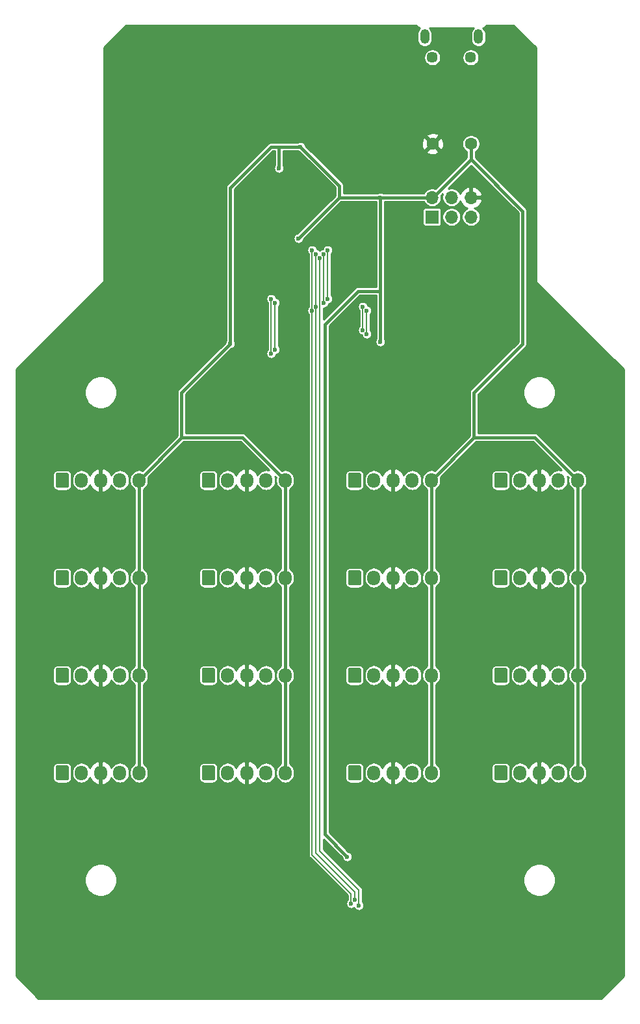
<source format=gbr>
G04 #@! TF.GenerationSoftware,KiCad,Pcbnew,(5.1.5-0-10_14)*
G04 #@! TF.CreationDate,2020-07-04T20:20:26+02:00*
G04 #@! TF.ProjectId,controller,636f6e74-726f-46c6-9c65-722e6b696361,rev?*
G04 #@! TF.SameCoordinates,Original*
G04 #@! TF.FileFunction,Copper,L2,Bot*
G04 #@! TF.FilePolarity,Positive*
%FSLAX46Y46*%
G04 Gerber Fmt 4.6, Leading zero omitted, Abs format (unit mm)*
G04 Created by KiCad (PCBNEW (5.1.5-0-10_14)) date 2020-07-04 20:20:26*
%MOMM*%
%LPD*%
G04 APERTURE LIST*
%ADD10O,1.200000X1.900000*%
%ADD11C,1.450000*%
%ADD12O,1.700000X1.950000*%
%ADD13C,0.100000*%
%ADD14O,1.700000X1.700000*%
%ADD15R,1.700000X1.700000*%
%ADD16C,1.600000*%
%ADD17C,0.600000*%
%ADD18C,0.400000*%
%ADD19C,0.200000*%
%ADD20C,0.254000*%
G04 APERTURE END LIST*
D10*
X143185000Y-51467500D03*
X150185000Y-51467500D03*
D11*
X144185000Y-54167500D03*
X149185000Y-54167500D03*
D12*
X163115000Y-109220000D03*
X160615000Y-109220000D03*
X158115000Y-109220000D03*
X155615000Y-109220000D03*
G04 #@! TA.AperFunction,ComponentPad*
D13*
G36*
X153739504Y-108246204D02*
G01*
X153763773Y-108249804D01*
X153787571Y-108255765D01*
X153810671Y-108264030D01*
X153832849Y-108274520D01*
X153853893Y-108287133D01*
X153873598Y-108301747D01*
X153891777Y-108318223D01*
X153908253Y-108336402D01*
X153922867Y-108356107D01*
X153935480Y-108377151D01*
X153945970Y-108399329D01*
X153954235Y-108422429D01*
X153960196Y-108446227D01*
X153963796Y-108470496D01*
X153965000Y-108495000D01*
X153965000Y-109945000D01*
X153963796Y-109969504D01*
X153960196Y-109993773D01*
X153954235Y-110017571D01*
X153945970Y-110040671D01*
X153935480Y-110062849D01*
X153922867Y-110083893D01*
X153908253Y-110103598D01*
X153891777Y-110121777D01*
X153873598Y-110138253D01*
X153853893Y-110152867D01*
X153832849Y-110165480D01*
X153810671Y-110175970D01*
X153787571Y-110184235D01*
X153763773Y-110190196D01*
X153739504Y-110193796D01*
X153715000Y-110195000D01*
X152515000Y-110195000D01*
X152490496Y-110193796D01*
X152466227Y-110190196D01*
X152442429Y-110184235D01*
X152419329Y-110175970D01*
X152397151Y-110165480D01*
X152376107Y-110152867D01*
X152356402Y-110138253D01*
X152338223Y-110121777D01*
X152321747Y-110103598D01*
X152307133Y-110083893D01*
X152294520Y-110062849D01*
X152284030Y-110040671D01*
X152275765Y-110017571D01*
X152269804Y-109993773D01*
X152266204Y-109969504D01*
X152265000Y-109945000D01*
X152265000Y-108495000D01*
X152266204Y-108470496D01*
X152269804Y-108446227D01*
X152275765Y-108422429D01*
X152284030Y-108399329D01*
X152294520Y-108377151D01*
X152307133Y-108356107D01*
X152321747Y-108336402D01*
X152338223Y-108318223D01*
X152356402Y-108301747D01*
X152376107Y-108287133D01*
X152397151Y-108274520D01*
X152419329Y-108264030D01*
X152442429Y-108255765D01*
X152466227Y-108249804D01*
X152490496Y-108246204D01*
X152515000Y-108245000D01*
X153715000Y-108245000D01*
X153739504Y-108246204D01*
G37*
G04 #@! TD.AperFunction*
D12*
X163115000Y-121920000D03*
X160615000Y-121920000D03*
X158115000Y-121920000D03*
X155615000Y-121920000D03*
G04 #@! TA.AperFunction,ComponentPad*
D13*
G36*
X153739504Y-120946204D02*
G01*
X153763773Y-120949804D01*
X153787571Y-120955765D01*
X153810671Y-120964030D01*
X153832849Y-120974520D01*
X153853893Y-120987133D01*
X153873598Y-121001747D01*
X153891777Y-121018223D01*
X153908253Y-121036402D01*
X153922867Y-121056107D01*
X153935480Y-121077151D01*
X153945970Y-121099329D01*
X153954235Y-121122429D01*
X153960196Y-121146227D01*
X153963796Y-121170496D01*
X153965000Y-121195000D01*
X153965000Y-122645000D01*
X153963796Y-122669504D01*
X153960196Y-122693773D01*
X153954235Y-122717571D01*
X153945970Y-122740671D01*
X153935480Y-122762849D01*
X153922867Y-122783893D01*
X153908253Y-122803598D01*
X153891777Y-122821777D01*
X153873598Y-122838253D01*
X153853893Y-122852867D01*
X153832849Y-122865480D01*
X153810671Y-122875970D01*
X153787571Y-122884235D01*
X153763773Y-122890196D01*
X153739504Y-122893796D01*
X153715000Y-122895000D01*
X152515000Y-122895000D01*
X152490496Y-122893796D01*
X152466227Y-122890196D01*
X152442429Y-122884235D01*
X152419329Y-122875970D01*
X152397151Y-122865480D01*
X152376107Y-122852867D01*
X152356402Y-122838253D01*
X152338223Y-122821777D01*
X152321747Y-122803598D01*
X152307133Y-122783893D01*
X152294520Y-122762849D01*
X152284030Y-122740671D01*
X152275765Y-122717571D01*
X152269804Y-122693773D01*
X152266204Y-122669504D01*
X152265000Y-122645000D01*
X152265000Y-121195000D01*
X152266204Y-121170496D01*
X152269804Y-121146227D01*
X152275765Y-121122429D01*
X152284030Y-121099329D01*
X152294520Y-121077151D01*
X152307133Y-121056107D01*
X152321747Y-121036402D01*
X152338223Y-121018223D01*
X152356402Y-121001747D01*
X152376107Y-120987133D01*
X152397151Y-120974520D01*
X152419329Y-120964030D01*
X152442429Y-120955765D01*
X152466227Y-120949804D01*
X152490496Y-120946204D01*
X152515000Y-120945000D01*
X153715000Y-120945000D01*
X153739504Y-120946204D01*
G37*
G04 #@! TD.AperFunction*
D12*
X163115000Y-134620000D03*
X160615000Y-134620000D03*
X158115000Y-134620000D03*
X155615000Y-134620000D03*
G04 #@! TA.AperFunction,ComponentPad*
D13*
G36*
X153739504Y-133646204D02*
G01*
X153763773Y-133649804D01*
X153787571Y-133655765D01*
X153810671Y-133664030D01*
X153832849Y-133674520D01*
X153853893Y-133687133D01*
X153873598Y-133701747D01*
X153891777Y-133718223D01*
X153908253Y-133736402D01*
X153922867Y-133756107D01*
X153935480Y-133777151D01*
X153945970Y-133799329D01*
X153954235Y-133822429D01*
X153960196Y-133846227D01*
X153963796Y-133870496D01*
X153965000Y-133895000D01*
X153965000Y-135345000D01*
X153963796Y-135369504D01*
X153960196Y-135393773D01*
X153954235Y-135417571D01*
X153945970Y-135440671D01*
X153935480Y-135462849D01*
X153922867Y-135483893D01*
X153908253Y-135503598D01*
X153891777Y-135521777D01*
X153873598Y-135538253D01*
X153853893Y-135552867D01*
X153832849Y-135565480D01*
X153810671Y-135575970D01*
X153787571Y-135584235D01*
X153763773Y-135590196D01*
X153739504Y-135593796D01*
X153715000Y-135595000D01*
X152515000Y-135595000D01*
X152490496Y-135593796D01*
X152466227Y-135590196D01*
X152442429Y-135584235D01*
X152419329Y-135575970D01*
X152397151Y-135565480D01*
X152376107Y-135552867D01*
X152356402Y-135538253D01*
X152338223Y-135521777D01*
X152321747Y-135503598D01*
X152307133Y-135483893D01*
X152294520Y-135462849D01*
X152284030Y-135440671D01*
X152275765Y-135417571D01*
X152269804Y-135393773D01*
X152266204Y-135369504D01*
X152265000Y-135345000D01*
X152265000Y-133895000D01*
X152266204Y-133870496D01*
X152269804Y-133846227D01*
X152275765Y-133822429D01*
X152284030Y-133799329D01*
X152294520Y-133777151D01*
X152307133Y-133756107D01*
X152321747Y-133736402D01*
X152338223Y-133718223D01*
X152356402Y-133701747D01*
X152376107Y-133687133D01*
X152397151Y-133674520D01*
X152419329Y-133664030D01*
X152442429Y-133655765D01*
X152466227Y-133649804D01*
X152490496Y-133646204D01*
X152515000Y-133645000D01*
X153715000Y-133645000D01*
X153739504Y-133646204D01*
G37*
G04 #@! TD.AperFunction*
D12*
X163115000Y-147320000D03*
X160615000Y-147320000D03*
X158115000Y-147320000D03*
X155615000Y-147320000D03*
G04 #@! TA.AperFunction,ComponentPad*
D13*
G36*
X153739504Y-146346204D02*
G01*
X153763773Y-146349804D01*
X153787571Y-146355765D01*
X153810671Y-146364030D01*
X153832849Y-146374520D01*
X153853893Y-146387133D01*
X153873598Y-146401747D01*
X153891777Y-146418223D01*
X153908253Y-146436402D01*
X153922867Y-146456107D01*
X153935480Y-146477151D01*
X153945970Y-146499329D01*
X153954235Y-146522429D01*
X153960196Y-146546227D01*
X153963796Y-146570496D01*
X153965000Y-146595000D01*
X153965000Y-148045000D01*
X153963796Y-148069504D01*
X153960196Y-148093773D01*
X153954235Y-148117571D01*
X153945970Y-148140671D01*
X153935480Y-148162849D01*
X153922867Y-148183893D01*
X153908253Y-148203598D01*
X153891777Y-148221777D01*
X153873598Y-148238253D01*
X153853893Y-148252867D01*
X153832849Y-148265480D01*
X153810671Y-148275970D01*
X153787571Y-148284235D01*
X153763773Y-148290196D01*
X153739504Y-148293796D01*
X153715000Y-148295000D01*
X152515000Y-148295000D01*
X152490496Y-148293796D01*
X152466227Y-148290196D01*
X152442429Y-148284235D01*
X152419329Y-148275970D01*
X152397151Y-148265480D01*
X152376107Y-148252867D01*
X152356402Y-148238253D01*
X152338223Y-148221777D01*
X152321747Y-148203598D01*
X152307133Y-148183893D01*
X152294520Y-148162849D01*
X152284030Y-148140671D01*
X152275765Y-148117571D01*
X152269804Y-148093773D01*
X152266204Y-148069504D01*
X152265000Y-148045000D01*
X152265000Y-146595000D01*
X152266204Y-146570496D01*
X152269804Y-146546227D01*
X152275765Y-146522429D01*
X152284030Y-146499329D01*
X152294520Y-146477151D01*
X152307133Y-146456107D01*
X152321747Y-146436402D01*
X152338223Y-146418223D01*
X152356402Y-146401747D01*
X152376107Y-146387133D01*
X152397151Y-146374520D01*
X152419329Y-146364030D01*
X152442429Y-146355765D01*
X152466227Y-146349804D01*
X152490496Y-146346204D01*
X152515000Y-146345000D01*
X153715000Y-146345000D01*
X153739504Y-146346204D01*
G37*
G04 #@! TD.AperFunction*
D12*
X144065000Y-147320000D03*
X141565000Y-147320000D03*
X139065000Y-147320000D03*
X136565000Y-147320000D03*
G04 #@! TA.AperFunction,ComponentPad*
D13*
G36*
X134689504Y-146346204D02*
G01*
X134713773Y-146349804D01*
X134737571Y-146355765D01*
X134760671Y-146364030D01*
X134782849Y-146374520D01*
X134803893Y-146387133D01*
X134823598Y-146401747D01*
X134841777Y-146418223D01*
X134858253Y-146436402D01*
X134872867Y-146456107D01*
X134885480Y-146477151D01*
X134895970Y-146499329D01*
X134904235Y-146522429D01*
X134910196Y-146546227D01*
X134913796Y-146570496D01*
X134915000Y-146595000D01*
X134915000Y-148045000D01*
X134913796Y-148069504D01*
X134910196Y-148093773D01*
X134904235Y-148117571D01*
X134895970Y-148140671D01*
X134885480Y-148162849D01*
X134872867Y-148183893D01*
X134858253Y-148203598D01*
X134841777Y-148221777D01*
X134823598Y-148238253D01*
X134803893Y-148252867D01*
X134782849Y-148265480D01*
X134760671Y-148275970D01*
X134737571Y-148284235D01*
X134713773Y-148290196D01*
X134689504Y-148293796D01*
X134665000Y-148295000D01*
X133465000Y-148295000D01*
X133440496Y-148293796D01*
X133416227Y-148290196D01*
X133392429Y-148284235D01*
X133369329Y-148275970D01*
X133347151Y-148265480D01*
X133326107Y-148252867D01*
X133306402Y-148238253D01*
X133288223Y-148221777D01*
X133271747Y-148203598D01*
X133257133Y-148183893D01*
X133244520Y-148162849D01*
X133234030Y-148140671D01*
X133225765Y-148117571D01*
X133219804Y-148093773D01*
X133216204Y-148069504D01*
X133215000Y-148045000D01*
X133215000Y-146595000D01*
X133216204Y-146570496D01*
X133219804Y-146546227D01*
X133225765Y-146522429D01*
X133234030Y-146499329D01*
X133244520Y-146477151D01*
X133257133Y-146456107D01*
X133271747Y-146436402D01*
X133288223Y-146418223D01*
X133306402Y-146401747D01*
X133326107Y-146387133D01*
X133347151Y-146374520D01*
X133369329Y-146364030D01*
X133392429Y-146355765D01*
X133416227Y-146349804D01*
X133440496Y-146346204D01*
X133465000Y-146345000D01*
X134665000Y-146345000D01*
X134689504Y-146346204D01*
G37*
G04 #@! TD.AperFunction*
D12*
X144065000Y-134620000D03*
X141565000Y-134620000D03*
X139065000Y-134620000D03*
X136565000Y-134620000D03*
G04 #@! TA.AperFunction,ComponentPad*
D13*
G36*
X134689504Y-133646204D02*
G01*
X134713773Y-133649804D01*
X134737571Y-133655765D01*
X134760671Y-133664030D01*
X134782849Y-133674520D01*
X134803893Y-133687133D01*
X134823598Y-133701747D01*
X134841777Y-133718223D01*
X134858253Y-133736402D01*
X134872867Y-133756107D01*
X134885480Y-133777151D01*
X134895970Y-133799329D01*
X134904235Y-133822429D01*
X134910196Y-133846227D01*
X134913796Y-133870496D01*
X134915000Y-133895000D01*
X134915000Y-135345000D01*
X134913796Y-135369504D01*
X134910196Y-135393773D01*
X134904235Y-135417571D01*
X134895970Y-135440671D01*
X134885480Y-135462849D01*
X134872867Y-135483893D01*
X134858253Y-135503598D01*
X134841777Y-135521777D01*
X134823598Y-135538253D01*
X134803893Y-135552867D01*
X134782849Y-135565480D01*
X134760671Y-135575970D01*
X134737571Y-135584235D01*
X134713773Y-135590196D01*
X134689504Y-135593796D01*
X134665000Y-135595000D01*
X133465000Y-135595000D01*
X133440496Y-135593796D01*
X133416227Y-135590196D01*
X133392429Y-135584235D01*
X133369329Y-135575970D01*
X133347151Y-135565480D01*
X133326107Y-135552867D01*
X133306402Y-135538253D01*
X133288223Y-135521777D01*
X133271747Y-135503598D01*
X133257133Y-135483893D01*
X133244520Y-135462849D01*
X133234030Y-135440671D01*
X133225765Y-135417571D01*
X133219804Y-135393773D01*
X133216204Y-135369504D01*
X133215000Y-135345000D01*
X133215000Y-133895000D01*
X133216204Y-133870496D01*
X133219804Y-133846227D01*
X133225765Y-133822429D01*
X133234030Y-133799329D01*
X133244520Y-133777151D01*
X133257133Y-133756107D01*
X133271747Y-133736402D01*
X133288223Y-133718223D01*
X133306402Y-133701747D01*
X133326107Y-133687133D01*
X133347151Y-133674520D01*
X133369329Y-133664030D01*
X133392429Y-133655765D01*
X133416227Y-133649804D01*
X133440496Y-133646204D01*
X133465000Y-133645000D01*
X134665000Y-133645000D01*
X134689504Y-133646204D01*
G37*
G04 #@! TD.AperFunction*
D12*
X144065000Y-121920000D03*
X141565000Y-121920000D03*
X139065000Y-121920000D03*
X136565000Y-121920000D03*
G04 #@! TA.AperFunction,ComponentPad*
D13*
G36*
X134689504Y-120946204D02*
G01*
X134713773Y-120949804D01*
X134737571Y-120955765D01*
X134760671Y-120964030D01*
X134782849Y-120974520D01*
X134803893Y-120987133D01*
X134823598Y-121001747D01*
X134841777Y-121018223D01*
X134858253Y-121036402D01*
X134872867Y-121056107D01*
X134885480Y-121077151D01*
X134895970Y-121099329D01*
X134904235Y-121122429D01*
X134910196Y-121146227D01*
X134913796Y-121170496D01*
X134915000Y-121195000D01*
X134915000Y-122645000D01*
X134913796Y-122669504D01*
X134910196Y-122693773D01*
X134904235Y-122717571D01*
X134895970Y-122740671D01*
X134885480Y-122762849D01*
X134872867Y-122783893D01*
X134858253Y-122803598D01*
X134841777Y-122821777D01*
X134823598Y-122838253D01*
X134803893Y-122852867D01*
X134782849Y-122865480D01*
X134760671Y-122875970D01*
X134737571Y-122884235D01*
X134713773Y-122890196D01*
X134689504Y-122893796D01*
X134665000Y-122895000D01*
X133465000Y-122895000D01*
X133440496Y-122893796D01*
X133416227Y-122890196D01*
X133392429Y-122884235D01*
X133369329Y-122875970D01*
X133347151Y-122865480D01*
X133326107Y-122852867D01*
X133306402Y-122838253D01*
X133288223Y-122821777D01*
X133271747Y-122803598D01*
X133257133Y-122783893D01*
X133244520Y-122762849D01*
X133234030Y-122740671D01*
X133225765Y-122717571D01*
X133219804Y-122693773D01*
X133216204Y-122669504D01*
X133215000Y-122645000D01*
X133215000Y-121195000D01*
X133216204Y-121170496D01*
X133219804Y-121146227D01*
X133225765Y-121122429D01*
X133234030Y-121099329D01*
X133244520Y-121077151D01*
X133257133Y-121056107D01*
X133271747Y-121036402D01*
X133288223Y-121018223D01*
X133306402Y-121001747D01*
X133326107Y-120987133D01*
X133347151Y-120974520D01*
X133369329Y-120964030D01*
X133392429Y-120955765D01*
X133416227Y-120949804D01*
X133440496Y-120946204D01*
X133465000Y-120945000D01*
X134665000Y-120945000D01*
X134689504Y-120946204D01*
G37*
G04 #@! TD.AperFunction*
D12*
X144065000Y-109220000D03*
X141565000Y-109220000D03*
X139065000Y-109220000D03*
X136565000Y-109220000D03*
G04 #@! TA.AperFunction,ComponentPad*
D13*
G36*
X134689504Y-108246204D02*
G01*
X134713773Y-108249804D01*
X134737571Y-108255765D01*
X134760671Y-108264030D01*
X134782849Y-108274520D01*
X134803893Y-108287133D01*
X134823598Y-108301747D01*
X134841777Y-108318223D01*
X134858253Y-108336402D01*
X134872867Y-108356107D01*
X134885480Y-108377151D01*
X134895970Y-108399329D01*
X134904235Y-108422429D01*
X134910196Y-108446227D01*
X134913796Y-108470496D01*
X134915000Y-108495000D01*
X134915000Y-109945000D01*
X134913796Y-109969504D01*
X134910196Y-109993773D01*
X134904235Y-110017571D01*
X134895970Y-110040671D01*
X134885480Y-110062849D01*
X134872867Y-110083893D01*
X134858253Y-110103598D01*
X134841777Y-110121777D01*
X134823598Y-110138253D01*
X134803893Y-110152867D01*
X134782849Y-110165480D01*
X134760671Y-110175970D01*
X134737571Y-110184235D01*
X134713773Y-110190196D01*
X134689504Y-110193796D01*
X134665000Y-110195000D01*
X133465000Y-110195000D01*
X133440496Y-110193796D01*
X133416227Y-110190196D01*
X133392429Y-110184235D01*
X133369329Y-110175970D01*
X133347151Y-110165480D01*
X133326107Y-110152867D01*
X133306402Y-110138253D01*
X133288223Y-110121777D01*
X133271747Y-110103598D01*
X133257133Y-110083893D01*
X133244520Y-110062849D01*
X133234030Y-110040671D01*
X133225765Y-110017571D01*
X133219804Y-109993773D01*
X133216204Y-109969504D01*
X133215000Y-109945000D01*
X133215000Y-108495000D01*
X133216204Y-108470496D01*
X133219804Y-108446227D01*
X133225765Y-108422429D01*
X133234030Y-108399329D01*
X133244520Y-108377151D01*
X133257133Y-108356107D01*
X133271747Y-108336402D01*
X133288223Y-108318223D01*
X133306402Y-108301747D01*
X133326107Y-108287133D01*
X133347151Y-108274520D01*
X133369329Y-108264030D01*
X133392429Y-108255765D01*
X133416227Y-108249804D01*
X133440496Y-108246204D01*
X133465000Y-108245000D01*
X134665000Y-108245000D01*
X134689504Y-108246204D01*
G37*
G04 #@! TD.AperFunction*
D12*
X125015000Y-147320000D03*
X122515000Y-147320000D03*
X120015000Y-147320000D03*
X117515000Y-147320000D03*
G04 #@! TA.AperFunction,ComponentPad*
D13*
G36*
X115639504Y-146346204D02*
G01*
X115663773Y-146349804D01*
X115687571Y-146355765D01*
X115710671Y-146364030D01*
X115732849Y-146374520D01*
X115753893Y-146387133D01*
X115773598Y-146401747D01*
X115791777Y-146418223D01*
X115808253Y-146436402D01*
X115822867Y-146456107D01*
X115835480Y-146477151D01*
X115845970Y-146499329D01*
X115854235Y-146522429D01*
X115860196Y-146546227D01*
X115863796Y-146570496D01*
X115865000Y-146595000D01*
X115865000Y-148045000D01*
X115863796Y-148069504D01*
X115860196Y-148093773D01*
X115854235Y-148117571D01*
X115845970Y-148140671D01*
X115835480Y-148162849D01*
X115822867Y-148183893D01*
X115808253Y-148203598D01*
X115791777Y-148221777D01*
X115773598Y-148238253D01*
X115753893Y-148252867D01*
X115732849Y-148265480D01*
X115710671Y-148275970D01*
X115687571Y-148284235D01*
X115663773Y-148290196D01*
X115639504Y-148293796D01*
X115615000Y-148295000D01*
X114415000Y-148295000D01*
X114390496Y-148293796D01*
X114366227Y-148290196D01*
X114342429Y-148284235D01*
X114319329Y-148275970D01*
X114297151Y-148265480D01*
X114276107Y-148252867D01*
X114256402Y-148238253D01*
X114238223Y-148221777D01*
X114221747Y-148203598D01*
X114207133Y-148183893D01*
X114194520Y-148162849D01*
X114184030Y-148140671D01*
X114175765Y-148117571D01*
X114169804Y-148093773D01*
X114166204Y-148069504D01*
X114165000Y-148045000D01*
X114165000Y-146595000D01*
X114166204Y-146570496D01*
X114169804Y-146546227D01*
X114175765Y-146522429D01*
X114184030Y-146499329D01*
X114194520Y-146477151D01*
X114207133Y-146456107D01*
X114221747Y-146436402D01*
X114238223Y-146418223D01*
X114256402Y-146401747D01*
X114276107Y-146387133D01*
X114297151Y-146374520D01*
X114319329Y-146364030D01*
X114342429Y-146355765D01*
X114366227Y-146349804D01*
X114390496Y-146346204D01*
X114415000Y-146345000D01*
X115615000Y-146345000D01*
X115639504Y-146346204D01*
G37*
G04 #@! TD.AperFunction*
D12*
X125015000Y-134620000D03*
X122515000Y-134620000D03*
X120015000Y-134620000D03*
X117515000Y-134620000D03*
G04 #@! TA.AperFunction,ComponentPad*
D13*
G36*
X115639504Y-133646204D02*
G01*
X115663773Y-133649804D01*
X115687571Y-133655765D01*
X115710671Y-133664030D01*
X115732849Y-133674520D01*
X115753893Y-133687133D01*
X115773598Y-133701747D01*
X115791777Y-133718223D01*
X115808253Y-133736402D01*
X115822867Y-133756107D01*
X115835480Y-133777151D01*
X115845970Y-133799329D01*
X115854235Y-133822429D01*
X115860196Y-133846227D01*
X115863796Y-133870496D01*
X115865000Y-133895000D01*
X115865000Y-135345000D01*
X115863796Y-135369504D01*
X115860196Y-135393773D01*
X115854235Y-135417571D01*
X115845970Y-135440671D01*
X115835480Y-135462849D01*
X115822867Y-135483893D01*
X115808253Y-135503598D01*
X115791777Y-135521777D01*
X115773598Y-135538253D01*
X115753893Y-135552867D01*
X115732849Y-135565480D01*
X115710671Y-135575970D01*
X115687571Y-135584235D01*
X115663773Y-135590196D01*
X115639504Y-135593796D01*
X115615000Y-135595000D01*
X114415000Y-135595000D01*
X114390496Y-135593796D01*
X114366227Y-135590196D01*
X114342429Y-135584235D01*
X114319329Y-135575970D01*
X114297151Y-135565480D01*
X114276107Y-135552867D01*
X114256402Y-135538253D01*
X114238223Y-135521777D01*
X114221747Y-135503598D01*
X114207133Y-135483893D01*
X114194520Y-135462849D01*
X114184030Y-135440671D01*
X114175765Y-135417571D01*
X114169804Y-135393773D01*
X114166204Y-135369504D01*
X114165000Y-135345000D01*
X114165000Y-133895000D01*
X114166204Y-133870496D01*
X114169804Y-133846227D01*
X114175765Y-133822429D01*
X114184030Y-133799329D01*
X114194520Y-133777151D01*
X114207133Y-133756107D01*
X114221747Y-133736402D01*
X114238223Y-133718223D01*
X114256402Y-133701747D01*
X114276107Y-133687133D01*
X114297151Y-133674520D01*
X114319329Y-133664030D01*
X114342429Y-133655765D01*
X114366227Y-133649804D01*
X114390496Y-133646204D01*
X114415000Y-133645000D01*
X115615000Y-133645000D01*
X115639504Y-133646204D01*
G37*
G04 #@! TD.AperFunction*
D12*
X125015000Y-121920000D03*
X122515000Y-121920000D03*
X120015000Y-121920000D03*
X117515000Y-121920000D03*
G04 #@! TA.AperFunction,ComponentPad*
D13*
G36*
X115639504Y-120946204D02*
G01*
X115663773Y-120949804D01*
X115687571Y-120955765D01*
X115710671Y-120964030D01*
X115732849Y-120974520D01*
X115753893Y-120987133D01*
X115773598Y-121001747D01*
X115791777Y-121018223D01*
X115808253Y-121036402D01*
X115822867Y-121056107D01*
X115835480Y-121077151D01*
X115845970Y-121099329D01*
X115854235Y-121122429D01*
X115860196Y-121146227D01*
X115863796Y-121170496D01*
X115865000Y-121195000D01*
X115865000Y-122645000D01*
X115863796Y-122669504D01*
X115860196Y-122693773D01*
X115854235Y-122717571D01*
X115845970Y-122740671D01*
X115835480Y-122762849D01*
X115822867Y-122783893D01*
X115808253Y-122803598D01*
X115791777Y-122821777D01*
X115773598Y-122838253D01*
X115753893Y-122852867D01*
X115732849Y-122865480D01*
X115710671Y-122875970D01*
X115687571Y-122884235D01*
X115663773Y-122890196D01*
X115639504Y-122893796D01*
X115615000Y-122895000D01*
X114415000Y-122895000D01*
X114390496Y-122893796D01*
X114366227Y-122890196D01*
X114342429Y-122884235D01*
X114319329Y-122875970D01*
X114297151Y-122865480D01*
X114276107Y-122852867D01*
X114256402Y-122838253D01*
X114238223Y-122821777D01*
X114221747Y-122803598D01*
X114207133Y-122783893D01*
X114194520Y-122762849D01*
X114184030Y-122740671D01*
X114175765Y-122717571D01*
X114169804Y-122693773D01*
X114166204Y-122669504D01*
X114165000Y-122645000D01*
X114165000Y-121195000D01*
X114166204Y-121170496D01*
X114169804Y-121146227D01*
X114175765Y-121122429D01*
X114184030Y-121099329D01*
X114194520Y-121077151D01*
X114207133Y-121056107D01*
X114221747Y-121036402D01*
X114238223Y-121018223D01*
X114256402Y-121001747D01*
X114276107Y-120987133D01*
X114297151Y-120974520D01*
X114319329Y-120964030D01*
X114342429Y-120955765D01*
X114366227Y-120949804D01*
X114390496Y-120946204D01*
X114415000Y-120945000D01*
X115615000Y-120945000D01*
X115639504Y-120946204D01*
G37*
G04 #@! TD.AperFunction*
D12*
X125015000Y-109220000D03*
X122515000Y-109220000D03*
X120015000Y-109220000D03*
X117515000Y-109220000D03*
G04 #@! TA.AperFunction,ComponentPad*
D13*
G36*
X115639504Y-108246204D02*
G01*
X115663773Y-108249804D01*
X115687571Y-108255765D01*
X115710671Y-108264030D01*
X115732849Y-108274520D01*
X115753893Y-108287133D01*
X115773598Y-108301747D01*
X115791777Y-108318223D01*
X115808253Y-108336402D01*
X115822867Y-108356107D01*
X115835480Y-108377151D01*
X115845970Y-108399329D01*
X115854235Y-108422429D01*
X115860196Y-108446227D01*
X115863796Y-108470496D01*
X115865000Y-108495000D01*
X115865000Y-109945000D01*
X115863796Y-109969504D01*
X115860196Y-109993773D01*
X115854235Y-110017571D01*
X115845970Y-110040671D01*
X115835480Y-110062849D01*
X115822867Y-110083893D01*
X115808253Y-110103598D01*
X115791777Y-110121777D01*
X115773598Y-110138253D01*
X115753893Y-110152867D01*
X115732849Y-110165480D01*
X115710671Y-110175970D01*
X115687571Y-110184235D01*
X115663773Y-110190196D01*
X115639504Y-110193796D01*
X115615000Y-110195000D01*
X114415000Y-110195000D01*
X114390496Y-110193796D01*
X114366227Y-110190196D01*
X114342429Y-110184235D01*
X114319329Y-110175970D01*
X114297151Y-110165480D01*
X114276107Y-110152867D01*
X114256402Y-110138253D01*
X114238223Y-110121777D01*
X114221747Y-110103598D01*
X114207133Y-110083893D01*
X114194520Y-110062849D01*
X114184030Y-110040671D01*
X114175765Y-110017571D01*
X114169804Y-109993773D01*
X114166204Y-109969504D01*
X114165000Y-109945000D01*
X114165000Y-108495000D01*
X114166204Y-108470496D01*
X114169804Y-108446227D01*
X114175765Y-108422429D01*
X114184030Y-108399329D01*
X114194520Y-108377151D01*
X114207133Y-108356107D01*
X114221747Y-108336402D01*
X114238223Y-108318223D01*
X114256402Y-108301747D01*
X114276107Y-108287133D01*
X114297151Y-108274520D01*
X114319329Y-108264030D01*
X114342429Y-108255765D01*
X114366227Y-108249804D01*
X114390496Y-108246204D01*
X114415000Y-108245000D01*
X115615000Y-108245000D01*
X115639504Y-108246204D01*
G37*
G04 #@! TD.AperFunction*
D12*
X105965000Y-109220000D03*
X103465000Y-109220000D03*
X100965000Y-109220000D03*
X98465000Y-109220000D03*
G04 #@! TA.AperFunction,ComponentPad*
D13*
G36*
X96589504Y-108246204D02*
G01*
X96613773Y-108249804D01*
X96637571Y-108255765D01*
X96660671Y-108264030D01*
X96682849Y-108274520D01*
X96703893Y-108287133D01*
X96723598Y-108301747D01*
X96741777Y-108318223D01*
X96758253Y-108336402D01*
X96772867Y-108356107D01*
X96785480Y-108377151D01*
X96795970Y-108399329D01*
X96804235Y-108422429D01*
X96810196Y-108446227D01*
X96813796Y-108470496D01*
X96815000Y-108495000D01*
X96815000Y-109945000D01*
X96813796Y-109969504D01*
X96810196Y-109993773D01*
X96804235Y-110017571D01*
X96795970Y-110040671D01*
X96785480Y-110062849D01*
X96772867Y-110083893D01*
X96758253Y-110103598D01*
X96741777Y-110121777D01*
X96723598Y-110138253D01*
X96703893Y-110152867D01*
X96682849Y-110165480D01*
X96660671Y-110175970D01*
X96637571Y-110184235D01*
X96613773Y-110190196D01*
X96589504Y-110193796D01*
X96565000Y-110195000D01*
X95365000Y-110195000D01*
X95340496Y-110193796D01*
X95316227Y-110190196D01*
X95292429Y-110184235D01*
X95269329Y-110175970D01*
X95247151Y-110165480D01*
X95226107Y-110152867D01*
X95206402Y-110138253D01*
X95188223Y-110121777D01*
X95171747Y-110103598D01*
X95157133Y-110083893D01*
X95144520Y-110062849D01*
X95134030Y-110040671D01*
X95125765Y-110017571D01*
X95119804Y-109993773D01*
X95116204Y-109969504D01*
X95115000Y-109945000D01*
X95115000Y-108495000D01*
X95116204Y-108470496D01*
X95119804Y-108446227D01*
X95125765Y-108422429D01*
X95134030Y-108399329D01*
X95144520Y-108377151D01*
X95157133Y-108356107D01*
X95171747Y-108336402D01*
X95188223Y-108318223D01*
X95206402Y-108301747D01*
X95226107Y-108287133D01*
X95247151Y-108274520D01*
X95269329Y-108264030D01*
X95292429Y-108255765D01*
X95316227Y-108249804D01*
X95340496Y-108246204D01*
X95365000Y-108245000D01*
X96565000Y-108245000D01*
X96589504Y-108246204D01*
G37*
G04 #@! TD.AperFunction*
D12*
X105965000Y-121920000D03*
X103465000Y-121920000D03*
X100965000Y-121920000D03*
X98465000Y-121920000D03*
G04 #@! TA.AperFunction,ComponentPad*
D13*
G36*
X96589504Y-120946204D02*
G01*
X96613773Y-120949804D01*
X96637571Y-120955765D01*
X96660671Y-120964030D01*
X96682849Y-120974520D01*
X96703893Y-120987133D01*
X96723598Y-121001747D01*
X96741777Y-121018223D01*
X96758253Y-121036402D01*
X96772867Y-121056107D01*
X96785480Y-121077151D01*
X96795970Y-121099329D01*
X96804235Y-121122429D01*
X96810196Y-121146227D01*
X96813796Y-121170496D01*
X96815000Y-121195000D01*
X96815000Y-122645000D01*
X96813796Y-122669504D01*
X96810196Y-122693773D01*
X96804235Y-122717571D01*
X96795970Y-122740671D01*
X96785480Y-122762849D01*
X96772867Y-122783893D01*
X96758253Y-122803598D01*
X96741777Y-122821777D01*
X96723598Y-122838253D01*
X96703893Y-122852867D01*
X96682849Y-122865480D01*
X96660671Y-122875970D01*
X96637571Y-122884235D01*
X96613773Y-122890196D01*
X96589504Y-122893796D01*
X96565000Y-122895000D01*
X95365000Y-122895000D01*
X95340496Y-122893796D01*
X95316227Y-122890196D01*
X95292429Y-122884235D01*
X95269329Y-122875970D01*
X95247151Y-122865480D01*
X95226107Y-122852867D01*
X95206402Y-122838253D01*
X95188223Y-122821777D01*
X95171747Y-122803598D01*
X95157133Y-122783893D01*
X95144520Y-122762849D01*
X95134030Y-122740671D01*
X95125765Y-122717571D01*
X95119804Y-122693773D01*
X95116204Y-122669504D01*
X95115000Y-122645000D01*
X95115000Y-121195000D01*
X95116204Y-121170496D01*
X95119804Y-121146227D01*
X95125765Y-121122429D01*
X95134030Y-121099329D01*
X95144520Y-121077151D01*
X95157133Y-121056107D01*
X95171747Y-121036402D01*
X95188223Y-121018223D01*
X95206402Y-121001747D01*
X95226107Y-120987133D01*
X95247151Y-120974520D01*
X95269329Y-120964030D01*
X95292429Y-120955765D01*
X95316227Y-120949804D01*
X95340496Y-120946204D01*
X95365000Y-120945000D01*
X96565000Y-120945000D01*
X96589504Y-120946204D01*
G37*
G04 #@! TD.AperFunction*
D12*
X105965000Y-134620000D03*
X103465000Y-134620000D03*
X100965000Y-134620000D03*
X98465000Y-134620000D03*
G04 #@! TA.AperFunction,ComponentPad*
D13*
G36*
X96589504Y-133646204D02*
G01*
X96613773Y-133649804D01*
X96637571Y-133655765D01*
X96660671Y-133664030D01*
X96682849Y-133674520D01*
X96703893Y-133687133D01*
X96723598Y-133701747D01*
X96741777Y-133718223D01*
X96758253Y-133736402D01*
X96772867Y-133756107D01*
X96785480Y-133777151D01*
X96795970Y-133799329D01*
X96804235Y-133822429D01*
X96810196Y-133846227D01*
X96813796Y-133870496D01*
X96815000Y-133895000D01*
X96815000Y-135345000D01*
X96813796Y-135369504D01*
X96810196Y-135393773D01*
X96804235Y-135417571D01*
X96795970Y-135440671D01*
X96785480Y-135462849D01*
X96772867Y-135483893D01*
X96758253Y-135503598D01*
X96741777Y-135521777D01*
X96723598Y-135538253D01*
X96703893Y-135552867D01*
X96682849Y-135565480D01*
X96660671Y-135575970D01*
X96637571Y-135584235D01*
X96613773Y-135590196D01*
X96589504Y-135593796D01*
X96565000Y-135595000D01*
X95365000Y-135595000D01*
X95340496Y-135593796D01*
X95316227Y-135590196D01*
X95292429Y-135584235D01*
X95269329Y-135575970D01*
X95247151Y-135565480D01*
X95226107Y-135552867D01*
X95206402Y-135538253D01*
X95188223Y-135521777D01*
X95171747Y-135503598D01*
X95157133Y-135483893D01*
X95144520Y-135462849D01*
X95134030Y-135440671D01*
X95125765Y-135417571D01*
X95119804Y-135393773D01*
X95116204Y-135369504D01*
X95115000Y-135345000D01*
X95115000Y-133895000D01*
X95116204Y-133870496D01*
X95119804Y-133846227D01*
X95125765Y-133822429D01*
X95134030Y-133799329D01*
X95144520Y-133777151D01*
X95157133Y-133756107D01*
X95171747Y-133736402D01*
X95188223Y-133718223D01*
X95206402Y-133701747D01*
X95226107Y-133687133D01*
X95247151Y-133674520D01*
X95269329Y-133664030D01*
X95292429Y-133655765D01*
X95316227Y-133649804D01*
X95340496Y-133646204D01*
X95365000Y-133645000D01*
X96565000Y-133645000D01*
X96589504Y-133646204D01*
G37*
G04 #@! TD.AperFunction*
D12*
X105965000Y-147320000D03*
X103465000Y-147320000D03*
X100965000Y-147320000D03*
X98465000Y-147320000D03*
G04 #@! TA.AperFunction,ComponentPad*
D13*
G36*
X96589504Y-146346204D02*
G01*
X96613773Y-146349804D01*
X96637571Y-146355765D01*
X96660671Y-146364030D01*
X96682849Y-146374520D01*
X96703893Y-146387133D01*
X96723598Y-146401747D01*
X96741777Y-146418223D01*
X96758253Y-146436402D01*
X96772867Y-146456107D01*
X96785480Y-146477151D01*
X96795970Y-146499329D01*
X96804235Y-146522429D01*
X96810196Y-146546227D01*
X96813796Y-146570496D01*
X96815000Y-146595000D01*
X96815000Y-148045000D01*
X96813796Y-148069504D01*
X96810196Y-148093773D01*
X96804235Y-148117571D01*
X96795970Y-148140671D01*
X96785480Y-148162849D01*
X96772867Y-148183893D01*
X96758253Y-148203598D01*
X96741777Y-148221777D01*
X96723598Y-148238253D01*
X96703893Y-148252867D01*
X96682849Y-148265480D01*
X96660671Y-148275970D01*
X96637571Y-148284235D01*
X96613773Y-148290196D01*
X96589504Y-148293796D01*
X96565000Y-148295000D01*
X95365000Y-148295000D01*
X95340496Y-148293796D01*
X95316227Y-148290196D01*
X95292429Y-148284235D01*
X95269329Y-148275970D01*
X95247151Y-148265480D01*
X95226107Y-148252867D01*
X95206402Y-148238253D01*
X95188223Y-148221777D01*
X95171747Y-148203598D01*
X95157133Y-148183893D01*
X95144520Y-148162849D01*
X95134030Y-148140671D01*
X95125765Y-148117571D01*
X95119804Y-148093773D01*
X95116204Y-148069504D01*
X95115000Y-148045000D01*
X95115000Y-146595000D01*
X95116204Y-146570496D01*
X95119804Y-146546227D01*
X95125765Y-146522429D01*
X95134030Y-146499329D01*
X95144520Y-146477151D01*
X95157133Y-146456107D01*
X95171747Y-146436402D01*
X95188223Y-146418223D01*
X95206402Y-146401747D01*
X95226107Y-146387133D01*
X95247151Y-146374520D01*
X95269329Y-146364030D01*
X95292429Y-146355765D01*
X95316227Y-146349804D01*
X95340496Y-146346204D01*
X95365000Y-146345000D01*
X96565000Y-146345000D01*
X96589504Y-146346204D01*
G37*
G04 #@! TD.AperFunction*
D14*
X149225000Y-72390000D03*
X149225000Y-74930000D03*
X146685000Y-72390000D03*
X146685000Y-74930000D03*
X144145000Y-72390000D03*
D15*
X144145000Y-74930000D03*
D16*
X144225000Y-65405000D03*
X149225000Y-65405000D03*
D17*
X154178000Y-153924000D03*
X135128000Y-115824000D03*
X116078000Y-115824000D03*
X97028000Y-141224000D03*
X97028000Y-128524000D03*
X97028000Y-115824000D03*
X116078000Y-141224000D03*
X135128000Y-141224000D03*
X135128000Y-128524000D03*
X154178000Y-141224000D03*
X154178000Y-128524000D03*
X154178000Y-115824000D03*
X135128000Y-153924000D03*
X138684000Y-93980000D03*
X97028000Y-153924000D03*
X116078000Y-153924000D03*
X137414000Y-161290000D03*
X125476000Y-164084000D03*
X133604000Y-165354000D03*
X125476000Y-171196000D03*
X119888000Y-77470000D03*
X119888000Y-78740000D03*
X139192000Y-78740000D03*
X124333000Y-90297000D03*
X107315000Y-78740000D03*
X107315000Y-77470000D03*
X121920000Y-62738000D03*
X133858000Y-64008000D03*
X137414000Y-58928000D03*
X126745986Y-76708000D03*
X132334000Y-77470000D03*
X134620000Y-92201994D03*
X123697990Y-78486000D03*
X116078000Y-128524000D03*
X145288000Y-56388000D03*
X126746000Y-77724000D03*
X137414000Y-72390000D03*
X127000000Y-65786000D03*
X117856000Y-91440000D03*
X133096000Y-158242000D03*
X137414000Y-91186000D03*
X124206000Y-68580000D03*
X135636000Y-87122000D03*
X128524000Y-87122000D03*
X128524000Y-79248000D03*
X133604000Y-164338000D03*
X135636000Y-90170000D03*
X129032000Y-79756000D03*
X134112000Y-163830000D03*
X129032000Y-86614000D03*
X135128000Y-86613990D03*
X135128000Y-89662000D03*
X134620000Y-164592000D03*
X129540000Y-80264000D03*
X123698000Y-86106000D03*
X123698000Y-92205000D03*
X130048000Y-86106000D03*
X130048000Y-79756000D03*
X123190000Y-85598000D03*
X123190000Y-92710000D03*
X130556000Y-79248000D03*
X130556000Y-85598000D03*
D18*
X149225000Y-65405000D02*
X149225000Y-67310000D01*
X132080000Y-72390000D02*
X126746000Y-77724000D01*
X137668000Y-72390000D02*
X137414000Y-72390000D01*
X144145000Y-72390000D02*
X137668000Y-72390000D01*
X132080000Y-72390000D02*
X132080000Y-70866000D01*
X135636000Y-72390000D02*
X132080000Y-72390000D01*
X137668000Y-72390000D02*
X135636000Y-72390000D01*
X135636000Y-72390000D02*
X137414000Y-72390000D01*
X132080000Y-70866000D02*
X129286000Y-68072000D01*
X129286000Y-68072000D02*
X127000000Y-65786000D01*
X144065000Y-109220000D02*
X144065000Y-147320000D01*
X125015000Y-109220000D02*
X125015000Y-147320000D01*
X105965000Y-109220000D02*
X105965000Y-147320000D01*
X123190000Y-65786000D02*
X117856000Y-71120000D01*
X149225000Y-67310000D02*
X149225000Y-67437000D01*
X144272000Y-72390000D02*
X144145000Y-72390000D01*
X149225000Y-67437000D02*
X144272000Y-72390000D01*
X163115000Y-109220000D02*
X163115000Y-147320000D01*
X117856000Y-71120000D02*
X117856000Y-91440000D01*
X137414000Y-84328000D02*
X137414000Y-84582000D01*
X137414000Y-72390000D02*
X137414000Y-84328000D01*
X137414000Y-90932000D02*
X137414000Y-84582000D01*
X137414000Y-91186000D02*
X137414000Y-90932000D01*
X134493000Y-84582000D02*
X137414000Y-84582000D01*
X130175000Y-88900000D02*
X134493000Y-84582000D01*
X130175000Y-155321000D02*
X130175000Y-88900000D01*
X133096000Y-158242000D02*
X130175000Y-155321000D01*
X119427000Y-103632000D02*
X125015000Y-109220000D01*
X111506000Y-103632000D02*
X119427000Y-103632000D01*
X111506000Y-97790000D02*
X117856000Y-91440000D01*
X111506000Y-103679000D02*
X111506000Y-97790000D01*
X105965000Y-109220000D02*
X111506000Y-103679000D01*
X157527000Y-103632000D02*
X163115000Y-109220000D01*
X149606000Y-103632000D02*
X157527000Y-103632000D01*
X149606000Y-97790000D02*
X149606000Y-103679000D01*
X149606000Y-103679000D02*
X144065000Y-109220000D01*
X155956000Y-91440000D02*
X149606000Y-97790000D01*
X155956000Y-74168000D02*
X155956000Y-91440000D01*
X149225000Y-67437000D02*
X155956000Y-74168000D01*
X129286000Y-68072000D02*
X127762000Y-66548000D01*
X124206000Y-65786000D02*
X123190000Y-65786000D01*
X124206000Y-68580000D02*
X124206000Y-65786000D01*
X127000000Y-65786000D02*
X124206000Y-65786000D01*
D19*
X128524000Y-79248000D02*
X128524000Y-87122000D01*
X128524000Y-157988000D02*
X133604000Y-163068000D01*
X128524000Y-87122000D02*
X128524000Y-157988000D01*
X133604000Y-163068000D02*
X133604000Y-164338000D01*
X135636000Y-87122000D02*
X135636000Y-90170000D01*
X129032000Y-79756000D02*
X129032000Y-86614000D01*
X129032000Y-157734000D02*
X134112000Y-162814000D01*
X129032000Y-86614000D02*
X129032000Y-157734000D01*
X134112000Y-162814000D02*
X134112000Y-163830000D01*
X135128000Y-86613990D02*
X135128000Y-89662000D01*
X134620000Y-162560000D02*
X134620000Y-164167736D01*
X129540000Y-157480000D02*
X134620000Y-162560000D01*
X134620000Y-164167736D02*
X134620000Y-164592000D01*
X129540000Y-80264000D02*
X129540000Y-157480000D01*
X123698000Y-86106000D02*
X123698000Y-92205000D01*
X130048000Y-79756000D02*
X130048000Y-86106000D01*
X123190000Y-85598000D02*
X123190000Y-92710000D01*
X130556000Y-79248000D02*
X130556000Y-85598000D01*
D20*
G36*
X142301270Y-50200796D02*
G01*
X142314763Y-50217237D01*
X142380391Y-50271097D01*
X142455266Y-50311118D01*
X142511863Y-50328287D01*
X142536508Y-50335763D01*
X142545337Y-50336633D01*
X142585332Y-50340572D01*
X142487973Y-50420472D01*
X142365383Y-50569849D01*
X142274290Y-50740271D01*
X142218195Y-50925190D01*
X142204000Y-51069313D01*
X142204000Y-51865686D01*
X142218195Y-52009809D01*
X142274289Y-52194728D01*
X142365382Y-52365151D01*
X142487972Y-52514528D01*
X142637349Y-52637118D01*
X142807771Y-52728211D01*
X142992690Y-52784305D01*
X143185000Y-52803246D01*
X143377309Y-52784305D01*
X143562228Y-52728211D01*
X143732651Y-52637118D01*
X143882028Y-52514528D01*
X144004618Y-52365151D01*
X144095711Y-52194729D01*
X144151805Y-52009810D01*
X144166000Y-51865687D01*
X144166000Y-51069314D01*
X144151805Y-50925191D01*
X144095711Y-50740271D01*
X144004618Y-50569849D01*
X143882028Y-50420472D01*
X143786409Y-50342000D01*
X149583591Y-50342000D01*
X149487972Y-50420472D01*
X149365382Y-50569849D01*
X149274289Y-50740272D01*
X149218195Y-50925191D01*
X149204000Y-51069314D01*
X149204000Y-51865687D01*
X149218195Y-52009810D01*
X149274290Y-52194729D01*
X149365383Y-52365151D01*
X149487973Y-52514528D01*
X149637350Y-52637118D01*
X149807772Y-52728211D01*
X149992691Y-52784305D01*
X150185000Y-52803246D01*
X150377310Y-52784305D01*
X150562229Y-52728211D01*
X150732651Y-52637118D01*
X150882028Y-52514528D01*
X151004618Y-52365151D01*
X151095711Y-52194729D01*
X151151805Y-52009809D01*
X151166000Y-51865686D01*
X151166000Y-51069313D01*
X151151805Y-50925190D01*
X151095711Y-50740271D01*
X151004618Y-50569849D01*
X150882028Y-50420472D01*
X150784669Y-50340572D01*
X150833491Y-50335763D01*
X150914734Y-50311118D01*
X150989609Y-50271097D01*
X151055237Y-50217237D01*
X151068734Y-50200791D01*
X151308526Y-49961000D01*
X154761475Y-49961000D01*
X157684000Y-52883527D01*
X157684001Y-83163829D01*
X157681916Y-83185000D01*
X157690237Y-83269490D01*
X157714883Y-83350733D01*
X157714883Y-83350734D01*
X157754904Y-83425609D01*
X157808764Y-83491237D01*
X157825204Y-83504729D01*
X169114000Y-94793526D01*
X169114001Y-173811472D01*
X166191475Y-176734000D01*
X92888527Y-176734000D01*
X89966000Y-173811475D01*
X89966000Y-161080115D01*
X98834000Y-161080115D01*
X98834000Y-161499885D01*
X98915893Y-161911590D01*
X99076532Y-162299407D01*
X99309744Y-162648433D01*
X99606567Y-162945256D01*
X99955593Y-163178468D01*
X100343410Y-163339107D01*
X100755115Y-163421000D01*
X101174885Y-163421000D01*
X101586590Y-163339107D01*
X101974407Y-163178468D01*
X102323433Y-162945256D01*
X102620256Y-162648433D01*
X102853468Y-162299407D01*
X103014107Y-161911590D01*
X103096000Y-161499885D01*
X103096000Y-161080115D01*
X103014107Y-160668410D01*
X102853468Y-160280593D01*
X102620256Y-159931567D01*
X102323433Y-159634744D01*
X101974407Y-159401532D01*
X101586590Y-159240893D01*
X101174885Y-159159000D01*
X100755115Y-159159000D01*
X100343410Y-159240893D01*
X99955593Y-159401532D01*
X99606567Y-159634744D01*
X99309744Y-159931567D01*
X99076532Y-160280593D01*
X98915893Y-160668410D01*
X98834000Y-161080115D01*
X89966000Y-161080115D01*
X89966000Y-146595000D01*
X94732157Y-146595000D01*
X94732157Y-148045000D01*
X94744317Y-148168462D01*
X94780329Y-148287179D01*
X94838810Y-148396589D01*
X94917512Y-148492488D01*
X95013411Y-148571190D01*
X95122821Y-148629671D01*
X95241538Y-148665683D01*
X95365000Y-148677843D01*
X96565000Y-148677843D01*
X96688462Y-148665683D01*
X96807179Y-148629671D01*
X96916589Y-148571190D01*
X97012488Y-148492488D01*
X97091190Y-148396589D01*
X97149671Y-148287179D01*
X97185683Y-148168462D01*
X97197843Y-148045000D01*
X97197843Y-147134529D01*
X97234000Y-147134529D01*
X97234000Y-147505472D01*
X97251812Y-147686318D01*
X97322202Y-147918363D01*
X97436509Y-148132216D01*
X97590341Y-148319660D01*
X97777785Y-148473491D01*
X97991638Y-148587798D01*
X98223683Y-148658188D01*
X98465000Y-148681956D01*
X98706318Y-148658188D01*
X98938363Y-148587798D01*
X99152216Y-148473491D01*
X99339660Y-148319660D01*
X99493491Y-148132215D01*
X99578535Y-147973110D01*
X99699947Y-148222570D01*
X99875951Y-148454429D01*
X100093807Y-148647496D01*
X100345142Y-148794352D01*
X100608110Y-148886476D01*
X100838000Y-148765155D01*
X100838000Y-147447000D01*
X100818000Y-147447000D01*
X100818000Y-147193000D01*
X100838000Y-147193000D01*
X100838000Y-145874845D01*
X101092000Y-145874845D01*
X101092000Y-147193000D01*
X101112000Y-147193000D01*
X101112000Y-147447000D01*
X101092000Y-147447000D01*
X101092000Y-148765155D01*
X101321890Y-148886476D01*
X101584858Y-148794352D01*
X101836193Y-148647496D01*
X102054049Y-148454429D01*
X102230053Y-148222570D01*
X102351465Y-147973110D01*
X102436509Y-148132216D01*
X102590341Y-148319660D01*
X102777785Y-148473491D01*
X102991638Y-148587798D01*
X103223683Y-148658188D01*
X103465000Y-148681956D01*
X103706318Y-148658188D01*
X103938363Y-148587798D01*
X104152216Y-148473491D01*
X104339660Y-148319660D01*
X104493491Y-148132215D01*
X104607798Y-147918362D01*
X104678188Y-147686317D01*
X104696000Y-147505471D01*
X104696000Y-147134528D01*
X104678188Y-146953682D01*
X104607798Y-146721637D01*
X104493491Y-146507784D01*
X104339660Y-146320340D01*
X104152215Y-146166509D01*
X103938362Y-146052202D01*
X103706317Y-145981812D01*
X103465000Y-145958044D01*
X103223682Y-145981812D01*
X102991637Y-146052202D01*
X102777784Y-146166509D01*
X102590340Y-146320340D01*
X102436509Y-146507785D01*
X102351465Y-146666890D01*
X102230053Y-146417430D01*
X102054049Y-146185571D01*
X101836193Y-145992504D01*
X101584858Y-145845648D01*
X101321890Y-145753524D01*
X101092000Y-145874845D01*
X100838000Y-145874845D01*
X100608110Y-145753524D01*
X100345142Y-145845648D01*
X100093807Y-145992504D01*
X99875951Y-146185571D01*
X99699947Y-146417430D01*
X99578535Y-146666890D01*
X99493491Y-146507784D01*
X99339660Y-146320340D01*
X99152215Y-146166509D01*
X98938362Y-146052202D01*
X98706317Y-145981812D01*
X98465000Y-145958044D01*
X98223682Y-145981812D01*
X97991637Y-146052202D01*
X97777784Y-146166509D01*
X97590340Y-146320340D01*
X97436509Y-146507785D01*
X97322202Y-146721638D01*
X97251812Y-146953683D01*
X97234000Y-147134529D01*
X97197843Y-147134529D01*
X97197843Y-146595000D01*
X97185683Y-146471538D01*
X97149671Y-146352821D01*
X97091190Y-146243411D01*
X97012488Y-146147512D01*
X96916589Y-146068810D01*
X96807179Y-146010329D01*
X96688462Y-145974317D01*
X96565000Y-145962157D01*
X95365000Y-145962157D01*
X95241538Y-145974317D01*
X95122821Y-146010329D01*
X95013411Y-146068810D01*
X94917512Y-146147512D01*
X94838810Y-146243411D01*
X94780329Y-146352821D01*
X94744317Y-146471538D01*
X94732157Y-146595000D01*
X89966000Y-146595000D01*
X89966000Y-133895000D01*
X94732157Y-133895000D01*
X94732157Y-135345000D01*
X94744317Y-135468462D01*
X94780329Y-135587179D01*
X94838810Y-135696589D01*
X94917512Y-135792488D01*
X95013411Y-135871190D01*
X95122821Y-135929671D01*
X95241538Y-135965683D01*
X95365000Y-135977843D01*
X96565000Y-135977843D01*
X96688462Y-135965683D01*
X96807179Y-135929671D01*
X96916589Y-135871190D01*
X97012488Y-135792488D01*
X97091190Y-135696589D01*
X97149671Y-135587179D01*
X97185683Y-135468462D01*
X97197843Y-135345000D01*
X97197843Y-134434529D01*
X97234000Y-134434529D01*
X97234000Y-134805472D01*
X97251812Y-134986318D01*
X97322202Y-135218363D01*
X97436509Y-135432216D01*
X97590341Y-135619660D01*
X97777785Y-135773491D01*
X97991638Y-135887798D01*
X98223683Y-135958188D01*
X98465000Y-135981956D01*
X98706318Y-135958188D01*
X98938363Y-135887798D01*
X99152216Y-135773491D01*
X99339660Y-135619660D01*
X99493491Y-135432215D01*
X99578535Y-135273110D01*
X99699947Y-135522570D01*
X99875951Y-135754429D01*
X100093807Y-135947496D01*
X100345142Y-136094352D01*
X100608110Y-136186476D01*
X100838000Y-136065155D01*
X100838000Y-134747000D01*
X100818000Y-134747000D01*
X100818000Y-134493000D01*
X100838000Y-134493000D01*
X100838000Y-133174845D01*
X101092000Y-133174845D01*
X101092000Y-134493000D01*
X101112000Y-134493000D01*
X101112000Y-134747000D01*
X101092000Y-134747000D01*
X101092000Y-136065155D01*
X101321890Y-136186476D01*
X101584858Y-136094352D01*
X101836193Y-135947496D01*
X102054049Y-135754429D01*
X102230053Y-135522570D01*
X102351465Y-135273110D01*
X102436509Y-135432216D01*
X102590341Y-135619660D01*
X102777785Y-135773491D01*
X102991638Y-135887798D01*
X103223683Y-135958188D01*
X103465000Y-135981956D01*
X103706318Y-135958188D01*
X103938363Y-135887798D01*
X104152216Y-135773491D01*
X104339660Y-135619660D01*
X104493491Y-135432215D01*
X104607798Y-135218362D01*
X104678188Y-134986317D01*
X104696000Y-134805471D01*
X104696000Y-134434528D01*
X104678188Y-134253682D01*
X104607798Y-134021637D01*
X104493491Y-133807784D01*
X104339660Y-133620340D01*
X104152215Y-133466509D01*
X103938362Y-133352202D01*
X103706317Y-133281812D01*
X103465000Y-133258044D01*
X103223682Y-133281812D01*
X102991637Y-133352202D01*
X102777784Y-133466509D01*
X102590340Y-133620340D01*
X102436509Y-133807785D01*
X102351465Y-133966890D01*
X102230053Y-133717430D01*
X102054049Y-133485571D01*
X101836193Y-133292504D01*
X101584858Y-133145648D01*
X101321890Y-133053524D01*
X101092000Y-133174845D01*
X100838000Y-133174845D01*
X100608110Y-133053524D01*
X100345142Y-133145648D01*
X100093807Y-133292504D01*
X99875951Y-133485571D01*
X99699947Y-133717430D01*
X99578535Y-133966890D01*
X99493491Y-133807784D01*
X99339660Y-133620340D01*
X99152215Y-133466509D01*
X98938362Y-133352202D01*
X98706317Y-133281812D01*
X98465000Y-133258044D01*
X98223682Y-133281812D01*
X97991637Y-133352202D01*
X97777784Y-133466509D01*
X97590340Y-133620340D01*
X97436509Y-133807785D01*
X97322202Y-134021638D01*
X97251812Y-134253683D01*
X97234000Y-134434529D01*
X97197843Y-134434529D01*
X97197843Y-133895000D01*
X97185683Y-133771538D01*
X97149671Y-133652821D01*
X97091190Y-133543411D01*
X97012488Y-133447512D01*
X96916589Y-133368810D01*
X96807179Y-133310329D01*
X96688462Y-133274317D01*
X96565000Y-133262157D01*
X95365000Y-133262157D01*
X95241538Y-133274317D01*
X95122821Y-133310329D01*
X95013411Y-133368810D01*
X94917512Y-133447512D01*
X94838810Y-133543411D01*
X94780329Y-133652821D01*
X94744317Y-133771538D01*
X94732157Y-133895000D01*
X89966000Y-133895000D01*
X89966000Y-121195000D01*
X94732157Y-121195000D01*
X94732157Y-122645000D01*
X94744317Y-122768462D01*
X94780329Y-122887179D01*
X94838810Y-122996589D01*
X94917512Y-123092488D01*
X95013411Y-123171190D01*
X95122821Y-123229671D01*
X95241538Y-123265683D01*
X95365000Y-123277843D01*
X96565000Y-123277843D01*
X96688462Y-123265683D01*
X96807179Y-123229671D01*
X96916589Y-123171190D01*
X97012488Y-123092488D01*
X97091190Y-122996589D01*
X97149671Y-122887179D01*
X97185683Y-122768462D01*
X97197843Y-122645000D01*
X97197843Y-121734529D01*
X97234000Y-121734529D01*
X97234000Y-122105472D01*
X97251812Y-122286318D01*
X97322202Y-122518363D01*
X97436509Y-122732216D01*
X97590341Y-122919660D01*
X97777785Y-123073491D01*
X97991638Y-123187798D01*
X98223683Y-123258188D01*
X98465000Y-123281956D01*
X98706318Y-123258188D01*
X98938363Y-123187798D01*
X99152216Y-123073491D01*
X99339660Y-122919660D01*
X99493491Y-122732215D01*
X99578535Y-122573110D01*
X99699947Y-122822570D01*
X99875951Y-123054429D01*
X100093807Y-123247496D01*
X100345142Y-123394352D01*
X100608110Y-123486476D01*
X100838000Y-123365155D01*
X100838000Y-122047000D01*
X100818000Y-122047000D01*
X100818000Y-121793000D01*
X100838000Y-121793000D01*
X100838000Y-120474845D01*
X101092000Y-120474845D01*
X101092000Y-121793000D01*
X101112000Y-121793000D01*
X101112000Y-122047000D01*
X101092000Y-122047000D01*
X101092000Y-123365155D01*
X101321890Y-123486476D01*
X101584858Y-123394352D01*
X101836193Y-123247496D01*
X102054049Y-123054429D01*
X102230053Y-122822570D01*
X102351465Y-122573110D01*
X102436509Y-122732216D01*
X102590341Y-122919660D01*
X102777785Y-123073491D01*
X102991638Y-123187798D01*
X103223683Y-123258188D01*
X103465000Y-123281956D01*
X103706318Y-123258188D01*
X103938363Y-123187798D01*
X104152216Y-123073491D01*
X104339660Y-122919660D01*
X104493491Y-122732215D01*
X104607798Y-122518362D01*
X104678188Y-122286317D01*
X104696000Y-122105471D01*
X104696000Y-121734528D01*
X104678188Y-121553682D01*
X104607798Y-121321637D01*
X104493491Y-121107784D01*
X104339660Y-120920340D01*
X104152215Y-120766509D01*
X103938362Y-120652202D01*
X103706317Y-120581812D01*
X103465000Y-120558044D01*
X103223682Y-120581812D01*
X102991637Y-120652202D01*
X102777784Y-120766509D01*
X102590340Y-120920340D01*
X102436509Y-121107785D01*
X102351465Y-121266890D01*
X102230053Y-121017430D01*
X102054049Y-120785571D01*
X101836193Y-120592504D01*
X101584858Y-120445648D01*
X101321890Y-120353524D01*
X101092000Y-120474845D01*
X100838000Y-120474845D01*
X100608110Y-120353524D01*
X100345142Y-120445648D01*
X100093807Y-120592504D01*
X99875951Y-120785571D01*
X99699947Y-121017430D01*
X99578535Y-121266890D01*
X99493491Y-121107784D01*
X99339660Y-120920340D01*
X99152215Y-120766509D01*
X98938362Y-120652202D01*
X98706317Y-120581812D01*
X98465000Y-120558044D01*
X98223682Y-120581812D01*
X97991637Y-120652202D01*
X97777784Y-120766509D01*
X97590340Y-120920340D01*
X97436509Y-121107785D01*
X97322202Y-121321638D01*
X97251812Y-121553683D01*
X97234000Y-121734529D01*
X97197843Y-121734529D01*
X97197843Y-121195000D01*
X97185683Y-121071538D01*
X97149671Y-120952821D01*
X97091190Y-120843411D01*
X97012488Y-120747512D01*
X96916589Y-120668810D01*
X96807179Y-120610329D01*
X96688462Y-120574317D01*
X96565000Y-120562157D01*
X95365000Y-120562157D01*
X95241538Y-120574317D01*
X95122821Y-120610329D01*
X95013411Y-120668810D01*
X94917512Y-120747512D01*
X94838810Y-120843411D01*
X94780329Y-120952821D01*
X94744317Y-121071538D01*
X94732157Y-121195000D01*
X89966000Y-121195000D01*
X89966000Y-108495000D01*
X94732157Y-108495000D01*
X94732157Y-109945000D01*
X94744317Y-110068462D01*
X94780329Y-110187179D01*
X94838810Y-110296589D01*
X94917512Y-110392488D01*
X95013411Y-110471190D01*
X95122821Y-110529671D01*
X95241538Y-110565683D01*
X95365000Y-110577843D01*
X96565000Y-110577843D01*
X96688462Y-110565683D01*
X96807179Y-110529671D01*
X96916589Y-110471190D01*
X97012488Y-110392488D01*
X97091190Y-110296589D01*
X97149671Y-110187179D01*
X97185683Y-110068462D01*
X97197843Y-109945000D01*
X97197843Y-109034529D01*
X97234000Y-109034529D01*
X97234000Y-109405472D01*
X97251812Y-109586318D01*
X97322202Y-109818363D01*
X97436509Y-110032216D01*
X97590341Y-110219660D01*
X97777785Y-110373491D01*
X97991638Y-110487798D01*
X98223683Y-110558188D01*
X98465000Y-110581956D01*
X98706318Y-110558188D01*
X98938363Y-110487798D01*
X99152216Y-110373491D01*
X99339660Y-110219660D01*
X99493491Y-110032215D01*
X99578535Y-109873110D01*
X99699947Y-110122570D01*
X99875951Y-110354429D01*
X100093807Y-110547496D01*
X100345142Y-110694352D01*
X100608110Y-110786476D01*
X100838000Y-110665155D01*
X100838000Y-109347000D01*
X100818000Y-109347000D01*
X100818000Y-109093000D01*
X100838000Y-109093000D01*
X100838000Y-107774845D01*
X101092000Y-107774845D01*
X101092000Y-109093000D01*
X101112000Y-109093000D01*
X101112000Y-109347000D01*
X101092000Y-109347000D01*
X101092000Y-110665155D01*
X101321890Y-110786476D01*
X101584858Y-110694352D01*
X101836193Y-110547496D01*
X102054049Y-110354429D01*
X102230053Y-110122570D01*
X102351465Y-109873110D01*
X102436509Y-110032216D01*
X102590341Y-110219660D01*
X102777785Y-110373491D01*
X102991638Y-110487798D01*
X103223683Y-110558188D01*
X103465000Y-110581956D01*
X103706318Y-110558188D01*
X103938363Y-110487798D01*
X104152216Y-110373491D01*
X104339660Y-110219660D01*
X104493491Y-110032215D01*
X104607798Y-109818362D01*
X104678188Y-109586317D01*
X104696000Y-109405471D01*
X104696000Y-109034529D01*
X104734000Y-109034529D01*
X104734000Y-109405472D01*
X104751812Y-109586318D01*
X104822202Y-109818363D01*
X104936509Y-110032216D01*
X105090341Y-110219660D01*
X105277785Y-110373491D01*
X105384000Y-110430264D01*
X105384000Y-120709735D01*
X105277784Y-120766509D01*
X105090340Y-120920340D01*
X104936509Y-121107785D01*
X104822202Y-121321638D01*
X104751812Y-121553683D01*
X104734000Y-121734529D01*
X104734000Y-122105472D01*
X104751812Y-122286318D01*
X104822202Y-122518363D01*
X104936509Y-122732216D01*
X105090341Y-122919660D01*
X105277785Y-123073491D01*
X105384000Y-123130264D01*
X105384001Y-133409735D01*
X105277784Y-133466509D01*
X105090340Y-133620340D01*
X104936509Y-133807785D01*
X104822202Y-134021638D01*
X104751812Y-134253683D01*
X104734000Y-134434529D01*
X104734000Y-134805472D01*
X104751812Y-134986318D01*
X104822202Y-135218363D01*
X104936509Y-135432216D01*
X105090341Y-135619660D01*
X105277785Y-135773491D01*
X105384001Y-135830265D01*
X105384001Y-146109735D01*
X105277784Y-146166509D01*
X105090340Y-146320340D01*
X104936509Y-146507785D01*
X104822202Y-146721638D01*
X104751812Y-146953683D01*
X104734000Y-147134529D01*
X104734000Y-147505472D01*
X104751812Y-147686318D01*
X104822202Y-147918363D01*
X104936509Y-148132216D01*
X105090341Y-148319660D01*
X105277785Y-148473491D01*
X105491638Y-148587798D01*
X105723683Y-148658188D01*
X105965000Y-148681956D01*
X106206318Y-148658188D01*
X106438363Y-148587798D01*
X106652216Y-148473491D01*
X106839660Y-148319660D01*
X106993491Y-148132215D01*
X107107798Y-147918362D01*
X107178188Y-147686317D01*
X107196000Y-147505471D01*
X107196000Y-147134528D01*
X107178188Y-146953682D01*
X107107798Y-146721637D01*
X107040110Y-146595000D01*
X113782157Y-146595000D01*
X113782157Y-148045000D01*
X113794317Y-148168462D01*
X113830329Y-148287179D01*
X113888810Y-148396589D01*
X113967512Y-148492488D01*
X114063411Y-148571190D01*
X114172821Y-148629671D01*
X114291538Y-148665683D01*
X114415000Y-148677843D01*
X115615000Y-148677843D01*
X115738462Y-148665683D01*
X115857179Y-148629671D01*
X115966589Y-148571190D01*
X116062488Y-148492488D01*
X116141190Y-148396589D01*
X116199671Y-148287179D01*
X116235683Y-148168462D01*
X116247843Y-148045000D01*
X116247843Y-147134529D01*
X116284000Y-147134529D01*
X116284000Y-147505472D01*
X116301812Y-147686318D01*
X116372202Y-147918363D01*
X116486509Y-148132216D01*
X116640341Y-148319660D01*
X116827785Y-148473491D01*
X117041638Y-148587798D01*
X117273683Y-148658188D01*
X117515000Y-148681956D01*
X117756318Y-148658188D01*
X117988363Y-148587798D01*
X118202216Y-148473491D01*
X118389660Y-148319660D01*
X118543491Y-148132215D01*
X118628535Y-147973110D01*
X118749947Y-148222570D01*
X118925951Y-148454429D01*
X119143807Y-148647496D01*
X119395142Y-148794352D01*
X119658110Y-148886476D01*
X119888000Y-148765155D01*
X119888000Y-147447000D01*
X119868000Y-147447000D01*
X119868000Y-147193000D01*
X119888000Y-147193000D01*
X119888000Y-145874845D01*
X120142000Y-145874845D01*
X120142000Y-147193000D01*
X120162000Y-147193000D01*
X120162000Y-147447000D01*
X120142000Y-147447000D01*
X120142000Y-148765155D01*
X120371890Y-148886476D01*
X120634858Y-148794352D01*
X120886193Y-148647496D01*
X121104049Y-148454429D01*
X121280053Y-148222570D01*
X121401465Y-147973110D01*
X121486509Y-148132216D01*
X121640341Y-148319660D01*
X121827785Y-148473491D01*
X122041638Y-148587798D01*
X122273683Y-148658188D01*
X122515000Y-148681956D01*
X122756318Y-148658188D01*
X122988363Y-148587798D01*
X123202216Y-148473491D01*
X123389660Y-148319660D01*
X123543491Y-148132215D01*
X123657798Y-147918362D01*
X123728188Y-147686317D01*
X123746000Y-147505471D01*
X123746000Y-147134528D01*
X123728188Y-146953682D01*
X123657798Y-146721637D01*
X123543491Y-146507784D01*
X123389660Y-146320340D01*
X123202215Y-146166509D01*
X122988362Y-146052202D01*
X122756317Y-145981812D01*
X122515000Y-145958044D01*
X122273682Y-145981812D01*
X122041637Y-146052202D01*
X121827784Y-146166509D01*
X121640340Y-146320340D01*
X121486509Y-146507785D01*
X121401465Y-146666890D01*
X121280053Y-146417430D01*
X121104049Y-146185571D01*
X120886193Y-145992504D01*
X120634858Y-145845648D01*
X120371890Y-145753524D01*
X120142000Y-145874845D01*
X119888000Y-145874845D01*
X119658110Y-145753524D01*
X119395142Y-145845648D01*
X119143807Y-145992504D01*
X118925951Y-146185571D01*
X118749947Y-146417430D01*
X118628535Y-146666890D01*
X118543491Y-146507784D01*
X118389660Y-146320340D01*
X118202215Y-146166509D01*
X117988362Y-146052202D01*
X117756317Y-145981812D01*
X117515000Y-145958044D01*
X117273682Y-145981812D01*
X117041637Y-146052202D01*
X116827784Y-146166509D01*
X116640340Y-146320340D01*
X116486509Y-146507785D01*
X116372202Y-146721638D01*
X116301812Y-146953683D01*
X116284000Y-147134529D01*
X116247843Y-147134529D01*
X116247843Y-146595000D01*
X116235683Y-146471538D01*
X116199671Y-146352821D01*
X116141190Y-146243411D01*
X116062488Y-146147512D01*
X115966589Y-146068810D01*
X115857179Y-146010329D01*
X115738462Y-145974317D01*
X115615000Y-145962157D01*
X114415000Y-145962157D01*
X114291538Y-145974317D01*
X114172821Y-146010329D01*
X114063411Y-146068810D01*
X113967512Y-146147512D01*
X113888810Y-146243411D01*
X113830329Y-146352821D01*
X113794317Y-146471538D01*
X113782157Y-146595000D01*
X107040110Y-146595000D01*
X106993491Y-146507784D01*
X106839660Y-146320340D01*
X106652215Y-146166509D01*
X106546000Y-146109736D01*
X106546000Y-135830265D01*
X106652216Y-135773491D01*
X106839660Y-135619660D01*
X106993491Y-135432215D01*
X107107798Y-135218362D01*
X107178188Y-134986317D01*
X107196000Y-134805471D01*
X107196000Y-134434528D01*
X107178188Y-134253682D01*
X107107798Y-134021637D01*
X107040110Y-133895000D01*
X113782157Y-133895000D01*
X113782157Y-135345000D01*
X113794317Y-135468462D01*
X113830329Y-135587179D01*
X113888810Y-135696589D01*
X113967512Y-135792488D01*
X114063411Y-135871190D01*
X114172821Y-135929671D01*
X114291538Y-135965683D01*
X114415000Y-135977843D01*
X115615000Y-135977843D01*
X115738462Y-135965683D01*
X115857179Y-135929671D01*
X115966589Y-135871190D01*
X116062488Y-135792488D01*
X116141190Y-135696589D01*
X116199671Y-135587179D01*
X116235683Y-135468462D01*
X116247843Y-135345000D01*
X116247843Y-134434529D01*
X116284000Y-134434529D01*
X116284000Y-134805472D01*
X116301812Y-134986318D01*
X116372202Y-135218363D01*
X116486509Y-135432216D01*
X116640341Y-135619660D01*
X116827785Y-135773491D01*
X117041638Y-135887798D01*
X117273683Y-135958188D01*
X117515000Y-135981956D01*
X117756318Y-135958188D01*
X117988363Y-135887798D01*
X118202216Y-135773491D01*
X118389660Y-135619660D01*
X118543491Y-135432215D01*
X118628535Y-135273110D01*
X118749947Y-135522570D01*
X118925951Y-135754429D01*
X119143807Y-135947496D01*
X119395142Y-136094352D01*
X119658110Y-136186476D01*
X119888000Y-136065155D01*
X119888000Y-134747000D01*
X119868000Y-134747000D01*
X119868000Y-134493000D01*
X119888000Y-134493000D01*
X119888000Y-133174845D01*
X120142000Y-133174845D01*
X120142000Y-134493000D01*
X120162000Y-134493000D01*
X120162000Y-134747000D01*
X120142000Y-134747000D01*
X120142000Y-136065155D01*
X120371890Y-136186476D01*
X120634858Y-136094352D01*
X120886193Y-135947496D01*
X121104049Y-135754429D01*
X121280053Y-135522570D01*
X121401465Y-135273110D01*
X121486509Y-135432216D01*
X121640341Y-135619660D01*
X121827785Y-135773491D01*
X122041638Y-135887798D01*
X122273683Y-135958188D01*
X122515000Y-135981956D01*
X122756318Y-135958188D01*
X122988363Y-135887798D01*
X123202216Y-135773491D01*
X123389660Y-135619660D01*
X123543491Y-135432215D01*
X123657798Y-135218362D01*
X123728188Y-134986317D01*
X123746000Y-134805471D01*
X123746000Y-134434528D01*
X123728188Y-134253682D01*
X123657798Y-134021637D01*
X123543491Y-133807784D01*
X123389660Y-133620340D01*
X123202215Y-133466509D01*
X122988362Y-133352202D01*
X122756317Y-133281812D01*
X122515000Y-133258044D01*
X122273682Y-133281812D01*
X122041637Y-133352202D01*
X121827784Y-133466509D01*
X121640340Y-133620340D01*
X121486509Y-133807785D01*
X121401465Y-133966890D01*
X121280053Y-133717430D01*
X121104049Y-133485571D01*
X120886193Y-133292504D01*
X120634858Y-133145648D01*
X120371890Y-133053524D01*
X120142000Y-133174845D01*
X119888000Y-133174845D01*
X119658110Y-133053524D01*
X119395142Y-133145648D01*
X119143807Y-133292504D01*
X118925951Y-133485571D01*
X118749947Y-133717430D01*
X118628535Y-133966890D01*
X118543491Y-133807784D01*
X118389660Y-133620340D01*
X118202215Y-133466509D01*
X117988362Y-133352202D01*
X117756317Y-133281812D01*
X117515000Y-133258044D01*
X117273682Y-133281812D01*
X117041637Y-133352202D01*
X116827784Y-133466509D01*
X116640340Y-133620340D01*
X116486509Y-133807785D01*
X116372202Y-134021638D01*
X116301812Y-134253683D01*
X116284000Y-134434529D01*
X116247843Y-134434529D01*
X116247843Y-133895000D01*
X116235683Y-133771538D01*
X116199671Y-133652821D01*
X116141190Y-133543411D01*
X116062488Y-133447512D01*
X115966589Y-133368810D01*
X115857179Y-133310329D01*
X115738462Y-133274317D01*
X115615000Y-133262157D01*
X114415000Y-133262157D01*
X114291538Y-133274317D01*
X114172821Y-133310329D01*
X114063411Y-133368810D01*
X113967512Y-133447512D01*
X113888810Y-133543411D01*
X113830329Y-133652821D01*
X113794317Y-133771538D01*
X113782157Y-133895000D01*
X107040110Y-133895000D01*
X106993491Y-133807784D01*
X106839660Y-133620340D01*
X106652215Y-133466509D01*
X106546000Y-133409736D01*
X106546000Y-123130265D01*
X106652216Y-123073491D01*
X106839660Y-122919660D01*
X106993491Y-122732215D01*
X107107798Y-122518362D01*
X107178188Y-122286317D01*
X107196000Y-122105471D01*
X107196000Y-121734528D01*
X107178188Y-121553682D01*
X107107798Y-121321637D01*
X107040110Y-121195000D01*
X113782157Y-121195000D01*
X113782157Y-122645000D01*
X113794317Y-122768462D01*
X113830329Y-122887179D01*
X113888810Y-122996589D01*
X113967512Y-123092488D01*
X114063411Y-123171190D01*
X114172821Y-123229671D01*
X114291538Y-123265683D01*
X114415000Y-123277843D01*
X115615000Y-123277843D01*
X115738462Y-123265683D01*
X115857179Y-123229671D01*
X115966589Y-123171190D01*
X116062488Y-123092488D01*
X116141190Y-122996589D01*
X116199671Y-122887179D01*
X116235683Y-122768462D01*
X116247843Y-122645000D01*
X116247843Y-121734529D01*
X116284000Y-121734529D01*
X116284000Y-122105472D01*
X116301812Y-122286318D01*
X116372202Y-122518363D01*
X116486509Y-122732216D01*
X116640341Y-122919660D01*
X116827785Y-123073491D01*
X117041638Y-123187798D01*
X117273683Y-123258188D01*
X117515000Y-123281956D01*
X117756318Y-123258188D01*
X117988363Y-123187798D01*
X118202216Y-123073491D01*
X118389660Y-122919660D01*
X118543491Y-122732215D01*
X118628535Y-122573110D01*
X118749947Y-122822570D01*
X118925951Y-123054429D01*
X119143807Y-123247496D01*
X119395142Y-123394352D01*
X119658110Y-123486476D01*
X119888000Y-123365155D01*
X119888000Y-122047000D01*
X119868000Y-122047000D01*
X119868000Y-121793000D01*
X119888000Y-121793000D01*
X119888000Y-120474845D01*
X120142000Y-120474845D01*
X120142000Y-121793000D01*
X120162000Y-121793000D01*
X120162000Y-122047000D01*
X120142000Y-122047000D01*
X120142000Y-123365155D01*
X120371890Y-123486476D01*
X120634858Y-123394352D01*
X120886193Y-123247496D01*
X121104049Y-123054429D01*
X121280053Y-122822570D01*
X121401465Y-122573110D01*
X121486509Y-122732216D01*
X121640341Y-122919660D01*
X121827785Y-123073491D01*
X122041638Y-123187798D01*
X122273683Y-123258188D01*
X122515000Y-123281956D01*
X122756318Y-123258188D01*
X122988363Y-123187798D01*
X123202216Y-123073491D01*
X123389660Y-122919660D01*
X123543491Y-122732215D01*
X123657798Y-122518362D01*
X123728188Y-122286317D01*
X123746000Y-122105471D01*
X123746000Y-121734528D01*
X123728188Y-121553682D01*
X123657798Y-121321637D01*
X123543491Y-121107784D01*
X123389660Y-120920340D01*
X123202215Y-120766509D01*
X122988362Y-120652202D01*
X122756317Y-120581812D01*
X122515000Y-120558044D01*
X122273682Y-120581812D01*
X122041637Y-120652202D01*
X121827784Y-120766509D01*
X121640340Y-120920340D01*
X121486509Y-121107785D01*
X121401465Y-121266890D01*
X121280053Y-121017430D01*
X121104049Y-120785571D01*
X120886193Y-120592504D01*
X120634858Y-120445648D01*
X120371890Y-120353524D01*
X120142000Y-120474845D01*
X119888000Y-120474845D01*
X119658110Y-120353524D01*
X119395142Y-120445648D01*
X119143807Y-120592504D01*
X118925951Y-120785571D01*
X118749947Y-121017430D01*
X118628535Y-121266890D01*
X118543491Y-121107784D01*
X118389660Y-120920340D01*
X118202215Y-120766509D01*
X117988362Y-120652202D01*
X117756317Y-120581812D01*
X117515000Y-120558044D01*
X117273682Y-120581812D01*
X117041637Y-120652202D01*
X116827784Y-120766509D01*
X116640340Y-120920340D01*
X116486509Y-121107785D01*
X116372202Y-121321638D01*
X116301812Y-121553683D01*
X116284000Y-121734529D01*
X116247843Y-121734529D01*
X116247843Y-121195000D01*
X116235683Y-121071538D01*
X116199671Y-120952821D01*
X116141190Y-120843411D01*
X116062488Y-120747512D01*
X115966589Y-120668810D01*
X115857179Y-120610329D01*
X115738462Y-120574317D01*
X115615000Y-120562157D01*
X114415000Y-120562157D01*
X114291538Y-120574317D01*
X114172821Y-120610329D01*
X114063411Y-120668810D01*
X113967512Y-120747512D01*
X113888810Y-120843411D01*
X113830329Y-120952821D01*
X113794317Y-121071538D01*
X113782157Y-121195000D01*
X107040110Y-121195000D01*
X106993491Y-121107784D01*
X106839660Y-120920340D01*
X106652215Y-120766509D01*
X106546000Y-120709736D01*
X106546000Y-110430265D01*
X106652216Y-110373491D01*
X106839660Y-110219660D01*
X106993491Y-110032215D01*
X107107798Y-109818362D01*
X107178188Y-109586317D01*
X107196000Y-109405471D01*
X107196000Y-109034528D01*
X107178188Y-108853682D01*
X107172320Y-108834337D01*
X107511657Y-108495000D01*
X113782157Y-108495000D01*
X113782157Y-109945000D01*
X113794317Y-110068462D01*
X113830329Y-110187179D01*
X113888810Y-110296589D01*
X113967512Y-110392488D01*
X114063411Y-110471190D01*
X114172821Y-110529671D01*
X114291538Y-110565683D01*
X114415000Y-110577843D01*
X115615000Y-110577843D01*
X115738462Y-110565683D01*
X115857179Y-110529671D01*
X115966589Y-110471190D01*
X116062488Y-110392488D01*
X116141190Y-110296589D01*
X116199671Y-110187179D01*
X116235683Y-110068462D01*
X116247843Y-109945000D01*
X116247843Y-109034529D01*
X116284000Y-109034529D01*
X116284000Y-109405472D01*
X116301812Y-109586318D01*
X116372202Y-109818363D01*
X116486509Y-110032216D01*
X116640341Y-110219660D01*
X116827785Y-110373491D01*
X117041638Y-110487798D01*
X117273683Y-110558188D01*
X117515000Y-110581956D01*
X117756318Y-110558188D01*
X117988363Y-110487798D01*
X118202216Y-110373491D01*
X118389660Y-110219660D01*
X118543491Y-110032215D01*
X118628535Y-109873110D01*
X118749947Y-110122570D01*
X118925951Y-110354429D01*
X119143807Y-110547496D01*
X119395142Y-110694352D01*
X119658110Y-110786476D01*
X119888000Y-110665155D01*
X119888000Y-109347000D01*
X119868000Y-109347000D01*
X119868000Y-109093000D01*
X119888000Y-109093000D01*
X119888000Y-107774845D01*
X119658110Y-107653524D01*
X119395142Y-107745648D01*
X119143807Y-107892504D01*
X118925951Y-108085571D01*
X118749947Y-108317430D01*
X118628535Y-108566890D01*
X118543491Y-108407784D01*
X118389660Y-108220340D01*
X118202215Y-108066509D01*
X117988362Y-107952202D01*
X117756317Y-107881812D01*
X117515000Y-107858044D01*
X117273682Y-107881812D01*
X117041637Y-107952202D01*
X116827784Y-108066509D01*
X116640340Y-108220340D01*
X116486509Y-108407785D01*
X116372202Y-108621638D01*
X116301812Y-108853683D01*
X116284000Y-109034529D01*
X116247843Y-109034529D01*
X116247843Y-108495000D01*
X116235683Y-108371538D01*
X116199671Y-108252821D01*
X116141190Y-108143411D01*
X116062488Y-108047512D01*
X115966589Y-107968810D01*
X115857179Y-107910329D01*
X115738462Y-107874317D01*
X115615000Y-107862157D01*
X114415000Y-107862157D01*
X114291538Y-107874317D01*
X114172821Y-107910329D01*
X114063411Y-107968810D01*
X113967512Y-108047512D01*
X113888810Y-108143411D01*
X113830329Y-108252821D01*
X113794317Y-108371538D01*
X113782157Y-108495000D01*
X107511657Y-108495000D01*
X111793658Y-104213000D01*
X119186343Y-104213000D01*
X122898191Y-107924849D01*
X122756317Y-107881812D01*
X122515000Y-107858044D01*
X122273682Y-107881812D01*
X122041637Y-107952202D01*
X121827784Y-108066509D01*
X121640340Y-108220340D01*
X121486509Y-108407785D01*
X121401465Y-108566890D01*
X121280053Y-108317430D01*
X121104049Y-108085571D01*
X120886193Y-107892504D01*
X120634858Y-107745648D01*
X120371890Y-107653524D01*
X120142000Y-107774845D01*
X120142000Y-109093000D01*
X120162000Y-109093000D01*
X120162000Y-109347000D01*
X120142000Y-109347000D01*
X120142000Y-110665155D01*
X120371890Y-110786476D01*
X120634858Y-110694352D01*
X120886193Y-110547496D01*
X121104049Y-110354429D01*
X121280053Y-110122570D01*
X121401465Y-109873110D01*
X121486509Y-110032216D01*
X121640341Y-110219660D01*
X121827785Y-110373491D01*
X122041638Y-110487798D01*
X122273683Y-110558188D01*
X122515000Y-110581956D01*
X122756318Y-110558188D01*
X122988363Y-110487798D01*
X123202216Y-110373491D01*
X123389660Y-110219660D01*
X123543491Y-110032215D01*
X123657798Y-109818362D01*
X123728188Y-109586317D01*
X123746000Y-109405471D01*
X123746000Y-109034528D01*
X123728188Y-108853682D01*
X123685151Y-108711809D01*
X123807680Y-108834338D01*
X123801812Y-108853683D01*
X123784000Y-109034529D01*
X123784000Y-109405472D01*
X123801812Y-109586318D01*
X123872202Y-109818363D01*
X123986509Y-110032216D01*
X124140341Y-110219660D01*
X124327785Y-110373491D01*
X124434000Y-110430264D01*
X124434000Y-120709735D01*
X124327784Y-120766509D01*
X124140340Y-120920340D01*
X123986509Y-121107785D01*
X123872202Y-121321638D01*
X123801812Y-121553683D01*
X123784000Y-121734529D01*
X123784000Y-122105472D01*
X123801812Y-122286318D01*
X123872202Y-122518363D01*
X123986509Y-122732216D01*
X124140341Y-122919660D01*
X124327785Y-123073491D01*
X124434000Y-123130264D01*
X124434001Y-133409735D01*
X124327784Y-133466509D01*
X124140340Y-133620340D01*
X123986509Y-133807785D01*
X123872202Y-134021638D01*
X123801812Y-134253683D01*
X123784000Y-134434529D01*
X123784000Y-134805472D01*
X123801812Y-134986318D01*
X123872202Y-135218363D01*
X123986509Y-135432216D01*
X124140341Y-135619660D01*
X124327785Y-135773491D01*
X124434001Y-135830265D01*
X124434001Y-146109735D01*
X124327784Y-146166509D01*
X124140340Y-146320340D01*
X123986509Y-146507785D01*
X123872202Y-146721638D01*
X123801812Y-146953683D01*
X123784000Y-147134529D01*
X123784000Y-147505472D01*
X123801812Y-147686318D01*
X123872202Y-147918363D01*
X123986509Y-148132216D01*
X124140341Y-148319660D01*
X124327785Y-148473491D01*
X124541638Y-148587798D01*
X124773683Y-148658188D01*
X125015000Y-148681956D01*
X125256318Y-148658188D01*
X125488363Y-148587798D01*
X125702216Y-148473491D01*
X125889660Y-148319660D01*
X126043491Y-148132215D01*
X126157798Y-147918362D01*
X126228188Y-147686317D01*
X126246000Y-147505471D01*
X126246000Y-147134528D01*
X126228188Y-146953682D01*
X126157798Y-146721637D01*
X126043491Y-146507784D01*
X125889660Y-146320340D01*
X125702215Y-146166509D01*
X125596000Y-146109736D01*
X125596000Y-135830265D01*
X125702216Y-135773491D01*
X125889660Y-135619660D01*
X126043491Y-135432215D01*
X126157798Y-135218362D01*
X126228188Y-134986317D01*
X126246000Y-134805471D01*
X126246000Y-134434528D01*
X126228188Y-134253682D01*
X126157798Y-134021637D01*
X126043491Y-133807784D01*
X125889660Y-133620340D01*
X125702215Y-133466509D01*
X125596000Y-133409736D01*
X125596000Y-123130265D01*
X125702216Y-123073491D01*
X125889660Y-122919660D01*
X126043491Y-122732215D01*
X126157798Y-122518362D01*
X126228188Y-122286317D01*
X126246000Y-122105471D01*
X126246000Y-121734528D01*
X126228188Y-121553682D01*
X126157798Y-121321637D01*
X126043491Y-121107784D01*
X125889660Y-120920340D01*
X125702215Y-120766509D01*
X125596000Y-120709736D01*
X125596000Y-110430265D01*
X125702216Y-110373491D01*
X125889660Y-110219660D01*
X126043491Y-110032215D01*
X126157798Y-109818362D01*
X126228188Y-109586317D01*
X126246000Y-109405471D01*
X126246000Y-109034528D01*
X126228188Y-108853682D01*
X126157798Y-108621637D01*
X126043491Y-108407784D01*
X125889660Y-108220340D01*
X125702215Y-108066509D01*
X125488362Y-107952202D01*
X125256317Y-107881812D01*
X125015000Y-107858044D01*
X124773682Y-107881812D01*
X124562524Y-107945866D01*
X119858017Y-103241360D01*
X119839817Y-103219183D01*
X119751348Y-103146579D01*
X119650415Y-103092629D01*
X119540896Y-103059407D01*
X119455540Y-103051000D01*
X119427000Y-103048189D01*
X119398460Y-103051000D01*
X112087000Y-103051000D01*
X112087000Y-98030657D01*
X118014930Y-92102728D01*
X118054640Y-92094829D01*
X118178574Y-92043494D01*
X118290112Y-91968967D01*
X118384967Y-91874112D01*
X118459494Y-91762574D01*
X118510829Y-91638640D01*
X118537000Y-91507073D01*
X118537000Y-91372927D01*
X118510829Y-91241360D01*
X118459494Y-91117426D01*
X118437000Y-91083761D01*
X118437000Y-85530927D01*
X122509000Y-85530927D01*
X122509000Y-85665073D01*
X122535171Y-85796640D01*
X122586506Y-85920574D01*
X122661033Y-86032112D01*
X122709000Y-86080079D01*
X122709001Y-92227920D01*
X122661033Y-92275888D01*
X122586506Y-92387426D01*
X122535171Y-92511360D01*
X122509000Y-92642927D01*
X122509000Y-92777073D01*
X122535171Y-92908640D01*
X122586506Y-93032574D01*
X122661033Y-93144112D01*
X122755888Y-93238967D01*
X122867426Y-93313494D01*
X122991360Y-93364829D01*
X123122927Y-93391000D01*
X123257073Y-93391000D01*
X123388640Y-93364829D01*
X123512574Y-93313494D01*
X123624112Y-93238967D01*
X123718967Y-93144112D01*
X123793494Y-93032574D01*
X123844829Y-92908640D01*
X123852804Y-92868549D01*
X123896640Y-92859829D01*
X124020574Y-92808494D01*
X124132112Y-92733967D01*
X124226967Y-92639112D01*
X124301494Y-92527574D01*
X124352829Y-92403640D01*
X124379000Y-92272073D01*
X124379000Y-92137927D01*
X124352829Y-92006360D01*
X124301494Y-91882426D01*
X124226967Y-91770888D01*
X124179000Y-91722921D01*
X124179000Y-86588079D01*
X124226967Y-86540112D01*
X124301494Y-86428574D01*
X124352829Y-86304640D01*
X124379000Y-86173073D01*
X124379000Y-86038927D01*
X124352829Y-85907360D01*
X124301494Y-85783426D01*
X124226967Y-85671888D01*
X124132112Y-85577033D01*
X124020574Y-85502506D01*
X123896640Y-85451171D01*
X123853425Y-85442575D01*
X123844829Y-85399360D01*
X123793494Y-85275426D01*
X123718967Y-85163888D01*
X123624112Y-85069033D01*
X123512574Y-84994506D01*
X123388640Y-84943171D01*
X123257073Y-84917000D01*
X123122927Y-84917000D01*
X122991360Y-84943171D01*
X122867426Y-84994506D01*
X122755888Y-85069033D01*
X122661033Y-85163888D01*
X122586506Y-85275426D01*
X122535171Y-85399360D01*
X122509000Y-85530927D01*
X118437000Y-85530927D01*
X118437000Y-71360657D01*
X123430658Y-66367000D01*
X123625001Y-66367000D01*
X123625000Y-68223761D01*
X123602506Y-68257426D01*
X123551171Y-68381360D01*
X123525000Y-68512927D01*
X123525000Y-68647073D01*
X123551171Y-68778640D01*
X123602506Y-68902574D01*
X123677033Y-69014112D01*
X123771888Y-69108967D01*
X123883426Y-69183494D01*
X124007360Y-69234829D01*
X124138927Y-69261000D01*
X124273073Y-69261000D01*
X124404640Y-69234829D01*
X124528574Y-69183494D01*
X124640112Y-69108967D01*
X124734967Y-69014112D01*
X124809494Y-68902574D01*
X124860829Y-68778640D01*
X124887000Y-68647073D01*
X124887000Y-68512927D01*
X124860829Y-68381360D01*
X124809494Y-68257426D01*
X124787000Y-68223761D01*
X124787000Y-66367000D01*
X126643761Y-66367000D01*
X126677426Y-66389494D01*
X126801360Y-66440829D01*
X126841071Y-66448728D01*
X128115159Y-67722817D01*
X131499001Y-71106659D01*
X131499000Y-72149342D01*
X126587071Y-77061272D01*
X126547360Y-77069171D01*
X126423426Y-77120506D01*
X126311888Y-77195033D01*
X126217033Y-77289888D01*
X126142506Y-77401426D01*
X126091171Y-77525360D01*
X126065000Y-77656927D01*
X126065000Y-77791073D01*
X126091171Y-77922640D01*
X126142506Y-78046574D01*
X126217033Y-78158112D01*
X126311888Y-78252967D01*
X126423426Y-78327494D01*
X126547360Y-78378829D01*
X126678927Y-78405000D01*
X126813073Y-78405000D01*
X126944640Y-78378829D01*
X127068574Y-78327494D01*
X127180112Y-78252967D01*
X127274967Y-78158112D01*
X127349494Y-78046574D01*
X127400829Y-77922640D01*
X127408728Y-77882929D01*
X132320658Y-72971000D01*
X136833000Y-72971000D01*
X136833001Y-84001000D01*
X134521539Y-84001000D01*
X134492999Y-83998189D01*
X134437534Y-84003652D01*
X134379104Y-84009407D01*
X134269585Y-84042629D01*
X134168652Y-84096579D01*
X134080183Y-84169183D01*
X134061987Y-84191355D01*
X130021000Y-88232343D01*
X130021000Y-86787000D01*
X130115073Y-86787000D01*
X130246640Y-86760829D01*
X130370574Y-86709494D01*
X130482112Y-86634967D01*
X130576967Y-86540112D01*
X130651494Y-86428574D01*
X130702829Y-86304640D01*
X130711425Y-86261425D01*
X130754640Y-86252829D01*
X130878574Y-86201494D01*
X130990112Y-86126967D01*
X131084967Y-86032112D01*
X131159494Y-85920574D01*
X131210829Y-85796640D01*
X131237000Y-85665073D01*
X131237000Y-85530927D01*
X131210829Y-85399360D01*
X131159494Y-85275426D01*
X131084967Y-85163888D01*
X131037000Y-85115921D01*
X131037000Y-79730079D01*
X131084967Y-79682112D01*
X131159494Y-79570574D01*
X131210829Y-79446640D01*
X131237000Y-79315073D01*
X131237000Y-79180927D01*
X131210829Y-79049360D01*
X131159494Y-78925426D01*
X131084967Y-78813888D01*
X130990112Y-78719033D01*
X130878574Y-78644506D01*
X130754640Y-78593171D01*
X130623073Y-78567000D01*
X130488927Y-78567000D01*
X130357360Y-78593171D01*
X130233426Y-78644506D01*
X130121888Y-78719033D01*
X130027033Y-78813888D01*
X129952506Y-78925426D01*
X129901171Y-79049360D01*
X129892575Y-79092575D01*
X129849360Y-79101171D01*
X129725426Y-79152506D01*
X129613888Y-79227033D01*
X129540000Y-79300921D01*
X129466112Y-79227033D01*
X129354574Y-79152506D01*
X129230640Y-79101171D01*
X129187425Y-79092575D01*
X129178829Y-79049360D01*
X129127494Y-78925426D01*
X129052967Y-78813888D01*
X128958112Y-78719033D01*
X128846574Y-78644506D01*
X128722640Y-78593171D01*
X128591073Y-78567000D01*
X128456927Y-78567000D01*
X128325360Y-78593171D01*
X128201426Y-78644506D01*
X128089888Y-78719033D01*
X127995033Y-78813888D01*
X127920506Y-78925426D01*
X127869171Y-79049360D01*
X127843000Y-79180927D01*
X127843000Y-79315073D01*
X127869171Y-79446640D01*
X127920506Y-79570574D01*
X127995033Y-79682112D01*
X128043000Y-79730079D01*
X128043001Y-86639920D01*
X127995033Y-86687888D01*
X127920506Y-86799426D01*
X127869171Y-86923360D01*
X127843000Y-87054927D01*
X127843000Y-87189073D01*
X127869171Y-87320640D01*
X127920506Y-87444574D01*
X127995033Y-87556112D01*
X128043000Y-87604079D01*
X128043001Y-157964364D01*
X128040673Y-157988000D01*
X128049960Y-158082292D01*
X128066214Y-158135872D01*
X128077465Y-158172961D01*
X128122129Y-158256522D01*
X128182237Y-158329764D01*
X128200589Y-158344825D01*
X133123000Y-163267237D01*
X133123001Y-163855920D01*
X133075033Y-163903888D01*
X133000506Y-164015426D01*
X132949171Y-164139360D01*
X132923000Y-164270927D01*
X132923000Y-164405073D01*
X132949171Y-164536640D01*
X133000506Y-164660574D01*
X133075033Y-164772112D01*
X133169888Y-164866967D01*
X133281426Y-164941494D01*
X133405360Y-164992829D01*
X133536927Y-165019000D01*
X133671073Y-165019000D01*
X133802640Y-164992829D01*
X133926574Y-164941494D01*
X134005745Y-164888594D01*
X134016506Y-164914574D01*
X134091033Y-165026112D01*
X134185888Y-165120967D01*
X134297426Y-165195494D01*
X134421360Y-165246829D01*
X134552927Y-165273000D01*
X134687073Y-165273000D01*
X134818640Y-165246829D01*
X134942574Y-165195494D01*
X135054112Y-165120967D01*
X135148967Y-165026112D01*
X135223494Y-164914574D01*
X135274829Y-164790640D01*
X135301000Y-164659073D01*
X135301000Y-164524927D01*
X135274829Y-164393360D01*
X135223494Y-164269426D01*
X135148967Y-164157888D01*
X135101000Y-164109921D01*
X135101000Y-162583626D01*
X135103327Y-162560000D01*
X135094040Y-162465707D01*
X135085696Y-162438203D01*
X135066536Y-162375039D01*
X135021872Y-162291478D01*
X134961764Y-162218236D01*
X134943412Y-162203175D01*
X133820352Y-161080115D01*
X155984000Y-161080115D01*
X155984000Y-161499885D01*
X156065893Y-161911590D01*
X156226532Y-162299407D01*
X156459744Y-162648433D01*
X156756567Y-162945256D01*
X157105593Y-163178468D01*
X157493410Y-163339107D01*
X157905115Y-163421000D01*
X158324885Y-163421000D01*
X158736590Y-163339107D01*
X159124407Y-163178468D01*
X159473433Y-162945256D01*
X159770256Y-162648433D01*
X160003468Y-162299407D01*
X160164107Y-161911590D01*
X160246000Y-161499885D01*
X160246000Y-161080115D01*
X160164107Y-160668410D01*
X160003468Y-160280593D01*
X159770256Y-159931567D01*
X159473433Y-159634744D01*
X159124407Y-159401532D01*
X158736590Y-159240893D01*
X158324885Y-159159000D01*
X157905115Y-159159000D01*
X157493410Y-159240893D01*
X157105593Y-159401532D01*
X156756567Y-159634744D01*
X156459744Y-159931567D01*
X156226532Y-160280593D01*
X156065893Y-160668410D01*
X155984000Y-161080115D01*
X133820352Y-161080115D01*
X130021000Y-157280764D01*
X130021000Y-155988657D01*
X132433272Y-158400930D01*
X132441171Y-158440640D01*
X132492506Y-158564574D01*
X132567033Y-158676112D01*
X132661888Y-158770967D01*
X132773426Y-158845494D01*
X132897360Y-158896829D01*
X133028927Y-158923000D01*
X133163073Y-158923000D01*
X133294640Y-158896829D01*
X133418574Y-158845494D01*
X133530112Y-158770967D01*
X133624967Y-158676112D01*
X133699494Y-158564574D01*
X133750829Y-158440640D01*
X133777000Y-158309073D01*
X133777000Y-158174927D01*
X133750829Y-158043360D01*
X133699494Y-157919426D01*
X133624967Y-157807888D01*
X133530112Y-157713033D01*
X133418574Y-157638506D01*
X133294640Y-157587171D01*
X133254930Y-157579272D01*
X130756000Y-155080343D01*
X130756000Y-146595000D01*
X132832157Y-146595000D01*
X132832157Y-148045000D01*
X132844317Y-148168462D01*
X132880329Y-148287179D01*
X132938810Y-148396589D01*
X133017512Y-148492488D01*
X133113411Y-148571190D01*
X133222821Y-148629671D01*
X133341538Y-148665683D01*
X133465000Y-148677843D01*
X134665000Y-148677843D01*
X134788462Y-148665683D01*
X134907179Y-148629671D01*
X135016589Y-148571190D01*
X135112488Y-148492488D01*
X135191190Y-148396589D01*
X135249671Y-148287179D01*
X135285683Y-148168462D01*
X135297843Y-148045000D01*
X135297843Y-147134529D01*
X135334000Y-147134529D01*
X135334000Y-147505472D01*
X135351812Y-147686318D01*
X135422202Y-147918363D01*
X135536509Y-148132216D01*
X135690341Y-148319660D01*
X135877785Y-148473491D01*
X136091638Y-148587798D01*
X136323683Y-148658188D01*
X136565000Y-148681956D01*
X136806318Y-148658188D01*
X137038363Y-148587798D01*
X137252216Y-148473491D01*
X137439660Y-148319660D01*
X137593491Y-148132215D01*
X137678535Y-147973110D01*
X137799947Y-148222570D01*
X137975951Y-148454429D01*
X138193807Y-148647496D01*
X138445142Y-148794352D01*
X138708110Y-148886476D01*
X138938000Y-148765155D01*
X138938000Y-147447000D01*
X138918000Y-147447000D01*
X138918000Y-147193000D01*
X138938000Y-147193000D01*
X138938000Y-145874845D01*
X139192000Y-145874845D01*
X139192000Y-147193000D01*
X139212000Y-147193000D01*
X139212000Y-147447000D01*
X139192000Y-147447000D01*
X139192000Y-148765155D01*
X139421890Y-148886476D01*
X139684858Y-148794352D01*
X139936193Y-148647496D01*
X140154049Y-148454429D01*
X140330053Y-148222570D01*
X140451465Y-147973110D01*
X140536509Y-148132216D01*
X140690341Y-148319660D01*
X140877785Y-148473491D01*
X141091638Y-148587798D01*
X141323683Y-148658188D01*
X141565000Y-148681956D01*
X141806318Y-148658188D01*
X142038363Y-148587798D01*
X142252216Y-148473491D01*
X142439660Y-148319660D01*
X142593491Y-148132215D01*
X142707798Y-147918362D01*
X142778188Y-147686317D01*
X142796000Y-147505471D01*
X142796000Y-147134528D01*
X142778188Y-146953682D01*
X142707798Y-146721637D01*
X142593491Y-146507784D01*
X142439660Y-146320340D01*
X142252215Y-146166509D01*
X142038362Y-146052202D01*
X141806317Y-145981812D01*
X141565000Y-145958044D01*
X141323682Y-145981812D01*
X141091637Y-146052202D01*
X140877784Y-146166509D01*
X140690340Y-146320340D01*
X140536509Y-146507785D01*
X140451465Y-146666890D01*
X140330053Y-146417430D01*
X140154049Y-146185571D01*
X139936193Y-145992504D01*
X139684858Y-145845648D01*
X139421890Y-145753524D01*
X139192000Y-145874845D01*
X138938000Y-145874845D01*
X138708110Y-145753524D01*
X138445142Y-145845648D01*
X138193807Y-145992504D01*
X137975951Y-146185571D01*
X137799947Y-146417430D01*
X137678535Y-146666890D01*
X137593491Y-146507784D01*
X137439660Y-146320340D01*
X137252215Y-146166509D01*
X137038362Y-146052202D01*
X136806317Y-145981812D01*
X136565000Y-145958044D01*
X136323682Y-145981812D01*
X136091637Y-146052202D01*
X135877784Y-146166509D01*
X135690340Y-146320340D01*
X135536509Y-146507785D01*
X135422202Y-146721638D01*
X135351812Y-146953683D01*
X135334000Y-147134529D01*
X135297843Y-147134529D01*
X135297843Y-146595000D01*
X135285683Y-146471538D01*
X135249671Y-146352821D01*
X135191190Y-146243411D01*
X135112488Y-146147512D01*
X135016589Y-146068810D01*
X134907179Y-146010329D01*
X134788462Y-145974317D01*
X134665000Y-145962157D01*
X133465000Y-145962157D01*
X133341538Y-145974317D01*
X133222821Y-146010329D01*
X133113411Y-146068810D01*
X133017512Y-146147512D01*
X132938810Y-146243411D01*
X132880329Y-146352821D01*
X132844317Y-146471538D01*
X132832157Y-146595000D01*
X130756000Y-146595000D01*
X130756000Y-133895000D01*
X132832157Y-133895000D01*
X132832157Y-135345000D01*
X132844317Y-135468462D01*
X132880329Y-135587179D01*
X132938810Y-135696589D01*
X133017512Y-135792488D01*
X133113411Y-135871190D01*
X133222821Y-135929671D01*
X133341538Y-135965683D01*
X133465000Y-135977843D01*
X134665000Y-135977843D01*
X134788462Y-135965683D01*
X134907179Y-135929671D01*
X135016589Y-135871190D01*
X135112488Y-135792488D01*
X135191190Y-135696589D01*
X135249671Y-135587179D01*
X135285683Y-135468462D01*
X135297843Y-135345000D01*
X135297843Y-134434529D01*
X135334000Y-134434529D01*
X135334000Y-134805472D01*
X135351812Y-134986318D01*
X135422202Y-135218363D01*
X135536509Y-135432216D01*
X135690341Y-135619660D01*
X135877785Y-135773491D01*
X136091638Y-135887798D01*
X136323683Y-135958188D01*
X136565000Y-135981956D01*
X136806318Y-135958188D01*
X137038363Y-135887798D01*
X137252216Y-135773491D01*
X137439660Y-135619660D01*
X137593491Y-135432215D01*
X137678535Y-135273110D01*
X137799947Y-135522570D01*
X137975951Y-135754429D01*
X138193807Y-135947496D01*
X138445142Y-136094352D01*
X138708110Y-136186476D01*
X138938000Y-136065155D01*
X138938000Y-134747000D01*
X138918000Y-134747000D01*
X138918000Y-134493000D01*
X138938000Y-134493000D01*
X138938000Y-133174845D01*
X139192000Y-133174845D01*
X139192000Y-134493000D01*
X139212000Y-134493000D01*
X139212000Y-134747000D01*
X139192000Y-134747000D01*
X139192000Y-136065155D01*
X139421890Y-136186476D01*
X139684858Y-136094352D01*
X139936193Y-135947496D01*
X140154049Y-135754429D01*
X140330053Y-135522570D01*
X140451465Y-135273110D01*
X140536509Y-135432216D01*
X140690341Y-135619660D01*
X140877785Y-135773491D01*
X141091638Y-135887798D01*
X141323683Y-135958188D01*
X141565000Y-135981956D01*
X141806318Y-135958188D01*
X142038363Y-135887798D01*
X142252216Y-135773491D01*
X142439660Y-135619660D01*
X142593491Y-135432215D01*
X142707798Y-135218362D01*
X142778188Y-134986317D01*
X142796000Y-134805471D01*
X142796000Y-134434528D01*
X142778188Y-134253682D01*
X142707798Y-134021637D01*
X142593491Y-133807784D01*
X142439660Y-133620340D01*
X142252215Y-133466509D01*
X142038362Y-133352202D01*
X141806317Y-133281812D01*
X141565000Y-133258044D01*
X141323682Y-133281812D01*
X141091637Y-133352202D01*
X140877784Y-133466509D01*
X140690340Y-133620340D01*
X140536509Y-133807785D01*
X140451465Y-133966890D01*
X140330053Y-133717430D01*
X140154049Y-133485571D01*
X139936193Y-133292504D01*
X139684858Y-133145648D01*
X139421890Y-133053524D01*
X139192000Y-133174845D01*
X138938000Y-133174845D01*
X138708110Y-133053524D01*
X138445142Y-133145648D01*
X138193807Y-133292504D01*
X137975951Y-133485571D01*
X137799947Y-133717430D01*
X137678535Y-133966890D01*
X137593491Y-133807784D01*
X137439660Y-133620340D01*
X137252215Y-133466509D01*
X137038362Y-133352202D01*
X136806317Y-133281812D01*
X136565000Y-133258044D01*
X136323682Y-133281812D01*
X136091637Y-133352202D01*
X135877784Y-133466509D01*
X135690340Y-133620340D01*
X135536509Y-133807785D01*
X135422202Y-134021638D01*
X135351812Y-134253683D01*
X135334000Y-134434529D01*
X135297843Y-134434529D01*
X135297843Y-133895000D01*
X135285683Y-133771538D01*
X135249671Y-133652821D01*
X135191190Y-133543411D01*
X135112488Y-133447512D01*
X135016589Y-133368810D01*
X134907179Y-133310329D01*
X134788462Y-133274317D01*
X134665000Y-133262157D01*
X133465000Y-133262157D01*
X133341538Y-133274317D01*
X133222821Y-133310329D01*
X133113411Y-133368810D01*
X133017512Y-133447512D01*
X132938810Y-133543411D01*
X132880329Y-133652821D01*
X132844317Y-133771538D01*
X132832157Y-133895000D01*
X130756000Y-133895000D01*
X130756000Y-121195000D01*
X132832157Y-121195000D01*
X132832157Y-122645000D01*
X132844317Y-122768462D01*
X132880329Y-122887179D01*
X132938810Y-122996589D01*
X133017512Y-123092488D01*
X133113411Y-123171190D01*
X133222821Y-123229671D01*
X133341538Y-123265683D01*
X133465000Y-123277843D01*
X134665000Y-123277843D01*
X134788462Y-123265683D01*
X134907179Y-123229671D01*
X135016589Y-123171190D01*
X135112488Y-123092488D01*
X135191190Y-122996589D01*
X135249671Y-122887179D01*
X135285683Y-122768462D01*
X135297843Y-122645000D01*
X135297843Y-121734529D01*
X135334000Y-121734529D01*
X135334000Y-122105472D01*
X135351812Y-122286318D01*
X135422202Y-122518363D01*
X135536509Y-122732216D01*
X135690341Y-122919660D01*
X135877785Y-123073491D01*
X136091638Y-123187798D01*
X136323683Y-123258188D01*
X136565000Y-123281956D01*
X136806318Y-123258188D01*
X137038363Y-123187798D01*
X137252216Y-123073491D01*
X137439660Y-122919660D01*
X137593491Y-122732215D01*
X137678535Y-122573110D01*
X137799947Y-122822570D01*
X137975951Y-123054429D01*
X138193807Y-123247496D01*
X138445142Y-123394352D01*
X138708110Y-123486476D01*
X138938000Y-123365155D01*
X138938000Y-122047000D01*
X138918000Y-122047000D01*
X138918000Y-121793000D01*
X138938000Y-121793000D01*
X138938000Y-120474845D01*
X139192000Y-120474845D01*
X139192000Y-121793000D01*
X139212000Y-121793000D01*
X139212000Y-122047000D01*
X139192000Y-122047000D01*
X139192000Y-123365155D01*
X139421890Y-123486476D01*
X139684858Y-123394352D01*
X139936193Y-123247496D01*
X140154049Y-123054429D01*
X140330053Y-122822570D01*
X140451465Y-122573110D01*
X140536509Y-122732216D01*
X140690341Y-122919660D01*
X140877785Y-123073491D01*
X141091638Y-123187798D01*
X141323683Y-123258188D01*
X141565000Y-123281956D01*
X141806318Y-123258188D01*
X142038363Y-123187798D01*
X142252216Y-123073491D01*
X142439660Y-122919660D01*
X142593491Y-122732215D01*
X142707798Y-122518362D01*
X142778188Y-122286317D01*
X142796000Y-122105471D01*
X142796000Y-121734528D01*
X142778188Y-121553682D01*
X142707798Y-121321637D01*
X142593491Y-121107784D01*
X142439660Y-120920340D01*
X142252215Y-120766509D01*
X142038362Y-120652202D01*
X141806317Y-120581812D01*
X141565000Y-120558044D01*
X141323682Y-120581812D01*
X141091637Y-120652202D01*
X140877784Y-120766509D01*
X140690340Y-120920340D01*
X140536509Y-121107785D01*
X140451465Y-121266890D01*
X140330053Y-121017430D01*
X140154049Y-120785571D01*
X139936193Y-120592504D01*
X139684858Y-120445648D01*
X139421890Y-120353524D01*
X139192000Y-120474845D01*
X138938000Y-120474845D01*
X138708110Y-120353524D01*
X138445142Y-120445648D01*
X138193807Y-120592504D01*
X137975951Y-120785571D01*
X137799947Y-121017430D01*
X137678535Y-121266890D01*
X137593491Y-121107784D01*
X137439660Y-120920340D01*
X137252215Y-120766509D01*
X137038362Y-120652202D01*
X136806317Y-120581812D01*
X136565000Y-120558044D01*
X136323682Y-120581812D01*
X136091637Y-120652202D01*
X135877784Y-120766509D01*
X135690340Y-120920340D01*
X135536509Y-121107785D01*
X135422202Y-121321638D01*
X135351812Y-121553683D01*
X135334000Y-121734529D01*
X135297843Y-121734529D01*
X135297843Y-121195000D01*
X135285683Y-121071538D01*
X135249671Y-120952821D01*
X135191190Y-120843411D01*
X135112488Y-120747512D01*
X135016589Y-120668810D01*
X134907179Y-120610329D01*
X134788462Y-120574317D01*
X134665000Y-120562157D01*
X133465000Y-120562157D01*
X133341538Y-120574317D01*
X133222821Y-120610329D01*
X133113411Y-120668810D01*
X133017512Y-120747512D01*
X132938810Y-120843411D01*
X132880329Y-120952821D01*
X132844317Y-121071538D01*
X132832157Y-121195000D01*
X130756000Y-121195000D01*
X130756000Y-108495000D01*
X132832157Y-108495000D01*
X132832157Y-109945000D01*
X132844317Y-110068462D01*
X132880329Y-110187179D01*
X132938810Y-110296589D01*
X133017512Y-110392488D01*
X133113411Y-110471190D01*
X133222821Y-110529671D01*
X133341538Y-110565683D01*
X133465000Y-110577843D01*
X134665000Y-110577843D01*
X134788462Y-110565683D01*
X134907179Y-110529671D01*
X135016589Y-110471190D01*
X135112488Y-110392488D01*
X135191190Y-110296589D01*
X135249671Y-110187179D01*
X135285683Y-110068462D01*
X135297843Y-109945000D01*
X135297843Y-109034529D01*
X135334000Y-109034529D01*
X135334000Y-109405472D01*
X135351812Y-109586318D01*
X135422202Y-109818363D01*
X135536509Y-110032216D01*
X135690341Y-110219660D01*
X135877785Y-110373491D01*
X136091638Y-110487798D01*
X136323683Y-110558188D01*
X136565000Y-110581956D01*
X136806318Y-110558188D01*
X137038363Y-110487798D01*
X137252216Y-110373491D01*
X137439660Y-110219660D01*
X137593491Y-110032215D01*
X137678535Y-109873110D01*
X137799947Y-110122570D01*
X137975951Y-110354429D01*
X138193807Y-110547496D01*
X138445142Y-110694352D01*
X138708110Y-110786476D01*
X138938000Y-110665155D01*
X138938000Y-109347000D01*
X138918000Y-109347000D01*
X138918000Y-109093000D01*
X138938000Y-109093000D01*
X138938000Y-107774845D01*
X139192000Y-107774845D01*
X139192000Y-109093000D01*
X139212000Y-109093000D01*
X139212000Y-109347000D01*
X139192000Y-109347000D01*
X139192000Y-110665155D01*
X139421890Y-110786476D01*
X139684858Y-110694352D01*
X139936193Y-110547496D01*
X140154049Y-110354429D01*
X140330053Y-110122570D01*
X140451465Y-109873110D01*
X140536509Y-110032216D01*
X140690341Y-110219660D01*
X140877785Y-110373491D01*
X141091638Y-110487798D01*
X141323683Y-110558188D01*
X141565000Y-110581956D01*
X141806318Y-110558188D01*
X142038363Y-110487798D01*
X142252216Y-110373491D01*
X142439660Y-110219660D01*
X142593491Y-110032215D01*
X142707798Y-109818362D01*
X142778188Y-109586317D01*
X142796000Y-109405471D01*
X142796000Y-109034528D01*
X142778188Y-108853682D01*
X142707798Y-108621637D01*
X142593491Y-108407784D01*
X142439660Y-108220340D01*
X142252215Y-108066509D01*
X142038362Y-107952202D01*
X141806317Y-107881812D01*
X141565000Y-107858044D01*
X141323682Y-107881812D01*
X141091637Y-107952202D01*
X140877784Y-108066509D01*
X140690340Y-108220340D01*
X140536509Y-108407785D01*
X140451465Y-108566890D01*
X140330053Y-108317430D01*
X140154049Y-108085571D01*
X139936193Y-107892504D01*
X139684858Y-107745648D01*
X139421890Y-107653524D01*
X139192000Y-107774845D01*
X138938000Y-107774845D01*
X138708110Y-107653524D01*
X138445142Y-107745648D01*
X138193807Y-107892504D01*
X137975951Y-108085571D01*
X137799947Y-108317430D01*
X137678535Y-108566890D01*
X137593491Y-108407784D01*
X137439660Y-108220340D01*
X137252215Y-108066509D01*
X137038362Y-107952202D01*
X136806317Y-107881812D01*
X136565000Y-107858044D01*
X136323682Y-107881812D01*
X136091637Y-107952202D01*
X135877784Y-108066509D01*
X135690340Y-108220340D01*
X135536509Y-108407785D01*
X135422202Y-108621638D01*
X135351812Y-108853683D01*
X135334000Y-109034529D01*
X135297843Y-109034529D01*
X135297843Y-108495000D01*
X135285683Y-108371538D01*
X135249671Y-108252821D01*
X135191190Y-108143411D01*
X135112488Y-108047512D01*
X135016589Y-107968810D01*
X134907179Y-107910329D01*
X134788462Y-107874317D01*
X134665000Y-107862157D01*
X133465000Y-107862157D01*
X133341538Y-107874317D01*
X133222821Y-107910329D01*
X133113411Y-107968810D01*
X133017512Y-108047512D01*
X132938810Y-108143411D01*
X132880329Y-108252821D01*
X132844317Y-108371538D01*
X132832157Y-108495000D01*
X130756000Y-108495000D01*
X130756000Y-89140657D01*
X133349740Y-86546917D01*
X134447000Y-86546917D01*
X134447000Y-86681063D01*
X134473171Y-86812630D01*
X134524506Y-86936564D01*
X134599033Y-87048102D01*
X134647000Y-87096069D01*
X134647001Y-89179920D01*
X134599033Y-89227888D01*
X134524506Y-89339426D01*
X134473171Y-89463360D01*
X134447000Y-89594927D01*
X134447000Y-89729073D01*
X134473171Y-89860640D01*
X134524506Y-89984574D01*
X134599033Y-90096112D01*
X134693888Y-90190967D01*
X134805426Y-90265494D01*
X134929360Y-90316829D01*
X134972575Y-90325425D01*
X134981171Y-90368640D01*
X135032506Y-90492574D01*
X135107033Y-90604112D01*
X135201888Y-90698967D01*
X135313426Y-90773494D01*
X135437360Y-90824829D01*
X135568927Y-90851000D01*
X135703073Y-90851000D01*
X135834640Y-90824829D01*
X135958574Y-90773494D01*
X136070112Y-90698967D01*
X136164967Y-90604112D01*
X136239494Y-90492574D01*
X136290829Y-90368640D01*
X136317000Y-90237073D01*
X136317000Y-90102927D01*
X136290829Y-89971360D01*
X136239494Y-89847426D01*
X136164967Y-89735888D01*
X136117000Y-89687921D01*
X136117000Y-87604079D01*
X136164967Y-87556112D01*
X136239494Y-87444574D01*
X136290829Y-87320640D01*
X136317000Y-87189073D01*
X136317000Y-87054927D01*
X136290829Y-86923360D01*
X136239494Y-86799426D01*
X136164967Y-86687888D01*
X136070112Y-86593033D01*
X135958574Y-86518506D01*
X135834640Y-86467171D01*
X135791427Y-86458575D01*
X135782829Y-86415350D01*
X135731494Y-86291416D01*
X135656967Y-86179878D01*
X135562112Y-86085023D01*
X135450574Y-86010496D01*
X135326640Y-85959161D01*
X135195073Y-85932990D01*
X135060927Y-85932990D01*
X134929360Y-85959161D01*
X134805426Y-86010496D01*
X134693888Y-86085023D01*
X134599033Y-86179878D01*
X134524506Y-86291416D01*
X134473171Y-86415350D01*
X134447000Y-86546917D01*
X133349740Y-86546917D01*
X134733658Y-85163000D01*
X136833001Y-85163000D01*
X136833000Y-90829761D01*
X136810506Y-90863426D01*
X136759171Y-90987360D01*
X136733000Y-91118927D01*
X136733000Y-91253073D01*
X136759171Y-91384640D01*
X136810506Y-91508574D01*
X136885033Y-91620112D01*
X136979888Y-91714967D01*
X137091426Y-91789494D01*
X137215360Y-91840829D01*
X137346927Y-91867000D01*
X137481073Y-91867000D01*
X137612640Y-91840829D01*
X137736574Y-91789494D01*
X137848112Y-91714967D01*
X137942967Y-91620112D01*
X138017494Y-91508574D01*
X138068829Y-91384640D01*
X138095000Y-91253073D01*
X138095000Y-91118927D01*
X138068829Y-90987360D01*
X138017494Y-90863426D01*
X137995000Y-90829761D01*
X137995000Y-84610539D01*
X137997811Y-84582000D01*
X137995000Y-84553460D01*
X137995000Y-74080000D01*
X142912157Y-74080000D01*
X142912157Y-75780000D01*
X142919513Y-75854689D01*
X142941299Y-75926508D01*
X142976678Y-75992696D01*
X143024289Y-76050711D01*
X143082304Y-76098322D01*
X143148492Y-76133701D01*
X143220311Y-76155487D01*
X143295000Y-76162843D01*
X144995000Y-76162843D01*
X145069689Y-76155487D01*
X145141508Y-76133701D01*
X145207696Y-76098322D01*
X145265711Y-76050711D01*
X145313322Y-75992696D01*
X145348701Y-75926508D01*
X145370487Y-75854689D01*
X145377843Y-75780000D01*
X145377843Y-74808757D01*
X145454000Y-74808757D01*
X145454000Y-75051243D01*
X145501307Y-75289069D01*
X145594102Y-75513097D01*
X145728820Y-75714717D01*
X145900283Y-75886180D01*
X146101903Y-76020898D01*
X146325931Y-76113693D01*
X146563757Y-76161000D01*
X146806243Y-76161000D01*
X147044069Y-76113693D01*
X147268097Y-76020898D01*
X147469717Y-75886180D01*
X147641180Y-75714717D01*
X147775898Y-75513097D01*
X147868693Y-75289069D01*
X147916000Y-75051243D01*
X147916000Y-74808757D01*
X147868693Y-74570931D01*
X147775898Y-74346903D01*
X147641180Y-74145283D01*
X147469717Y-73973820D01*
X147268097Y-73839102D01*
X147044069Y-73746307D01*
X146806243Y-73699000D01*
X146563757Y-73699000D01*
X146325931Y-73746307D01*
X146101903Y-73839102D01*
X145900283Y-73973820D01*
X145728820Y-74145283D01*
X145594102Y-74346903D01*
X145501307Y-74570931D01*
X145454000Y-74808757D01*
X145377843Y-74808757D01*
X145377843Y-74080000D01*
X145370487Y-74005311D01*
X145348701Y-73933492D01*
X145313322Y-73867304D01*
X145265711Y-73809289D01*
X145207696Y-73761678D01*
X145141508Y-73726299D01*
X145069689Y-73704513D01*
X144995000Y-73697157D01*
X143295000Y-73697157D01*
X143220311Y-73704513D01*
X143148492Y-73726299D01*
X143082304Y-73761678D01*
X143024289Y-73809289D01*
X142976678Y-73867304D01*
X142941299Y-73933492D01*
X142919513Y-74005311D01*
X142912157Y-74080000D01*
X137995000Y-74080000D01*
X137995000Y-72971000D01*
X143053233Y-72971000D01*
X143054102Y-72973097D01*
X143188820Y-73174717D01*
X143360283Y-73346180D01*
X143561903Y-73480898D01*
X143785931Y-73573693D01*
X144023757Y-73621000D01*
X144266243Y-73621000D01*
X144504069Y-73573693D01*
X144728097Y-73480898D01*
X144929717Y-73346180D01*
X145101180Y-73174717D01*
X145235898Y-72973097D01*
X145328693Y-72749069D01*
X145376000Y-72511243D01*
X145376000Y-72268757D01*
X145349272Y-72134386D01*
X145535658Y-71947999D01*
X145501307Y-72030931D01*
X145454000Y-72268757D01*
X145454000Y-72511243D01*
X145501307Y-72749069D01*
X145594102Y-72973097D01*
X145728820Y-73174717D01*
X145900283Y-73346180D01*
X146101903Y-73480898D01*
X146325931Y-73573693D01*
X146563757Y-73621000D01*
X146806243Y-73621000D01*
X147044069Y-73573693D01*
X147268097Y-73480898D01*
X147469717Y-73346180D01*
X147641180Y-73174717D01*
X147775898Y-72973097D01*
X147823228Y-72858832D01*
X147880843Y-73021252D01*
X148029822Y-73271355D01*
X148224731Y-73487588D01*
X148458080Y-73661641D01*
X148720901Y-73786825D01*
X148748154Y-73795091D01*
X148641903Y-73839102D01*
X148440283Y-73973820D01*
X148268820Y-74145283D01*
X148134102Y-74346903D01*
X148041307Y-74570931D01*
X147994000Y-74808757D01*
X147994000Y-75051243D01*
X148041307Y-75289069D01*
X148134102Y-75513097D01*
X148268820Y-75714717D01*
X148440283Y-75886180D01*
X148641903Y-76020898D01*
X148865931Y-76113693D01*
X149103757Y-76161000D01*
X149346243Y-76161000D01*
X149584069Y-76113693D01*
X149808097Y-76020898D01*
X150009717Y-75886180D01*
X150181180Y-75714717D01*
X150315898Y-75513097D01*
X150408693Y-75289069D01*
X150456000Y-75051243D01*
X150456000Y-74808757D01*
X150408693Y-74570931D01*
X150315898Y-74346903D01*
X150181180Y-74145283D01*
X150009717Y-73973820D01*
X149808097Y-73839102D01*
X149701846Y-73795091D01*
X149729099Y-73786825D01*
X149991920Y-73661641D01*
X150225269Y-73487588D01*
X150420178Y-73271355D01*
X150569157Y-73021252D01*
X150666481Y-72746891D01*
X150545814Y-72517000D01*
X149352000Y-72517000D01*
X149352000Y-72537000D01*
X149098000Y-72537000D01*
X149098000Y-72517000D01*
X149078000Y-72517000D01*
X149078000Y-72263000D01*
X149098000Y-72263000D01*
X149098000Y-71069845D01*
X149352000Y-71069845D01*
X149352000Y-72263000D01*
X150545814Y-72263000D01*
X150666481Y-72033109D01*
X150569157Y-71758748D01*
X150420178Y-71508645D01*
X150225269Y-71292412D01*
X149991920Y-71118359D01*
X149729099Y-70993175D01*
X149581890Y-70948524D01*
X149352000Y-71069845D01*
X149098000Y-71069845D01*
X148868110Y-70948524D01*
X148720901Y-70993175D01*
X148458080Y-71118359D01*
X148224731Y-71292412D01*
X148029822Y-71508645D01*
X147880843Y-71758748D01*
X147823228Y-71921168D01*
X147775898Y-71806903D01*
X147641180Y-71605283D01*
X147469717Y-71433820D01*
X147268097Y-71299102D01*
X147044069Y-71206307D01*
X146806243Y-71159000D01*
X146563757Y-71159000D01*
X146325931Y-71206307D01*
X146242999Y-71240658D01*
X149225001Y-68258658D01*
X155375000Y-74408658D01*
X155375001Y-91199341D01*
X149215360Y-97358983D01*
X149193183Y-97377183D01*
X149120580Y-97465652D01*
X149120579Y-97465653D01*
X149066629Y-97566586D01*
X149033407Y-97676105D01*
X149022189Y-97790000D01*
X149025000Y-97818540D01*
X149025001Y-103438341D01*
X144517476Y-107945866D01*
X144306317Y-107881812D01*
X144065000Y-107858044D01*
X143823682Y-107881812D01*
X143591637Y-107952202D01*
X143377784Y-108066509D01*
X143190340Y-108220340D01*
X143036509Y-108407785D01*
X142922202Y-108621638D01*
X142851812Y-108853683D01*
X142834000Y-109034529D01*
X142834000Y-109405472D01*
X142851812Y-109586318D01*
X142922202Y-109818363D01*
X143036509Y-110032216D01*
X143190341Y-110219660D01*
X143377785Y-110373491D01*
X143484000Y-110430264D01*
X143484000Y-120709735D01*
X143377784Y-120766509D01*
X143190340Y-120920340D01*
X143036509Y-121107785D01*
X142922202Y-121321638D01*
X142851812Y-121553683D01*
X142834000Y-121734529D01*
X142834000Y-122105472D01*
X142851812Y-122286318D01*
X142922202Y-122518363D01*
X143036509Y-122732216D01*
X143190341Y-122919660D01*
X143377785Y-123073491D01*
X143484000Y-123130264D01*
X143484001Y-133409735D01*
X143377784Y-133466509D01*
X143190340Y-133620340D01*
X143036509Y-133807785D01*
X142922202Y-134021638D01*
X142851812Y-134253683D01*
X142834000Y-134434529D01*
X142834000Y-134805472D01*
X142851812Y-134986318D01*
X142922202Y-135218363D01*
X143036509Y-135432216D01*
X143190341Y-135619660D01*
X143377785Y-135773491D01*
X143484001Y-135830265D01*
X143484001Y-146109735D01*
X143377784Y-146166509D01*
X143190340Y-146320340D01*
X143036509Y-146507785D01*
X142922202Y-146721638D01*
X142851812Y-146953683D01*
X142834000Y-147134529D01*
X142834000Y-147505472D01*
X142851812Y-147686318D01*
X142922202Y-147918363D01*
X143036509Y-148132216D01*
X143190341Y-148319660D01*
X143377785Y-148473491D01*
X143591638Y-148587798D01*
X143823683Y-148658188D01*
X144065000Y-148681956D01*
X144306318Y-148658188D01*
X144538363Y-148587798D01*
X144752216Y-148473491D01*
X144939660Y-148319660D01*
X145093491Y-148132215D01*
X145207798Y-147918362D01*
X145278188Y-147686317D01*
X145296000Y-147505471D01*
X145296000Y-147134528D01*
X145278188Y-146953682D01*
X145207798Y-146721637D01*
X145140110Y-146595000D01*
X151882157Y-146595000D01*
X151882157Y-148045000D01*
X151894317Y-148168462D01*
X151930329Y-148287179D01*
X151988810Y-148396589D01*
X152067512Y-148492488D01*
X152163411Y-148571190D01*
X152272821Y-148629671D01*
X152391538Y-148665683D01*
X152515000Y-148677843D01*
X153715000Y-148677843D01*
X153838462Y-148665683D01*
X153957179Y-148629671D01*
X154066589Y-148571190D01*
X154162488Y-148492488D01*
X154241190Y-148396589D01*
X154299671Y-148287179D01*
X154335683Y-148168462D01*
X154347843Y-148045000D01*
X154347843Y-147134529D01*
X154384000Y-147134529D01*
X154384000Y-147505472D01*
X154401812Y-147686318D01*
X154472202Y-147918363D01*
X154586509Y-148132216D01*
X154740341Y-148319660D01*
X154927785Y-148473491D01*
X155141638Y-148587798D01*
X155373683Y-148658188D01*
X155615000Y-148681956D01*
X155856318Y-148658188D01*
X156088363Y-148587798D01*
X156302216Y-148473491D01*
X156489660Y-148319660D01*
X156643491Y-148132215D01*
X156728535Y-147973110D01*
X156849947Y-148222570D01*
X157025951Y-148454429D01*
X157243807Y-148647496D01*
X157495142Y-148794352D01*
X157758110Y-148886476D01*
X157988000Y-148765155D01*
X157988000Y-147447000D01*
X157968000Y-147447000D01*
X157968000Y-147193000D01*
X157988000Y-147193000D01*
X157988000Y-145874845D01*
X158242000Y-145874845D01*
X158242000Y-147193000D01*
X158262000Y-147193000D01*
X158262000Y-147447000D01*
X158242000Y-147447000D01*
X158242000Y-148765155D01*
X158471890Y-148886476D01*
X158734858Y-148794352D01*
X158986193Y-148647496D01*
X159204049Y-148454429D01*
X159380053Y-148222570D01*
X159501465Y-147973110D01*
X159586509Y-148132216D01*
X159740341Y-148319660D01*
X159927785Y-148473491D01*
X160141638Y-148587798D01*
X160373683Y-148658188D01*
X160615000Y-148681956D01*
X160856318Y-148658188D01*
X161088363Y-148587798D01*
X161302216Y-148473491D01*
X161489660Y-148319660D01*
X161643491Y-148132215D01*
X161757798Y-147918362D01*
X161828188Y-147686317D01*
X161846000Y-147505471D01*
X161846000Y-147134528D01*
X161828188Y-146953682D01*
X161757798Y-146721637D01*
X161643491Y-146507784D01*
X161489660Y-146320340D01*
X161302215Y-146166509D01*
X161088362Y-146052202D01*
X160856317Y-145981812D01*
X160615000Y-145958044D01*
X160373682Y-145981812D01*
X160141637Y-146052202D01*
X159927784Y-146166509D01*
X159740340Y-146320340D01*
X159586509Y-146507785D01*
X159501465Y-146666890D01*
X159380053Y-146417430D01*
X159204049Y-146185571D01*
X158986193Y-145992504D01*
X158734858Y-145845648D01*
X158471890Y-145753524D01*
X158242000Y-145874845D01*
X157988000Y-145874845D01*
X157758110Y-145753524D01*
X157495142Y-145845648D01*
X157243807Y-145992504D01*
X157025951Y-146185571D01*
X156849947Y-146417430D01*
X156728535Y-146666890D01*
X156643491Y-146507784D01*
X156489660Y-146320340D01*
X156302215Y-146166509D01*
X156088362Y-146052202D01*
X155856317Y-145981812D01*
X155615000Y-145958044D01*
X155373682Y-145981812D01*
X155141637Y-146052202D01*
X154927784Y-146166509D01*
X154740340Y-146320340D01*
X154586509Y-146507785D01*
X154472202Y-146721638D01*
X154401812Y-146953683D01*
X154384000Y-147134529D01*
X154347843Y-147134529D01*
X154347843Y-146595000D01*
X154335683Y-146471538D01*
X154299671Y-146352821D01*
X154241190Y-146243411D01*
X154162488Y-146147512D01*
X154066589Y-146068810D01*
X153957179Y-146010329D01*
X153838462Y-145974317D01*
X153715000Y-145962157D01*
X152515000Y-145962157D01*
X152391538Y-145974317D01*
X152272821Y-146010329D01*
X152163411Y-146068810D01*
X152067512Y-146147512D01*
X151988810Y-146243411D01*
X151930329Y-146352821D01*
X151894317Y-146471538D01*
X151882157Y-146595000D01*
X145140110Y-146595000D01*
X145093491Y-146507784D01*
X144939660Y-146320340D01*
X144752215Y-146166509D01*
X144646000Y-146109736D01*
X144646000Y-135830265D01*
X144752216Y-135773491D01*
X144939660Y-135619660D01*
X145093491Y-135432215D01*
X145207798Y-135218362D01*
X145278188Y-134986317D01*
X145296000Y-134805471D01*
X145296000Y-134434528D01*
X145278188Y-134253682D01*
X145207798Y-134021637D01*
X145140110Y-133895000D01*
X151882157Y-133895000D01*
X151882157Y-135345000D01*
X151894317Y-135468462D01*
X151930329Y-135587179D01*
X151988810Y-135696589D01*
X152067512Y-135792488D01*
X152163411Y-135871190D01*
X152272821Y-135929671D01*
X152391538Y-135965683D01*
X152515000Y-135977843D01*
X153715000Y-135977843D01*
X153838462Y-135965683D01*
X153957179Y-135929671D01*
X154066589Y-135871190D01*
X154162488Y-135792488D01*
X154241190Y-135696589D01*
X154299671Y-135587179D01*
X154335683Y-135468462D01*
X154347843Y-135345000D01*
X154347843Y-134434529D01*
X154384000Y-134434529D01*
X154384000Y-134805472D01*
X154401812Y-134986318D01*
X154472202Y-135218363D01*
X154586509Y-135432216D01*
X154740341Y-135619660D01*
X154927785Y-135773491D01*
X155141638Y-135887798D01*
X155373683Y-135958188D01*
X155615000Y-135981956D01*
X155856318Y-135958188D01*
X156088363Y-135887798D01*
X156302216Y-135773491D01*
X156489660Y-135619660D01*
X156643491Y-135432215D01*
X156728535Y-135273110D01*
X156849947Y-135522570D01*
X157025951Y-135754429D01*
X157243807Y-135947496D01*
X157495142Y-136094352D01*
X157758110Y-136186476D01*
X157988000Y-136065155D01*
X157988000Y-134747000D01*
X157968000Y-134747000D01*
X157968000Y-134493000D01*
X157988000Y-134493000D01*
X157988000Y-133174845D01*
X158242000Y-133174845D01*
X158242000Y-134493000D01*
X158262000Y-134493000D01*
X158262000Y-134747000D01*
X158242000Y-134747000D01*
X158242000Y-136065155D01*
X158471890Y-136186476D01*
X158734858Y-136094352D01*
X158986193Y-135947496D01*
X159204049Y-135754429D01*
X159380053Y-135522570D01*
X159501465Y-135273110D01*
X159586509Y-135432216D01*
X159740341Y-135619660D01*
X159927785Y-135773491D01*
X160141638Y-135887798D01*
X160373683Y-135958188D01*
X160615000Y-135981956D01*
X160856318Y-135958188D01*
X161088363Y-135887798D01*
X161302216Y-135773491D01*
X161489660Y-135619660D01*
X161643491Y-135432215D01*
X161757798Y-135218362D01*
X161828188Y-134986317D01*
X161846000Y-134805471D01*
X161846000Y-134434528D01*
X161828188Y-134253682D01*
X161757798Y-134021637D01*
X161643491Y-133807784D01*
X161489660Y-133620340D01*
X161302215Y-133466509D01*
X161088362Y-133352202D01*
X160856317Y-133281812D01*
X160615000Y-133258044D01*
X160373682Y-133281812D01*
X160141637Y-133352202D01*
X159927784Y-133466509D01*
X159740340Y-133620340D01*
X159586509Y-133807785D01*
X159501465Y-133966890D01*
X159380053Y-133717430D01*
X159204049Y-133485571D01*
X158986193Y-133292504D01*
X158734858Y-133145648D01*
X158471890Y-133053524D01*
X158242000Y-133174845D01*
X157988000Y-133174845D01*
X157758110Y-133053524D01*
X157495142Y-133145648D01*
X157243807Y-133292504D01*
X157025951Y-133485571D01*
X156849947Y-133717430D01*
X156728535Y-133966890D01*
X156643491Y-133807784D01*
X156489660Y-133620340D01*
X156302215Y-133466509D01*
X156088362Y-133352202D01*
X155856317Y-133281812D01*
X155615000Y-133258044D01*
X155373682Y-133281812D01*
X155141637Y-133352202D01*
X154927784Y-133466509D01*
X154740340Y-133620340D01*
X154586509Y-133807785D01*
X154472202Y-134021638D01*
X154401812Y-134253683D01*
X154384000Y-134434529D01*
X154347843Y-134434529D01*
X154347843Y-133895000D01*
X154335683Y-133771538D01*
X154299671Y-133652821D01*
X154241190Y-133543411D01*
X154162488Y-133447512D01*
X154066589Y-133368810D01*
X153957179Y-133310329D01*
X153838462Y-133274317D01*
X153715000Y-133262157D01*
X152515000Y-133262157D01*
X152391538Y-133274317D01*
X152272821Y-133310329D01*
X152163411Y-133368810D01*
X152067512Y-133447512D01*
X151988810Y-133543411D01*
X151930329Y-133652821D01*
X151894317Y-133771538D01*
X151882157Y-133895000D01*
X145140110Y-133895000D01*
X145093491Y-133807784D01*
X144939660Y-133620340D01*
X144752215Y-133466509D01*
X144646000Y-133409736D01*
X144646000Y-123130265D01*
X144752216Y-123073491D01*
X144939660Y-122919660D01*
X145093491Y-122732215D01*
X145207798Y-122518362D01*
X145278188Y-122286317D01*
X145296000Y-122105471D01*
X145296000Y-121734528D01*
X145278188Y-121553682D01*
X145207798Y-121321637D01*
X145140110Y-121195000D01*
X151882157Y-121195000D01*
X151882157Y-122645000D01*
X151894317Y-122768462D01*
X151930329Y-122887179D01*
X151988810Y-122996589D01*
X152067512Y-123092488D01*
X152163411Y-123171190D01*
X152272821Y-123229671D01*
X152391538Y-123265683D01*
X152515000Y-123277843D01*
X153715000Y-123277843D01*
X153838462Y-123265683D01*
X153957179Y-123229671D01*
X154066589Y-123171190D01*
X154162488Y-123092488D01*
X154241190Y-122996589D01*
X154299671Y-122887179D01*
X154335683Y-122768462D01*
X154347843Y-122645000D01*
X154347843Y-121734529D01*
X154384000Y-121734529D01*
X154384000Y-122105472D01*
X154401812Y-122286318D01*
X154472202Y-122518363D01*
X154586509Y-122732216D01*
X154740341Y-122919660D01*
X154927785Y-123073491D01*
X155141638Y-123187798D01*
X155373683Y-123258188D01*
X155615000Y-123281956D01*
X155856318Y-123258188D01*
X156088363Y-123187798D01*
X156302216Y-123073491D01*
X156489660Y-122919660D01*
X156643491Y-122732215D01*
X156728535Y-122573110D01*
X156849947Y-122822570D01*
X157025951Y-123054429D01*
X157243807Y-123247496D01*
X157495142Y-123394352D01*
X157758110Y-123486476D01*
X157988000Y-123365155D01*
X157988000Y-122047000D01*
X157968000Y-122047000D01*
X157968000Y-121793000D01*
X157988000Y-121793000D01*
X157988000Y-120474845D01*
X158242000Y-120474845D01*
X158242000Y-121793000D01*
X158262000Y-121793000D01*
X158262000Y-122047000D01*
X158242000Y-122047000D01*
X158242000Y-123365155D01*
X158471890Y-123486476D01*
X158734858Y-123394352D01*
X158986193Y-123247496D01*
X159204049Y-123054429D01*
X159380053Y-122822570D01*
X159501465Y-122573110D01*
X159586509Y-122732216D01*
X159740341Y-122919660D01*
X159927785Y-123073491D01*
X160141638Y-123187798D01*
X160373683Y-123258188D01*
X160615000Y-123281956D01*
X160856318Y-123258188D01*
X161088363Y-123187798D01*
X161302216Y-123073491D01*
X161489660Y-122919660D01*
X161643491Y-122732215D01*
X161757798Y-122518362D01*
X161828188Y-122286317D01*
X161846000Y-122105471D01*
X161846000Y-121734528D01*
X161828188Y-121553682D01*
X161757798Y-121321637D01*
X161643491Y-121107784D01*
X161489660Y-120920340D01*
X161302215Y-120766509D01*
X161088362Y-120652202D01*
X160856317Y-120581812D01*
X160615000Y-120558044D01*
X160373682Y-120581812D01*
X160141637Y-120652202D01*
X159927784Y-120766509D01*
X159740340Y-120920340D01*
X159586509Y-121107785D01*
X159501465Y-121266890D01*
X159380053Y-121017430D01*
X159204049Y-120785571D01*
X158986193Y-120592504D01*
X158734858Y-120445648D01*
X158471890Y-120353524D01*
X158242000Y-120474845D01*
X157988000Y-120474845D01*
X157758110Y-120353524D01*
X157495142Y-120445648D01*
X157243807Y-120592504D01*
X157025951Y-120785571D01*
X156849947Y-121017430D01*
X156728535Y-121266890D01*
X156643491Y-121107784D01*
X156489660Y-120920340D01*
X156302215Y-120766509D01*
X156088362Y-120652202D01*
X155856317Y-120581812D01*
X155615000Y-120558044D01*
X155373682Y-120581812D01*
X155141637Y-120652202D01*
X154927784Y-120766509D01*
X154740340Y-120920340D01*
X154586509Y-121107785D01*
X154472202Y-121321638D01*
X154401812Y-121553683D01*
X154384000Y-121734529D01*
X154347843Y-121734529D01*
X154347843Y-121195000D01*
X154335683Y-121071538D01*
X154299671Y-120952821D01*
X154241190Y-120843411D01*
X154162488Y-120747512D01*
X154066589Y-120668810D01*
X153957179Y-120610329D01*
X153838462Y-120574317D01*
X153715000Y-120562157D01*
X152515000Y-120562157D01*
X152391538Y-120574317D01*
X152272821Y-120610329D01*
X152163411Y-120668810D01*
X152067512Y-120747512D01*
X151988810Y-120843411D01*
X151930329Y-120952821D01*
X151894317Y-121071538D01*
X151882157Y-121195000D01*
X145140110Y-121195000D01*
X145093491Y-121107784D01*
X144939660Y-120920340D01*
X144752215Y-120766509D01*
X144646000Y-120709736D01*
X144646000Y-110430265D01*
X144752216Y-110373491D01*
X144939660Y-110219660D01*
X145093491Y-110032215D01*
X145207798Y-109818362D01*
X145278188Y-109586317D01*
X145296000Y-109405471D01*
X145296000Y-109034528D01*
X145278188Y-108853682D01*
X145272320Y-108834337D01*
X145611657Y-108495000D01*
X151882157Y-108495000D01*
X151882157Y-109945000D01*
X151894317Y-110068462D01*
X151930329Y-110187179D01*
X151988810Y-110296589D01*
X152067512Y-110392488D01*
X152163411Y-110471190D01*
X152272821Y-110529671D01*
X152391538Y-110565683D01*
X152515000Y-110577843D01*
X153715000Y-110577843D01*
X153838462Y-110565683D01*
X153957179Y-110529671D01*
X154066589Y-110471190D01*
X154162488Y-110392488D01*
X154241190Y-110296589D01*
X154299671Y-110187179D01*
X154335683Y-110068462D01*
X154347843Y-109945000D01*
X154347843Y-109034529D01*
X154384000Y-109034529D01*
X154384000Y-109405472D01*
X154401812Y-109586318D01*
X154472202Y-109818363D01*
X154586509Y-110032216D01*
X154740341Y-110219660D01*
X154927785Y-110373491D01*
X155141638Y-110487798D01*
X155373683Y-110558188D01*
X155615000Y-110581956D01*
X155856318Y-110558188D01*
X156088363Y-110487798D01*
X156302216Y-110373491D01*
X156489660Y-110219660D01*
X156643491Y-110032215D01*
X156728535Y-109873110D01*
X156849947Y-110122570D01*
X157025951Y-110354429D01*
X157243807Y-110547496D01*
X157495142Y-110694352D01*
X157758110Y-110786476D01*
X157988000Y-110665155D01*
X157988000Y-109347000D01*
X157968000Y-109347000D01*
X157968000Y-109093000D01*
X157988000Y-109093000D01*
X157988000Y-107774845D01*
X157758110Y-107653524D01*
X157495142Y-107745648D01*
X157243807Y-107892504D01*
X157025951Y-108085571D01*
X156849947Y-108317430D01*
X156728535Y-108566890D01*
X156643491Y-108407784D01*
X156489660Y-108220340D01*
X156302215Y-108066509D01*
X156088362Y-107952202D01*
X155856317Y-107881812D01*
X155615000Y-107858044D01*
X155373682Y-107881812D01*
X155141637Y-107952202D01*
X154927784Y-108066509D01*
X154740340Y-108220340D01*
X154586509Y-108407785D01*
X154472202Y-108621638D01*
X154401812Y-108853683D01*
X154384000Y-109034529D01*
X154347843Y-109034529D01*
X154347843Y-108495000D01*
X154335683Y-108371538D01*
X154299671Y-108252821D01*
X154241190Y-108143411D01*
X154162488Y-108047512D01*
X154066589Y-107968810D01*
X153957179Y-107910329D01*
X153838462Y-107874317D01*
X153715000Y-107862157D01*
X152515000Y-107862157D01*
X152391538Y-107874317D01*
X152272821Y-107910329D01*
X152163411Y-107968810D01*
X152067512Y-108047512D01*
X151988810Y-108143411D01*
X151930329Y-108252821D01*
X151894317Y-108371538D01*
X151882157Y-108495000D01*
X145611657Y-108495000D01*
X149893658Y-104213000D01*
X157286343Y-104213000D01*
X160998191Y-107924849D01*
X160856317Y-107881812D01*
X160615000Y-107858044D01*
X160373682Y-107881812D01*
X160141637Y-107952202D01*
X159927784Y-108066509D01*
X159740340Y-108220340D01*
X159586509Y-108407785D01*
X159501465Y-108566890D01*
X159380053Y-108317430D01*
X159204049Y-108085571D01*
X158986193Y-107892504D01*
X158734858Y-107745648D01*
X158471890Y-107653524D01*
X158242000Y-107774845D01*
X158242000Y-109093000D01*
X158262000Y-109093000D01*
X158262000Y-109347000D01*
X158242000Y-109347000D01*
X158242000Y-110665155D01*
X158471890Y-110786476D01*
X158734858Y-110694352D01*
X158986193Y-110547496D01*
X159204049Y-110354429D01*
X159380053Y-110122570D01*
X159501465Y-109873110D01*
X159586509Y-110032216D01*
X159740341Y-110219660D01*
X159927785Y-110373491D01*
X160141638Y-110487798D01*
X160373683Y-110558188D01*
X160615000Y-110581956D01*
X160856318Y-110558188D01*
X161088363Y-110487798D01*
X161302216Y-110373491D01*
X161489660Y-110219660D01*
X161643491Y-110032215D01*
X161757798Y-109818362D01*
X161828188Y-109586317D01*
X161846000Y-109405471D01*
X161846000Y-109034528D01*
X161828188Y-108853682D01*
X161785151Y-108711809D01*
X161907680Y-108834338D01*
X161901812Y-108853683D01*
X161884000Y-109034529D01*
X161884000Y-109405472D01*
X161901812Y-109586318D01*
X161972202Y-109818363D01*
X162086509Y-110032216D01*
X162240341Y-110219660D01*
X162427785Y-110373491D01*
X162534000Y-110430264D01*
X162534000Y-120709735D01*
X162427784Y-120766509D01*
X162240340Y-120920340D01*
X162086509Y-121107785D01*
X161972202Y-121321638D01*
X161901812Y-121553683D01*
X161884000Y-121734529D01*
X161884000Y-122105472D01*
X161901812Y-122286318D01*
X161972202Y-122518363D01*
X162086509Y-122732216D01*
X162240341Y-122919660D01*
X162427785Y-123073491D01*
X162534000Y-123130264D01*
X162534001Y-133409735D01*
X162427784Y-133466509D01*
X162240340Y-133620340D01*
X162086509Y-133807785D01*
X161972202Y-134021638D01*
X161901812Y-134253683D01*
X161884000Y-134434529D01*
X161884000Y-134805472D01*
X161901812Y-134986318D01*
X161972202Y-135218363D01*
X162086509Y-135432216D01*
X162240341Y-135619660D01*
X162427785Y-135773491D01*
X162534001Y-135830265D01*
X162534001Y-146109735D01*
X162427784Y-146166509D01*
X162240340Y-146320340D01*
X162086509Y-146507785D01*
X161972202Y-146721638D01*
X161901812Y-146953683D01*
X161884000Y-147134529D01*
X161884000Y-147505472D01*
X161901812Y-147686318D01*
X161972202Y-147918363D01*
X162086509Y-148132216D01*
X162240341Y-148319660D01*
X162427785Y-148473491D01*
X162641638Y-148587798D01*
X162873683Y-148658188D01*
X163115000Y-148681956D01*
X163356318Y-148658188D01*
X163588363Y-148587798D01*
X163802216Y-148473491D01*
X163989660Y-148319660D01*
X164143491Y-148132215D01*
X164257798Y-147918362D01*
X164328188Y-147686317D01*
X164346000Y-147505471D01*
X164346000Y-147134528D01*
X164328188Y-146953682D01*
X164257798Y-146721637D01*
X164143491Y-146507784D01*
X163989660Y-146320340D01*
X163802215Y-146166509D01*
X163696000Y-146109736D01*
X163696000Y-135830265D01*
X163802216Y-135773491D01*
X163989660Y-135619660D01*
X164143491Y-135432215D01*
X164257798Y-135218362D01*
X164328188Y-134986317D01*
X164346000Y-134805471D01*
X164346000Y-134434528D01*
X164328188Y-134253682D01*
X164257798Y-134021637D01*
X164143491Y-133807784D01*
X163989660Y-133620340D01*
X163802215Y-133466509D01*
X163696000Y-133409736D01*
X163696000Y-123130265D01*
X163802216Y-123073491D01*
X163989660Y-122919660D01*
X164143491Y-122732215D01*
X164257798Y-122518362D01*
X164328188Y-122286317D01*
X164346000Y-122105471D01*
X164346000Y-121734528D01*
X164328188Y-121553682D01*
X164257798Y-121321637D01*
X164143491Y-121107784D01*
X163989660Y-120920340D01*
X163802215Y-120766509D01*
X163696000Y-120709736D01*
X163696000Y-110430265D01*
X163802216Y-110373491D01*
X163989660Y-110219660D01*
X164143491Y-110032215D01*
X164257798Y-109818362D01*
X164328188Y-109586317D01*
X164346000Y-109405471D01*
X164346000Y-109034528D01*
X164328188Y-108853682D01*
X164257798Y-108621637D01*
X164143491Y-108407784D01*
X163989660Y-108220340D01*
X163802215Y-108066509D01*
X163588362Y-107952202D01*
X163356317Y-107881812D01*
X163115000Y-107858044D01*
X162873682Y-107881812D01*
X162662524Y-107945866D01*
X157958017Y-103241360D01*
X157939817Y-103219183D01*
X157851348Y-103146579D01*
X157750415Y-103092629D01*
X157640896Y-103059407D01*
X157555540Y-103051000D01*
X157527000Y-103048189D01*
X157498460Y-103051000D01*
X150187000Y-103051000D01*
X150187000Y-98030657D01*
X150637542Y-97580115D01*
X155984000Y-97580115D01*
X155984000Y-97999885D01*
X156065893Y-98411590D01*
X156226532Y-98799407D01*
X156459744Y-99148433D01*
X156756567Y-99445256D01*
X157105593Y-99678468D01*
X157493410Y-99839107D01*
X157905115Y-99921000D01*
X158324885Y-99921000D01*
X158736590Y-99839107D01*
X159124407Y-99678468D01*
X159473433Y-99445256D01*
X159770256Y-99148433D01*
X160003468Y-98799407D01*
X160164107Y-98411590D01*
X160246000Y-97999885D01*
X160246000Y-97580115D01*
X160164107Y-97168410D01*
X160003468Y-96780593D01*
X159770256Y-96431567D01*
X159473433Y-96134744D01*
X159124407Y-95901532D01*
X158736590Y-95740893D01*
X158324885Y-95659000D01*
X157905115Y-95659000D01*
X157493410Y-95740893D01*
X157105593Y-95901532D01*
X156756567Y-96134744D01*
X156459744Y-96431567D01*
X156226532Y-96780593D01*
X156065893Y-97168410D01*
X155984000Y-97580115D01*
X150637542Y-97580115D01*
X156346645Y-91871013D01*
X156368817Y-91852817D01*
X156441421Y-91764348D01*
X156495371Y-91663415D01*
X156528593Y-91553896D01*
X156537000Y-91468540D01*
X156539811Y-91440001D01*
X156537000Y-91411461D01*
X156537000Y-74196536D01*
X156539811Y-74167999D01*
X156537000Y-74139460D01*
X156528593Y-74054104D01*
X156495371Y-73944585D01*
X156441421Y-73843652D01*
X156368817Y-73755183D01*
X156346646Y-73736989D01*
X149806000Y-67196343D01*
X149806000Y-66437164D01*
X149977843Y-66322342D01*
X150142342Y-66157843D01*
X150271588Y-65964413D01*
X150360614Y-65749485D01*
X150406000Y-65521318D01*
X150406000Y-65288682D01*
X150360614Y-65060515D01*
X150271588Y-64845587D01*
X150142342Y-64652157D01*
X149977843Y-64487658D01*
X149784413Y-64358412D01*
X149569485Y-64269386D01*
X149341318Y-64224000D01*
X149108682Y-64224000D01*
X148880515Y-64269386D01*
X148665587Y-64358412D01*
X148472157Y-64487658D01*
X148307658Y-64652157D01*
X148178412Y-64845587D01*
X148089386Y-65060515D01*
X148044000Y-65288682D01*
X148044000Y-65521318D01*
X148089386Y-65749485D01*
X148178412Y-65964413D01*
X148307658Y-66157843D01*
X148472157Y-66322342D01*
X148644001Y-66437164D01*
X148644001Y-67196340D01*
X144595969Y-71244373D01*
X144504069Y-71206307D01*
X144266243Y-71159000D01*
X144023757Y-71159000D01*
X143785931Y-71206307D01*
X143561903Y-71299102D01*
X143360283Y-71433820D01*
X143188820Y-71605283D01*
X143054102Y-71806903D01*
X143053233Y-71809000D01*
X137770239Y-71809000D01*
X137736574Y-71786506D01*
X137612640Y-71735171D01*
X137481073Y-71709000D01*
X137346927Y-71709000D01*
X137215360Y-71735171D01*
X137091426Y-71786506D01*
X137057761Y-71809000D01*
X132661000Y-71809000D01*
X132661000Y-70894540D01*
X132663811Y-70866000D01*
X132652593Y-70752104D01*
X132619371Y-70642585D01*
X132565421Y-70541652D01*
X132511010Y-70475352D01*
X132492817Y-70453183D01*
X132470645Y-70434987D01*
X128974306Y-66938648D01*
X128433360Y-66397702D01*
X143411903Y-66397702D01*
X143483486Y-66641671D01*
X143738996Y-66762571D01*
X144013184Y-66831300D01*
X144295512Y-66845217D01*
X144575130Y-66803787D01*
X144841292Y-66708603D01*
X144966514Y-66641671D01*
X145038097Y-66397702D01*
X144225000Y-65584605D01*
X143411903Y-66397702D01*
X128433360Y-66397702D01*
X127662728Y-65627071D01*
X127654829Y-65587360D01*
X127608501Y-65475512D01*
X142784783Y-65475512D01*
X142826213Y-65755130D01*
X142921397Y-66021292D01*
X142988329Y-66146514D01*
X143232298Y-66218097D01*
X144045395Y-65405000D01*
X144404605Y-65405000D01*
X145217702Y-66218097D01*
X145461671Y-66146514D01*
X145582571Y-65891004D01*
X145651300Y-65616816D01*
X145665217Y-65334488D01*
X145623787Y-65054870D01*
X145528603Y-64788708D01*
X145461671Y-64663486D01*
X145217702Y-64591903D01*
X144404605Y-65405000D01*
X144045395Y-65405000D01*
X143232298Y-64591903D01*
X142988329Y-64663486D01*
X142867429Y-64918996D01*
X142798700Y-65193184D01*
X142784783Y-65475512D01*
X127608501Y-65475512D01*
X127603494Y-65463426D01*
X127528967Y-65351888D01*
X127434112Y-65257033D01*
X127322574Y-65182506D01*
X127198640Y-65131171D01*
X127067073Y-65105000D01*
X126932927Y-65105000D01*
X126801360Y-65131171D01*
X126677426Y-65182506D01*
X126643761Y-65205000D01*
X124234540Y-65205000D01*
X124206000Y-65202189D01*
X124177460Y-65205000D01*
X123218539Y-65205000D01*
X123189999Y-65202189D01*
X123076104Y-65213407D01*
X122966585Y-65246629D01*
X122865652Y-65300579D01*
X122777183Y-65373183D01*
X122758987Y-65395355D01*
X117465360Y-70688983D01*
X117443183Y-70707183D01*
X117370580Y-70795652D01*
X117370579Y-70795653D01*
X117316629Y-70896586D01*
X117283407Y-71006105D01*
X117272189Y-71120000D01*
X117275000Y-71148540D01*
X117275001Y-91083760D01*
X117252506Y-91117426D01*
X117201171Y-91241360D01*
X117193272Y-91281070D01*
X111115356Y-97358987D01*
X111093184Y-97377183D01*
X111074991Y-97399352D01*
X111020579Y-97465653D01*
X110966629Y-97566586D01*
X110933407Y-97676105D01*
X110922189Y-97790000D01*
X110925001Y-97818550D01*
X110925000Y-103438342D01*
X106417476Y-107945866D01*
X106206317Y-107881812D01*
X105965000Y-107858044D01*
X105723682Y-107881812D01*
X105491637Y-107952202D01*
X105277784Y-108066509D01*
X105090340Y-108220340D01*
X104936509Y-108407785D01*
X104822202Y-108621638D01*
X104751812Y-108853683D01*
X104734000Y-109034529D01*
X104696000Y-109034529D01*
X104696000Y-109034528D01*
X104678188Y-108853682D01*
X104607798Y-108621637D01*
X104493491Y-108407784D01*
X104339660Y-108220340D01*
X104152215Y-108066509D01*
X103938362Y-107952202D01*
X103706317Y-107881812D01*
X103465000Y-107858044D01*
X103223682Y-107881812D01*
X102991637Y-107952202D01*
X102777784Y-108066509D01*
X102590340Y-108220340D01*
X102436509Y-108407785D01*
X102351465Y-108566890D01*
X102230053Y-108317430D01*
X102054049Y-108085571D01*
X101836193Y-107892504D01*
X101584858Y-107745648D01*
X101321890Y-107653524D01*
X101092000Y-107774845D01*
X100838000Y-107774845D01*
X100608110Y-107653524D01*
X100345142Y-107745648D01*
X100093807Y-107892504D01*
X99875951Y-108085571D01*
X99699947Y-108317430D01*
X99578535Y-108566890D01*
X99493491Y-108407784D01*
X99339660Y-108220340D01*
X99152215Y-108066509D01*
X98938362Y-107952202D01*
X98706317Y-107881812D01*
X98465000Y-107858044D01*
X98223682Y-107881812D01*
X97991637Y-107952202D01*
X97777784Y-108066509D01*
X97590340Y-108220340D01*
X97436509Y-108407785D01*
X97322202Y-108621638D01*
X97251812Y-108853683D01*
X97234000Y-109034529D01*
X97197843Y-109034529D01*
X97197843Y-108495000D01*
X97185683Y-108371538D01*
X97149671Y-108252821D01*
X97091190Y-108143411D01*
X97012488Y-108047512D01*
X96916589Y-107968810D01*
X96807179Y-107910329D01*
X96688462Y-107874317D01*
X96565000Y-107862157D01*
X95365000Y-107862157D01*
X95241538Y-107874317D01*
X95122821Y-107910329D01*
X95013411Y-107968810D01*
X94917512Y-108047512D01*
X94838810Y-108143411D01*
X94780329Y-108252821D01*
X94744317Y-108371538D01*
X94732157Y-108495000D01*
X89966000Y-108495000D01*
X89966000Y-97580115D01*
X98834000Y-97580115D01*
X98834000Y-97999885D01*
X98915893Y-98411590D01*
X99076532Y-98799407D01*
X99309744Y-99148433D01*
X99606567Y-99445256D01*
X99955593Y-99678468D01*
X100343410Y-99839107D01*
X100755115Y-99921000D01*
X101174885Y-99921000D01*
X101586590Y-99839107D01*
X101974407Y-99678468D01*
X102323433Y-99445256D01*
X102620256Y-99148433D01*
X102853468Y-98799407D01*
X103014107Y-98411590D01*
X103096000Y-97999885D01*
X103096000Y-97580115D01*
X103014107Y-97168410D01*
X102853468Y-96780593D01*
X102620256Y-96431567D01*
X102323433Y-96134744D01*
X101974407Y-95901532D01*
X101586590Y-95740893D01*
X101174885Y-95659000D01*
X100755115Y-95659000D01*
X100343410Y-95740893D01*
X99955593Y-95901532D01*
X99606567Y-96134744D01*
X99309744Y-96431567D01*
X99076532Y-96780593D01*
X98915893Y-97168410D01*
X98834000Y-97580115D01*
X89966000Y-97580115D01*
X89966000Y-94793525D01*
X101254798Y-83504728D01*
X101271237Y-83491237D01*
X101325097Y-83425609D01*
X101365118Y-83350734D01*
X101389763Y-83269491D01*
X101396000Y-83206168D01*
X101396000Y-83206162D01*
X101398084Y-83185001D01*
X101396000Y-83163840D01*
X101396000Y-64412298D01*
X143411903Y-64412298D01*
X144225000Y-65225395D01*
X145038097Y-64412298D01*
X144966514Y-64168329D01*
X144711004Y-64047429D01*
X144436816Y-63978700D01*
X144154488Y-63964783D01*
X143874870Y-64006213D01*
X143608708Y-64101397D01*
X143483486Y-64168329D01*
X143411903Y-64412298D01*
X101396000Y-64412298D01*
X101396000Y-54058569D01*
X143079000Y-54058569D01*
X143079000Y-54276431D01*
X143121503Y-54490108D01*
X143204876Y-54691387D01*
X143325914Y-54872534D01*
X143479966Y-55026586D01*
X143661113Y-55147624D01*
X143862392Y-55230997D01*
X144076069Y-55273500D01*
X144293931Y-55273500D01*
X144507608Y-55230997D01*
X144708887Y-55147624D01*
X144890034Y-55026586D01*
X145044086Y-54872534D01*
X145165124Y-54691387D01*
X145248497Y-54490108D01*
X145291000Y-54276431D01*
X145291000Y-54058569D01*
X148079000Y-54058569D01*
X148079000Y-54276431D01*
X148121503Y-54490108D01*
X148204876Y-54691387D01*
X148325914Y-54872534D01*
X148479966Y-55026586D01*
X148661113Y-55147624D01*
X148862392Y-55230997D01*
X149076069Y-55273500D01*
X149293931Y-55273500D01*
X149507608Y-55230997D01*
X149708887Y-55147624D01*
X149890034Y-55026586D01*
X150044086Y-54872534D01*
X150165124Y-54691387D01*
X150248497Y-54490108D01*
X150291000Y-54276431D01*
X150291000Y-54058569D01*
X150248497Y-53844892D01*
X150165124Y-53643613D01*
X150044086Y-53462466D01*
X149890034Y-53308414D01*
X149708887Y-53187376D01*
X149507608Y-53104003D01*
X149293931Y-53061500D01*
X149076069Y-53061500D01*
X148862392Y-53104003D01*
X148661113Y-53187376D01*
X148479966Y-53308414D01*
X148325914Y-53462466D01*
X148204876Y-53643613D01*
X148121503Y-53844892D01*
X148079000Y-54058569D01*
X145291000Y-54058569D01*
X145248497Y-53844892D01*
X145165124Y-53643613D01*
X145044086Y-53462466D01*
X144890034Y-53308414D01*
X144708887Y-53187376D01*
X144507608Y-53104003D01*
X144293931Y-53061500D01*
X144076069Y-53061500D01*
X143862392Y-53104003D01*
X143661113Y-53187376D01*
X143479966Y-53308414D01*
X143325914Y-53462466D01*
X143204876Y-53643613D01*
X143121503Y-53844892D01*
X143079000Y-54058569D01*
X101396000Y-54058569D01*
X101396000Y-52883525D01*
X104318527Y-49961000D01*
X142061475Y-49961000D01*
X142301270Y-50200796D01*
G37*
X142301270Y-50200796D02*
X142314763Y-50217237D01*
X142380391Y-50271097D01*
X142455266Y-50311118D01*
X142511863Y-50328287D01*
X142536508Y-50335763D01*
X142545337Y-50336633D01*
X142585332Y-50340572D01*
X142487973Y-50420472D01*
X142365383Y-50569849D01*
X142274290Y-50740271D01*
X142218195Y-50925190D01*
X142204000Y-51069313D01*
X142204000Y-51865686D01*
X142218195Y-52009809D01*
X142274289Y-52194728D01*
X142365382Y-52365151D01*
X142487972Y-52514528D01*
X142637349Y-52637118D01*
X142807771Y-52728211D01*
X142992690Y-52784305D01*
X143185000Y-52803246D01*
X143377309Y-52784305D01*
X143562228Y-52728211D01*
X143732651Y-52637118D01*
X143882028Y-52514528D01*
X144004618Y-52365151D01*
X144095711Y-52194729D01*
X144151805Y-52009810D01*
X144166000Y-51865687D01*
X144166000Y-51069314D01*
X144151805Y-50925191D01*
X144095711Y-50740271D01*
X144004618Y-50569849D01*
X143882028Y-50420472D01*
X143786409Y-50342000D01*
X149583591Y-50342000D01*
X149487972Y-50420472D01*
X149365382Y-50569849D01*
X149274289Y-50740272D01*
X149218195Y-50925191D01*
X149204000Y-51069314D01*
X149204000Y-51865687D01*
X149218195Y-52009810D01*
X149274290Y-52194729D01*
X149365383Y-52365151D01*
X149487973Y-52514528D01*
X149637350Y-52637118D01*
X149807772Y-52728211D01*
X149992691Y-52784305D01*
X150185000Y-52803246D01*
X150377310Y-52784305D01*
X150562229Y-52728211D01*
X150732651Y-52637118D01*
X150882028Y-52514528D01*
X151004618Y-52365151D01*
X151095711Y-52194729D01*
X151151805Y-52009809D01*
X151166000Y-51865686D01*
X151166000Y-51069313D01*
X151151805Y-50925190D01*
X151095711Y-50740271D01*
X151004618Y-50569849D01*
X150882028Y-50420472D01*
X150784669Y-50340572D01*
X150833491Y-50335763D01*
X150914734Y-50311118D01*
X150989609Y-50271097D01*
X151055237Y-50217237D01*
X151068734Y-50200791D01*
X151308526Y-49961000D01*
X154761475Y-49961000D01*
X157684000Y-52883527D01*
X157684001Y-83163829D01*
X157681916Y-83185000D01*
X157690237Y-83269490D01*
X157714883Y-83350733D01*
X157714883Y-83350734D01*
X157754904Y-83425609D01*
X157808764Y-83491237D01*
X157825204Y-83504729D01*
X169114000Y-94793526D01*
X169114001Y-173811472D01*
X166191475Y-176734000D01*
X92888527Y-176734000D01*
X89966000Y-173811475D01*
X89966000Y-161080115D01*
X98834000Y-161080115D01*
X98834000Y-161499885D01*
X98915893Y-161911590D01*
X99076532Y-162299407D01*
X99309744Y-162648433D01*
X99606567Y-162945256D01*
X99955593Y-163178468D01*
X100343410Y-163339107D01*
X100755115Y-163421000D01*
X101174885Y-163421000D01*
X101586590Y-163339107D01*
X101974407Y-163178468D01*
X102323433Y-162945256D01*
X102620256Y-162648433D01*
X102853468Y-162299407D01*
X103014107Y-161911590D01*
X103096000Y-161499885D01*
X103096000Y-161080115D01*
X103014107Y-160668410D01*
X102853468Y-160280593D01*
X102620256Y-159931567D01*
X102323433Y-159634744D01*
X101974407Y-159401532D01*
X101586590Y-159240893D01*
X101174885Y-159159000D01*
X100755115Y-159159000D01*
X100343410Y-159240893D01*
X99955593Y-159401532D01*
X99606567Y-159634744D01*
X99309744Y-159931567D01*
X99076532Y-160280593D01*
X98915893Y-160668410D01*
X98834000Y-161080115D01*
X89966000Y-161080115D01*
X89966000Y-146595000D01*
X94732157Y-146595000D01*
X94732157Y-148045000D01*
X94744317Y-148168462D01*
X94780329Y-148287179D01*
X94838810Y-148396589D01*
X94917512Y-148492488D01*
X95013411Y-148571190D01*
X95122821Y-148629671D01*
X95241538Y-148665683D01*
X95365000Y-148677843D01*
X96565000Y-148677843D01*
X96688462Y-148665683D01*
X96807179Y-148629671D01*
X96916589Y-148571190D01*
X97012488Y-148492488D01*
X97091190Y-148396589D01*
X97149671Y-148287179D01*
X97185683Y-148168462D01*
X97197843Y-148045000D01*
X97197843Y-147134529D01*
X97234000Y-147134529D01*
X97234000Y-147505472D01*
X97251812Y-147686318D01*
X97322202Y-147918363D01*
X97436509Y-148132216D01*
X97590341Y-148319660D01*
X97777785Y-148473491D01*
X97991638Y-148587798D01*
X98223683Y-148658188D01*
X98465000Y-148681956D01*
X98706318Y-148658188D01*
X98938363Y-148587798D01*
X99152216Y-148473491D01*
X99339660Y-148319660D01*
X99493491Y-148132215D01*
X99578535Y-147973110D01*
X99699947Y-148222570D01*
X99875951Y-148454429D01*
X100093807Y-148647496D01*
X100345142Y-148794352D01*
X100608110Y-148886476D01*
X100838000Y-148765155D01*
X100838000Y-147447000D01*
X100818000Y-147447000D01*
X100818000Y-147193000D01*
X100838000Y-147193000D01*
X100838000Y-145874845D01*
X101092000Y-145874845D01*
X101092000Y-147193000D01*
X101112000Y-147193000D01*
X101112000Y-147447000D01*
X101092000Y-147447000D01*
X101092000Y-148765155D01*
X101321890Y-148886476D01*
X101584858Y-148794352D01*
X101836193Y-148647496D01*
X102054049Y-148454429D01*
X102230053Y-148222570D01*
X102351465Y-147973110D01*
X102436509Y-148132216D01*
X102590341Y-148319660D01*
X102777785Y-148473491D01*
X102991638Y-148587798D01*
X103223683Y-148658188D01*
X103465000Y-148681956D01*
X103706318Y-148658188D01*
X103938363Y-148587798D01*
X104152216Y-148473491D01*
X104339660Y-148319660D01*
X104493491Y-148132215D01*
X104607798Y-147918362D01*
X104678188Y-147686317D01*
X104696000Y-147505471D01*
X104696000Y-147134528D01*
X104678188Y-146953682D01*
X104607798Y-146721637D01*
X104493491Y-146507784D01*
X104339660Y-146320340D01*
X104152215Y-146166509D01*
X103938362Y-146052202D01*
X103706317Y-145981812D01*
X103465000Y-145958044D01*
X103223682Y-145981812D01*
X102991637Y-146052202D01*
X102777784Y-146166509D01*
X102590340Y-146320340D01*
X102436509Y-146507785D01*
X102351465Y-146666890D01*
X102230053Y-146417430D01*
X102054049Y-146185571D01*
X101836193Y-145992504D01*
X101584858Y-145845648D01*
X101321890Y-145753524D01*
X101092000Y-145874845D01*
X100838000Y-145874845D01*
X100608110Y-145753524D01*
X100345142Y-145845648D01*
X100093807Y-145992504D01*
X99875951Y-146185571D01*
X99699947Y-146417430D01*
X99578535Y-146666890D01*
X99493491Y-146507784D01*
X99339660Y-146320340D01*
X99152215Y-146166509D01*
X98938362Y-146052202D01*
X98706317Y-145981812D01*
X98465000Y-145958044D01*
X98223682Y-145981812D01*
X97991637Y-146052202D01*
X97777784Y-146166509D01*
X97590340Y-146320340D01*
X97436509Y-146507785D01*
X97322202Y-146721638D01*
X97251812Y-146953683D01*
X97234000Y-147134529D01*
X97197843Y-147134529D01*
X97197843Y-146595000D01*
X97185683Y-146471538D01*
X97149671Y-146352821D01*
X97091190Y-146243411D01*
X97012488Y-146147512D01*
X96916589Y-146068810D01*
X96807179Y-146010329D01*
X96688462Y-145974317D01*
X96565000Y-145962157D01*
X95365000Y-145962157D01*
X95241538Y-145974317D01*
X95122821Y-146010329D01*
X95013411Y-146068810D01*
X94917512Y-146147512D01*
X94838810Y-146243411D01*
X94780329Y-146352821D01*
X94744317Y-146471538D01*
X94732157Y-146595000D01*
X89966000Y-146595000D01*
X89966000Y-133895000D01*
X94732157Y-133895000D01*
X94732157Y-135345000D01*
X94744317Y-135468462D01*
X94780329Y-135587179D01*
X94838810Y-135696589D01*
X94917512Y-135792488D01*
X95013411Y-135871190D01*
X95122821Y-135929671D01*
X95241538Y-135965683D01*
X95365000Y-135977843D01*
X96565000Y-135977843D01*
X96688462Y-135965683D01*
X96807179Y-135929671D01*
X96916589Y-135871190D01*
X97012488Y-135792488D01*
X97091190Y-135696589D01*
X97149671Y-135587179D01*
X97185683Y-135468462D01*
X97197843Y-135345000D01*
X97197843Y-134434529D01*
X97234000Y-134434529D01*
X97234000Y-134805472D01*
X97251812Y-134986318D01*
X97322202Y-135218363D01*
X97436509Y-135432216D01*
X97590341Y-135619660D01*
X97777785Y-135773491D01*
X97991638Y-135887798D01*
X98223683Y-135958188D01*
X98465000Y-135981956D01*
X98706318Y-135958188D01*
X98938363Y-135887798D01*
X99152216Y-135773491D01*
X99339660Y-135619660D01*
X99493491Y-135432215D01*
X99578535Y-135273110D01*
X99699947Y-135522570D01*
X99875951Y-135754429D01*
X100093807Y-135947496D01*
X100345142Y-136094352D01*
X100608110Y-136186476D01*
X100838000Y-136065155D01*
X100838000Y-134747000D01*
X100818000Y-134747000D01*
X100818000Y-134493000D01*
X100838000Y-134493000D01*
X100838000Y-133174845D01*
X101092000Y-133174845D01*
X101092000Y-134493000D01*
X101112000Y-134493000D01*
X101112000Y-134747000D01*
X101092000Y-134747000D01*
X101092000Y-136065155D01*
X101321890Y-136186476D01*
X101584858Y-136094352D01*
X101836193Y-135947496D01*
X102054049Y-135754429D01*
X102230053Y-135522570D01*
X102351465Y-135273110D01*
X102436509Y-135432216D01*
X102590341Y-135619660D01*
X102777785Y-135773491D01*
X102991638Y-135887798D01*
X103223683Y-135958188D01*
X103465000Y-135981956D01*
X103706318Y-135958188D01*
X103938363Y-135887798D01*
X104152216Y-135773491D01*
X104339660Y-135619660D01*
X104493491Y-135432215D01*
X104607798Y-135218362D01*
X104678188Y-134986317D01*
X104696000Y-134805471D01*
X104696000Y-134434528D01*
X104678188Y-134253682D01*
X104607798Y-134021637D01*
X104493491Y-133807784D01*
X104339660Y-133620340D01*
X104152215Y-133466509D01*
X103938362Y-133352202D01*
X103706317Y-133281812D01*
X103465000Y-133258044D01*
X103223682Y-133281812D01*
X102991637Y-133352202D01*
X102777784Y-133466509D01*
X102590340Y-133620340D01*
X102436509Y-133807785D01*
X102351465Y-133966890D01*
X102230053Y-133717430D01*
X102054049Y-133485571D01*
X101836193Y-133292504D01*
X101584858Y-133145648D01*
X101321890Y-133053524D01*
X101092000Y-133174845D01*
X100838000Y-133174845D01*
X100608110Y-133053524D01*
X100345142Y-133145648D01*
X100093807Y-133292504D01*
X99875951Y-133485571D01*
X99699947Y-133717430D01*
X99578535Y-133966890D01*
X99493491Y-133807784D01*
X99339660Y-133620340D01*
X99152215Y-133466509D01*
X98938362Y-133352202D01*
X98706317Y-133281812D01*
X98465000Y-133258044D01*
X98223682Y-133281812D01*
X97991637Y-133352202D01*
X97777784Y-133466509D01*
X97590340Y-133620340D01*
X97436509Y-133807785D01*
X97322202Y-134021638D01*
X97251812Y-134253683D01*
X97234000Y-134434529D01*
X97197843Y-134434529D01*
X97197843Y-133895000D01*
X97185683Y-133771538D01*
X97149671Y-133652821D01*
X97091190Y-133543411D01*
X97012488Y-133447512D01*
X96916589Y-133368810D01*
X96807179Y-133310329D01*
X96688462Y-133274317D01*
X96565000Y-133262157D01*
X95365000Y-133262157D01*
X95241538Y-133274317D01*
X95122821Y-133310329D01*
X95013411Y-133368810D01*
X94917512Y-133447512D01*
X94838810Y-133543411D01*
X94780329Y-133652821D01*
X94744317Y-133771538D01*
X94732157Y-133895000D01*
X89966000Y-133895000D01*
X89966000Y-121195000D01*
X94732157Y-121195000D01*
X94732157Y-122645000D01*
X94744317Y-122768462D01*
X94780329Y-122887179D01*
X94838810Y-122996589D01*
X94917512Y-123092488D01*
X95013411Y-123171190D01*
X95122821Y-123229671D01*
X95241538Y-123265683D01*
X95365000Y-123277843D01*
X96565000Y-123277843D01*
X96688462Y-123265683D01*
X96807179Y-123229671D01*
X96916589Y-123171190D01*
X97012488Y-123092488D01*
X97091190Y-122996589D01*
X97149671Y-122887179D01*
X97185683Y-122768462D01*
X97197843Y-122645000D01*
X97197843Y-121734529D01*
X97234000Y-121734529D01*
X97234000Y-122105472D01*
X97251812Y-122286318D01*
X97322202Y-122518363D01*
X97436509Y-122732216D01*
X97590341Y-122919660D01*
X97777785Y-123073491D01*
X97991638Y-123187798D01*
X98223683Y-123258188D01*
X98465000Y-123281956D01*
X98706318Y-123258188D01*
X98938363Y-123187798D01*
X99152216Y-123073491D01*
X99339660Y-122919660D01*
X99493491Y-122732215D01*
X99578535Y-122573110D01*
X99699947Y-122822570D01*
X99875951Y-123054429D01*
X100093807Y-123247496D01*
X100345142Y-123394352D01*
X100608110Y-123486476D01*
X100838000Y-123365155D01*
X100838000Y-122047000D01*
X100818000Y-122047000D01*
X100818000Y-121793000D01*
X100838000Y-121793000D01*
X100838000Y-120474845D01*
X101092000Y-120474845D01*
X101092000Y-121793000D01*
X101112000Y-121793000D01*
X101112000Y-122047000D01*
X101092000Y-122047000D01*
X101092000Y-123365155D01*
X101321890Y-123486476D01*
X101584858Y-123394352D01*
X101836193Y-123247496D01*
X102054049Y-123054429D01*
X102230053Y-122822570D01*
X102351465Y-122573110D01*
X102436509Y-122732216D01*
X102590341Y-122919660D01*
X102777785Y-123073491D01*
X102991638Y-123187798D01*
X103223683Y-123258188D01*
X103465000Y-123281956D01*
X103706318Y-123258188D01*
X103938363Y-123187798D01*
X104152216Y-123073491D01*
X104339660Y-122919660D01*
X104493491Y-122732215D01*
X104607798Y-122518362D01*
X104678188Y-122286317D01*
X104696000Y-122105471D01*
X104696000Y-121734528D01*
X104678188Y-121553682D01*
X104607798Y-121321637D01*
X104493491Y-121107784D01*
X104339660Y-120920340D01*
X104152215Y-120766509D01*
X103938362Y-120652202D01*
X103706317Y-120581812D01*
X103465000Y-120558044D01*
X103223682Y-120581812D01*
X102991637Y-120652202D01*
X102777784Y-120766509D01*
X102590340Y-120920340D01*
X102436509Y-121107785D01*
X102351465Y-121266890D01*
X102230053Y-121017430D01*
X102054049Y-120785571D01*
X101836193Y-120592504D01*
X101584858Y-120445648D01*
X101321890Y-120353524D01*
X101092000Y-120474845D01*
X100838000Y-120474845D01*
X100608110Y-120353524D01*
X100345142Y-120445648D01*
X100093807Y-120592504D01*
X99875951Y-120785571D01*
X99699947Y-121017430D01*
X99578535Y-121266890D01*
X99493491Y-121107784D01*
X99339660Y-120920340D01*
X99152215Y-120766509D01*
X98938362Y-120652202D01*
X98706317Y-120581812D01*
X98465000Y-120558044D01*
X98223682Y-120581812D01*
X97991637Y-120652202D01*
X97777784Y-120766509D01*
X97590340Y-120920340D01*
X97436509Y-121107785D01*
X97322202Y-121321638D01*
X97251812Y-121553683D01*
X97234000Y-121734529D01*
X97197843Y-121734529D01*
X97197843Y-121195000D01*
X97185683Y-121071538D01*
X97149671Y-120952821D01*
X97091190Y-120843411D01*
X97012488Y-120747512D01*
X96916589Y-120668810D01*
X96807179Y-120610329D01*
X96688462Y-120574317D01*
X96565000Y-120562157D01*
X95365000Y-120562157D01*
X95241538Y-120574317D01*
X95122821Y-120610329D01*
X95013411Y-120668810D01*
X94917512Y-120747512D01*
X94838810Y-120843411D01*
X94780329Y-120952821D01*
X94744317Y-121071538D01*
X94732157Y-121195000D01*
X89966000Y-121195000D01*
X89966000Y-108495000D01*
X94732157Y-108495000D01*
X94732157Y-109945000D01*
X94744317Y-110068462D01*
X94780329Y-110187179D01*
X94838810Y-110296589D01*
X94917512Y-110392488D01*
X95013411Y-110471190D01*
X95122821Y-110529671D01*
X95241538Y-110565683D01*
X95365000Y-110577843D01*
X96565000Y-110577843D01*
X96688462Y-110565683D01*
X96807179Y-110529671D01*
X96916589Y-110471190D01*
X97012488Y-110392488D01*
X97091190Y-110296589D01*
X97149671Y-110187179D01*
X97185683Y-110068462D01*
X97197843Y-109945000D01*
X97197843Y-109034529D01*
X97234000Y-109034529D01*
X97234000Y-109405472D01*
X97251812Y-109586318D01*
X97322202Y-109818363D01*
X97436509Y-110032216D01*
X97590341Y-110219660D01*
X97777785Y-110373491D01*
X97991638Y-110487798D01*
X98223683Y-110558188D01*
X98465000Y-110581956D01*
X98706318Y-110558188D01*
X98938363Y-110487798D01*
X99152216Y-110373491D01*
X99339660Y-110219660D01*
X99493491Y-110032215D01*
X99578535Y-109873110D01*
X99699947Y-110122570D01*
X99875951Y-110354429D01*
X100093807Y-110547496D01*
X100345142Y-110694352D01*
X100608110Y-110786476D01*
X100838000Y-110665155D01*
X100838000Y-109347000D01*
X100818000Y-109347000D01*
X100818000Y-109093000D01*
X100838000Y-109093000D01*
X100838000Y-107774845D01*
X101092000Y-107774845D01*
X101092000Y-109093000D01*
X101112000Y-109093000D01*
X101112000Y-109347000D01*
X101092000Y-109347000D01*
X101092000Y-110665155D01*
X101321890Y-110786476D01*
X101584858Y-110694352D01*
X101836193Y-110547496D01*
X102054049Y-110354429D01*
X102230053Y-110122570D01*
X102351465Y-109873110D01*
X102436509Y-110032216D01*
X102590341Y-110219660D01*
X102777785Y-110373491D01*
X102991638Y-110487798D01*
X103223683Y-110558188D01*
X103465000Y-110581956D01*
X103706318Y-110558188D01*
X103938363Y-110487798D01*
X104152216Y-110373491D01*
X104339660Y-110219660D01*
X104493491Y-110032215D01*
X104607798Y-109818362D01*
X104678188Y-109586317D01*
X104696000Y-109405471D01*
X104696000Y-109034529D01*
X104734000Y-109034529D01*
X104734000Y-109405472D01*
X104751812Y-109586318D01*
X104822202Y-109818363D01*
X104936509Y-110032216D01*
X105090341Y-110219660D01*
X105277785Y-110373491D01*
X105384000Y-110430264D01*
X105384000Y-120709735D01*
X105277784Y-120766509D01*
X105090340Y-120920340D01*
X104936509Y-121107785D01*
X104822202Y-121321638D01*
X104751812Y-121553683D01*
X104734000Y-121734529D01*
X104734000Y-122105472D01*
X104751812Y-122286318D01*
X104822202Y-122518363D01*
X104936509Y-122732216D01*
X105090341Y-122919660D01*
X105277785Y-123073491D01*
X105384000Y-123130264D01*
X105384001Y-133409735D01*
X105277784Y-133466509D01*
X105090340Y-133620340D01*
X104936509Y-133807785D01*
X104822202Y-134021638D01*
X104751812Y-134253683D01*
X104734000Y-134434529D01*
X104734000Y-134805472D01*
X104751812Y-134986318D01*
X104822202Y-135218363D01*
X104936509Y-135432216D01*
X105090341Y-135619660D01*
X105277785Y-135773491D01*
X105384001Y-135830265D01*
X105384001Y-146109735D01*
X105277784Y-146166509D01*
X105090340Y-146320340D01*
X104936509Y-146507785D01*
X104822202Y-146721638D01*
X104751812Y-146953683D01*
X104734000Y-147134529D01*
X104734000Y-147505472D01*
X104751812Y-147686318D01*
X104822202Y-147918363D01*
X104936509Y-148132216D01*
X105090341Y-148319660D01*
X105277785Y-148473491D01*
X105491638Y-148587798D01*
X105723683Y-148658188D01*
X105965000Y-148681956D01*
X106206318Y-148658188D01*
X106438363Y-148587798D01*
X106652216Y-148473491D01*
X106839660Y-148319660D01*
X106993491Y-148132215D01*
X107107798Y-147918362D01*
X107178188Y-147686317D01*
X107196000Y-147505471D01*
X107196000Y-147134528D01*
X107178188Y-146953682D01*
X107107798Y-146721637D01*
X107040110Y-146595000D01*
X113782157Y-146595000D01*
X113782157Y-148045000D01*
X113794317Y-148168462D01*
X113830329Y-148287179D01*
X113888810Y-148396589D01*
X113967512Y-148492488D01*
X114063411Y-148571190D01*
X114172821Y-148629671D01*
X114291538Y-148665683D01*
X114415000Y-148677843D01*
X115615000Y-148677843D01*
X115738462Y-148665683D01*
X115857179Y-148629671D01*
X115966589Y-148571190D01*
X116062488Y-148492488D01*
X116141190Y-148396589D01*
X116199671Y-148287179D01*
X116235683Y-148168462D01*
X116247843Y-148045000D01*
X116247843Y-147134529D01*
X116284000Y-147134529D01*
X116284000Y-147505472D01*
X116301812Y-147686318D01*
X116372202Y-147918363D01*
X116486509Y-148132216D01*
X116640341Y-148319660D01*
X116827785Y-148473491D01*
X117041638Y-148587798D01*
X117273683Y-148658188D01*
X117515000Y-148681956D01*
X117756318Y-148658188D01*
X117988363Y-148587798D01*
X118202216Y-148473491D01*
X118389660Y-148319660D01*
X118543491Y-148132215D01*
X118628535Y-147973110D01*
X118749947Y-148222570D01*
X118925951Y-148454429D01*
X119143807Y-148647496D01*
X119395142Y-148794352D01*
X119658110Y-148886476D01*
X119888000Y-148765155D01*
X119888000Y-147447000D01*
X119868000Y-147447000D01*
X119868000Y-147193000D01*
X119888000Y-147193000D01*
X119888000Y-145874845D01*
X120142000Y-145874845D01*
X120142000Y-147193000D01*
X120162000Y-147193000D01*
X120162000Y-147447000D01*
X120142000Y-147447000D01*
X120142000Y-148765155D01*
X120371890Y-148886476D01*
X120634858Y-148794352D01*
X120886193Y-148647496D01*
X121104049Y-148454429D01*
X121280053Y-148222570D01*
X121401465Y-147973110D01*
X121486509Y-148132216D01*
X121640341Y-148319660D01*
X121827785Y-148473491D01*
X122041638Y-148587798D01*
X122273683Y-148658188D01*
X122515000Y-148681956D01*
X122756318Y-148658188D01*
X122988363Y-148587798D01*
X123202216Y-148473491D01*
X123389660Y-148319660D01*
X123543491Y-148132215D01*
X123657798Y-147918362D01*
X123728188Y-147686317D01*
X123746000Y-147505471D01*
X123746000Y-147134528D01*
X123728188Y-146953682D01*
X123657798Y-146721637D01*
X123543491Y-146507784D01*
X123389660Y-146320340D01*
X123202215Y-146166509D01*
X122988362Y-146052202D01*
X122756317Y-145981812D01*
X122515000Y-145958044D01*
X122273682Y-145981812D01*
X122041637Y-146052202D01*
X121827784Y-146166509D01*
X121640340Y-146320340D01*
X121486509Y-146507785D01*
X121401465Y-146666890D01*
X121280053Y-146417430D01*
X121104049Y-146185571D01*
X120886193Y-145992504D01*
X120634858Y-145845648D01*
X120371890Y-145753524D01*
X120142000Y-145874845D01*
X119888000Y-145874845D01*
X119658110Y-145753524D01*
X119395142Y-145845648D01*
X119143807Y-145992504D01*
X118925951Y-146185571D01*
X118749947Y-146417430D01*
X118628535Y-146666890D01*
X118543491Y-146507784D01*
X118389660Y-146320340D01*
X118202215Y-146166509D01*
X117988362Y-146052202D01*
X117756317Y-145981812D01*
X117515000Y-145958044D01*
X117273682Y-145981812D01*
X117041637Y-146052202D01*
X116827784Y-146166509D01*
X116640340Y-146320340D01*
X116486509Y-146507785D01*
X116372202Y-146721638D01*
X116301812Y-146953683D01*
X116284000Y-147134529D01*
X116247843Y-147134529D01*
X116247843Y-146595000D01*
X116235683Y-146471538D01*
X116199671Y-146352821D01*
X116141190Y-146243411D01*
X116062488Y-146147512D01*
X115966589Y-146068810D01*
X115857179Y-146010329D01*
X115738462Y-145974317D01*
X115615000Y-145962157D01*
X114415000Y-145962157D01*
X114291538Y-145974317D01*
X114172821Y-146010329D01*
X114063411Y-146068810D01*
X113967512Y-146147512D01*
X113888810Y-146243411D01*
X113830329Y-146352821D01*
X113794317Y-146471538D01*
X113782157Y-146595000D01*
X107040110Y-146595000D01*
X106993491Y-146507784D01*
X106839660Y-146320340D01*
X106652215Y-146166509D01*
X106546000Y-146109736D01*
X106546000Y-135830265D01*
X106652216Y-135773491D01*
X106839660Y-135619660D01*
X106993491Y-135432215D01*
X107107798Y-135218362D01*
X107178188Y-134986317D01*
X107196000Y-134805471D01*
X107196000Y-134434528D01*
X107178188Y-134253682D01*
X107107798Y-134021637D01*
X107040110Y-133895000D01*
X113782157Y-133895000D01*
X113782157Y-135345000D01*
X113794317Y-135468462D01*
X113830329Y-135587179D01*
X113888810Y-135696589D01*
X113967512Y-135792488D01*
X114063411Y-135871190D01*
X114172821Y-135929671D01*
X114291538Y-135965683D01*
X114415000Y-135977843D01*
X115615000Y-135977843D01*
X115738462Y-135965683D01*
X115857179Y-135929671D01*
X115966589Y-135871190D01*
X116062488Y-135792488D01*
X116141190Y-135696589D01*
X116199671Y-135587179D01*
X116235683Y-135468462D01*
X116247843Y-135345000D01*
X116247843Y-134434529D01*
X116284000Y-134434529D01*
X116284000Y-134805472D01*
X116301812Y-134986318D01*
X116372202Y-135218363D01*
X116486509Y-135432216D01*
X116640341Y-135619660D01*
X116827785Y-135773491D01*
X117041638Y-135887798D01*
X117273683Y-135958188D01*
X117515000Y-135981956D01*
X117756318Y-135958188D01*
X117988363Y-135887798D01*
X118202216Y-135773491D01*
X118389660Y-135619660D01*
X118543491Y-135432215D01*
X118628535Y-135273110D01*
X118749947Y-135522570D01*
X118925951Y-135754429D01*
X119143807Y-135947496D01*
X119395142Y-136094352D01*
X119658110Y-136186476D01*
X119888000Y-136065155D01*
X119888000Y-134747000D01*
X119868000Y-134747000D01*
X119868000Y-134493000D01*
X119888000Y-134493000D01*
X119888000Y-133174845D01*
X120142000Y-133174845D01*
X120142000Y-134493000D01*
X120162000Y-134493000D01*
X120162000Y-134747000D01*
X120142000Y-134747000D01*
X120142000Y-136065155D01*
X120371890Y-136186476D01*
X120634858Y-136094352D01*
X120886193Y-135947496D01*
X121104049Y-135754429D01*
X121280053Y-135522570D01*
X121401465Y-135273110D01*
X121486509Y-135432216D01*
X121640341Y-135619660D01*
X121827785Y-135773491D01*
X122041638Y-135887798D01*
X122273683Y-135958188D01*
X122515000Y-135981956D01*
X122756318Y-135958188D01*
X122988363Y-135887798D01*
X123202216Y-135773491D01*
X123389660Y-135619660D01*
X123543491Y-135432215D01*
X123657798Y-135218362D01*
X123728188Y-134986317D01*
X123746000Y-134805471D01*
X123746000Y-134434528D01*
X123728188Y-134253682D01*
X123657798Y-134021637D01*
X123543491Y-133807784D01*
X123389660Y-133620340D01*
X123202215Y-133466509D01*
X122988362Y-133352202D01*
X122756317Y-133281812D01*
X122515000Y-133258044D01*
X122273682Y-133281812D01*
X122041637Y-133352202D01*
X121827784Y-133466509D01*
X121640340Y-133620340D01*
X121486509Y-133807785D01*
X121401465Y-133966890D01*
X121280053Y-133717430D01*
X121104049Y-133485571D01*
X120886193Y-133292504D01*
X120634858Y-133145648D01*
X120371890Y-133053524D01*
X120142000Y-133174845D01*
X119888000Y-133174845D01*
X119658110Y-133053524D01*
X119395142Y-133145648D01*
X119143807Y-133292504D01*
X118925951Y-133485571D01*
X118749947Y-133717430D01*
X118628535Y-133966890D01*
X118543491Y-133807784D01*
X118389660Y-133620340D01*
X118202215Y-133466509D01*
X117988362Y-133352202D01*
X117756317Y-133281812D01*
X117515000Y-133258044D01*
X117273682Y-133281812D01*
X117041637Y-133352202D01*
X116827784Y-133466509D01*
X116640340Y-133620340D01*
X116486509Y-133807785D01*
X116372202Y-134021638D01*
X116301812Y-134253683D01*
X116284000Y-134434529D01*
X116247843Y-134434529D01*
X116247843Y-133895000D01*
X116235683Y-133771538D01*
X116199671Y-133652821D01*
X116141190Y-133543411D01*
X116062488Y-133447512D01*
X115966589Y-133368810D01*
X115857179Y-133310329D01*
X115738462Y-133274317D01*
X115615000Y-133262157D01*
X114415000Y-133262157D01*
X114291538Y-133274317D01*
X114172821Y-133310329D01*
X114063411Y-133368810D01*
X113967512Y-133447512D01*
X113888810Y-133543411D01*
X113830329Y-133652821D01*
X113794317Y-133771538D01*
X113782157Y-133895000D01*
X107040110Y-133895000D01*
X106993491Y-133807784D01*
X106839660Y-133620340D01*
X106652215Y-133466509D01*
X106546000Y-133409736D01*
X106546000Y-123130265D01*
X106652216Y-123073491D01*
X106839660Y-122919660D01*
X106993491Y-122732215D01*
X107107798Y-122518362D01*
X107178188Y-122286317D01*
X107196000Y-122105471D01*
X107196000Y-121734528D01*
X107178188Y-121553682D01*
X107107798Y-121321637D01*
X107040110Y-121195000D01*
X113782157Y-121195000D01*
X113782157Y-122645000D01*
X113794317Y-122768462D01*
X113830329Y-122887179D01*
X113888810Y-122996589D01*
X113967512Y-123092488D01*
X114063411Y-123171190D01*
X114172821Y-123229671D01*
X114291538Y-123265683D01*
X114415000Y-123277843D01*
X115615000Y-123277843D01*
X115738462Y-123265683D01*
X115857179Y-123229671D01*
X115966589Y-123171190D01*
X116062488Y-123092488D01*
X116141190Y-122996589D01*
X116199671Y-122887179D01*
X116235683Y-122768462D01*
X116247843Y-122645000D01*
X116247843Y-121734529D01*
X116284000Y-121734529D01*
X116284000Y-122105472D01*
X116301812Y-122286318D01*
X116372202Y-122518363D01*
X116486509Y-122732216D01*
X116640341Y-122919660D01*
X116827785Y-123073491D01*
X117041638Y-123187798D01*
X117273683Y-123258188D01*
X117515000Y-123281956D01*
X117756318Y-123258188D01*
X117988363Y-123187798D01*
X118202216Y-123073491D01*
X118389660Y-122919660D01*
X118543491Y-122732215D01*
X118628535Y-122573110D01*
X118749947Y-122822570D01*
X118925951Y-123054429D01*
X119143807Y-123247496D01*
X119395142Y-123394352D01*
X119658110Y-123486476D01*
X119888000Y-123365155D01*
X119888000Y-122047000D01*
X119868000Y-122047000D01*
X119868000Y-121793000D01*
X119888000Y-121793000D01*
X119888000Y-120474845D01*
X120142000Y-120474845D01*
X120142000Y-121793000D01*
X120162000Y-121793000D01*
X120162000Y-122047000D01*
X120142000Y-122047000D01*
X120142000Y-123365155D01*
X120371890Y-123486476D01*
X120634858Y-123394352D01*
X120886193Y-123247496D01*
X121104049Y-123054429D01*
X121280053Y-122822570D01*
X121401465Y-122573110D01*
X121486509Y-122732216D01*
X121640341Y-122919660D01*
X121827785Y-123073491D01*
X122041638Y-123187798D01*
X122273683Y-123258188D01*
X122515000Y-123281956D01*
X122756318Y-123258188D01*
X122988363Y-123187798D01*
X123202216Y-123073491D01*
X123389660Y-122919660D01*
X123543491Y-122732215D01*
X123657798Y-122518362D01*
X123728188Y-122286317D01*
X123746000Y-122105471D01*
X123746000Y-121734528D01*
X123728188Y-121553682D01*
X123657798Y-121321637D01*
X123543491Y-121107784D01*
X123389660Y-120920340D01*
X123202215Y-120766509D01*
X122988362Y-120652202D01*
X122756317Y-120581812D01*
X122515000Y-120558044D01*
X122273682Y-120581812D01*
X122041637Y-120652202D01*
X121827784Y-120766509D01*
X121640340Y-120920340D01*
X121486509Y-121107785D01*
X121401465Y-121266890D01*
X121280053Y-121017430D01*
X121104049Y-120785571D01*
X120886193Y-120592504D01*
X120634858Y-120445648D01*
X120371890Y-120353524D01*
X120142000Y-120474845D01*
X119888000Y-120474845D01*
X119658110Y-120353524D01*
X119395142Y-120445648D01*
X119143807Y-120592504D01*
X118925951Y-120785571D01*
X118749947Y-121017430D01*
X118628535Y-121266890D01*
X118543491Y-121107784D01*
X118389660Y-120920340D01*
X118202215Y-120766509D01*
X117988362Y-120652202D01*
X117756317Y-120581812D01*
X117515000Y-120558044D01*
X117273682Y-120581812D01*
X117041637Y-120652202D01*
X116827784Y-120766509D01*
X116640340Y-120920340D01*
X116486509Y-121107785D01*
X116372202Y-121321638D01*
X116301812Y-121553683D01*
X116284000Y-121734529D01*
X116247843Y-121734529D01*
X116247843Y-121195000D01*
X116235683Y-121071538D01*
X116199671Y-120952821D01*
X116141190Y-120843411D01*
X116062488Y-120747512D01*
X115966589Y-120668810D01*
X115857179Y-120610329D01*
X115738462Y-120574317D01*
X115615000Y-120562157D01*
X114415000Y-120562157D01*
X114291538Y-120574317D01*
X114172821Y-120610329D01*
X114063411Y-120668810D01*
X113967512Y-120747512D01*
X113888810Y-120843411D01*
X113830329Y-120952821D01*
X113794317Y-121071538D01*
X113782157Y-121195000D01*
X107040110Y-121195000D01*
X106993491Y-121107784D01*
X106839660Y-120920340D01*
X106652215Y-120766509D01*
X106546000Y-120709736D01*
X106546000Y-110430265D01*
X106652216Y-110373491D01*
X106839660Y-110219660D01*
X106993491Y-110032215D01*
X107107798Y-109818362D01*
X107178188Y-109586317D01*
X107196000Y-109405471D01*
X107196000Y-109034528D01*
X107178188Y-108853682D01*
X107172320Y-108834337D01*
X107511657Y-108495000D01*
X113782157Y-108495000D01*
X113782157Y-109945000D01*
X113794317Y-110068462D01*
X113830329Y-110187179D01*
X113888810Y-110296589D01*
X113967512Y-110392488D01*
X114063411Y-110471190D01*
X114172821Y-110529671D01*
X114291538Y-110565683D01*
X114415000Y-110577843D01*
X115615000Y-110577843D01*
X115738462Y-110565683D01*
X115857179Y-110529671D01*
X115966589Y-110471190D01*
X116062488Y-110392488D01*
X116141190Y-110296589D01*
X116199671Y-110187179D01*
X116235683Y-110068462D01*
X116247843Y-109945000D01*
X116247843Y-109034529D01*
X116284000Y-109034529D01*
X116284000Y-109405472D01*
X116301812Y-109586318D01*
X116372202Y-109818363D01*
X116486509Y-110032216D01*
X116640341Y-110219660D01*
X116827785Y-110373491D01*
X117041638Y-110487798D01*
X117273683Y-110558188D01*
X117515000Y-110581956D01*
X117756318Y-110558188D01*
X117988363Y-110487798D01*
X118202216Y-110373491D01*
X118389660Y-110219660D01*
X118543491Y-110032215D01*
X118628535Y-109873110D01*
X118749947Y-110122570D01*
X118925951Y-110354429D01*
X119143807Y-110547496D01*
X119395142Y-110694352D01*
X119658110Y-110786476D01*
X119888000Y-110665155D01*
X119888000Y-109347000D01*
X119868000Y-109347000D01*
X119868000Y-109093000D01*
X119888000Y-109093000D01*
X119888000Y-107774845D01*
X119658110Y-107653524D01*
X119395142Y-107745648D01*
X119143807Y-107892504D01*
X118925951Y-108085571D01*
X118749947Y-108317430D01*
X118628535Y-108566890D01*
X118543491Y-108407784D01*
X118389660Y-108220340D01*
X118202215Y-108066509D01*
X117988362Y-107952202D01*
X117756317Y-107881812D01*
X117515000Y-107858044D01*
X117273682Y-107881812D01*
X117041637Y-107952202D01*
X116827784Y-108066509D01*
X116640340Y-108220340D01*
X116486509Y-108407785D01*
X116372202Y-108621638D01*
X116301812Y-108853683D01*
X116284000Y-109034529D01*
X116247843Y-109034529D01*
X116247843Y-108495000D01*
X116235683Y-108371538D01*
X116199671Y-108252821D01*
X116141190Y-108143411D01*
X116062488Y-108047512D01*
X115966589Y-107968810D01*
X115857179Y-107910329D01*
X115738462Y-107874317D01*
X115615000Y-107862157D01*
X114415000Y-107862157D01*
X114291538Y-107874317D01*
X114172821Y-107910329D01*
X114063411Y-107968810D01*
X113967512Y-108047512D01*
X113888810Y-108143411D01*
X113830329Y-108252821D01*
X113794317Y-108371538D01*
X113782157Y-108495000D01*
X107511657Y-108495000D01*
X111793658Y-104213000D01*
X119186343Y-104213000D01*
X122898191Y-107924849D01*
X122756317Y-107881812D01*
X122515000Y-107858044D01*
X122273682Y-107881812D01*
X122041637Y-107952202D01*
X121827784Y-108066509D01*
X121640340Y-108220340D01*
X121486509Y-108407785D01*
X121401465Y-108566890D01*
X121280053Y-108317430D01*
X121104049Y-108085571D01*
X120886193Y-107892504D01*
X120634858Y-107745648D01*
X120371890Y-107653524D01*
X120142000Y-107774845D01*
X120142000Y-109093000D01*
X120162000Y-109093000D01*
X120162000Y-109347000D01*
X120142000Y-109347000D01*
X120142000Y-110665155D01*
X120371890Y-110786476D01*
X120634858Y-110694352D01*
X120886193Y-110547496D01*
X121104049Y-110354429D01*
X121280053Y-110122570D01*
X121401465Y-109873110D01*
X121486509Y-110032216D01*
X121640341Y-110219660D01*
X121827785Y-110373491D01*
X122041638Y-110487798D01*
X122273683Y-110558188D01*
X122515000Y-110581956D01*
X122756318Y-110558188D01*
X122988363Y-110487798D01*
X123202216Y-110373491D01*
X123389660Y-110219660D01*
X123543491Y-110032215D01*
X123657798Y-109818362D01*
X123728188Y-109586317D01*
X123746000Y-109405471D01*
X123746000Y-109034528D01*
X123728188Y-108853682D01*
X123685151Y-108711809D01*
X123807680Y-108834338D01*
X123801812Y-108853683D01*
X123784000Y-109034529D01*
X123784000Y-109405472D01*
X123801812Y-109586318D01*
X123872202Y-109818363D01*
X123986509Y-110032216D01*
X124140341Y-110219660D01*
X124327785Y-110373491D01*
X124434000Y-110430264D01*
X124434000Y-120709735D01*
X124327784Y-120766509D01*
X124140340Y-120920340D01*
X123986509Y-121107785D01*
X123872202Y-121321638D01*
X123801812Y-121553683D01*
X123784000Y-121734529D01*
X123784000Y-122105472D01*
X123801812Y-122286318D01*
X123872202Y-122518363D01*
X123986509Y-122732216D01*
X124140341Y-122919660D01*
X124327785Y-123073491D01*
X124434000Y-123130264D01*
X124434001Y-133409735D01*
X124327784Y-133466509D01*
X124140340Y-133620340D01*
X123986509Y-133807785D01*
X123872202Y-134021638D01*
X123801812Y-134253683D01*
X123784000Y-134434529D01*
X123784000Y-134805472D01*
X123801812Y-134986318D01*
X123872202Y-135218363D01*
X123986509Y-135432216D01*
X124140341Y-135619660D01*
X124327785Y-135773491D01*
X124434001Y-135830265D01*
X124434001Y-146109735D01*
X124327784Y-146166509D01*
X124140340Y-146320340D01*
X123986509Y-146507785D01*
X123872202Y-146721638D01*
X123801812Y-146953683D01*
X123784000Y-147134529D01*
X123784000Y-147505472D01*
X123801812Y-147686318D01*
X123872202Y-147918363D01*
X123986509Y-148132216D01*
X124140341Y-148319660D01*
X124327785Y-148473491D01*
X124541638Y-148587798D01*
X124773683Y-148658188D01*
X125015000Y-148681956D01*
X125256318Y-148658188D01*
X125488363Y-148587798D01*
X125702216Y-148473491D01*
X125889660Y-148319660D01*
X126043491Y-148132215D01*
X126157798Y-147918362D01*
X126228188Y-147686317D01*
X126246000Y-147505471D01*
X126246000Y-147134528D01*
X126228188Y-146953682D01*
X126157798Y-146721637D01*
X126043491Y-146507784D01*
X125889660Y-146320340D01*
X125702215Y-146166509D01*
X125596000Y-146109736D01*
X125596000Y-135830265D01*
X125702216Y-135773491D01*
X125889660Y-135619660D01*
X126043491Y-135432215D01*
X126157798Y-135218362D01*
X126228188Y-134986317D01*
X126246000Y-134805471D01*
X126246000Y-134434528D01*
X126228188Y-134253682D01*
X126157798Y-134021637D01*
X126043491Y-133807784D01*
X125889660Y-133620340D01*
X125702215Y-133466509D01*
X125596000Y-133409736D01*
X125596000Y-123130265D01*
X125702216Y-123073491D01*
X125889660Y-122919660D01*
X126043491Y-122732215D01*
X126157798Y-122518362D01*
X126228188Y-122286317D01*
X126246000Y-122105471D01*
X126246000Y-121734528D01*
X126228188Y-121553682D01*
X126157798Y-121321637D01*
X126043491Y-121107784D01*
X125889660Y-120920340D01*
X125702215Y-120766509D01*
X125596000Y-120709736D01*
X125596000Y-110430265D01*
X125702216Y-110373491D01*
X125889660Y-110219660D01*
X126043491Y-110032215D01*
X126157798Y-109818362D01*
X126228188Y-109586317D01*
X126246000Y-109405471D01*
X126246000Y-109034528D01*
X126228188Y-108853682D01*
X126157798Y-108621637D01*
X126043491Y-108407784D01*
X125889660Y-108220340D01*
X125702215Y-108066509D01*
X125488362Y-107952202D01*
X125256317Y-107881812D01*
X125015000Y-107858044D01*
X124773682Y-107881812D01*
X124562524Y-107945866D01*
X119858017Y-103241360D01*
X119839817Y-103219183D01*
X119751348Y-103146579D01*
X119650415Y-103092629D01*
X119540896Y-103059407D01*
X119455540Y-103051000D01*
X119427000Y-103048189D01*
X119398460Y-103051000D01*
X112087000Y-103051000D01*
X112087000Y-98030657D01*
X118014930Y-92102728D01*
X118054640Y-92094829D01*
X118178574Y-92043494D01*
X118290112Y-91968967D01*
X118384967Y-91874112D01*
X118459494Y-91762574D01*
X118510829Y-91638640D01*
X118537000Y-91507073D01*
X118537000Y-91372927D01*
X118510829Y-91241360D01*
X118459494Y-91117426D01*
X118437000Y-91083761D01*
X118437000Y-85530927D01*
X122509000Y-85530927D01*
X122509000Y-85665073D01*
X122535171Y-85796640D01*
X122586506Y-85920574D01*
X122661033Y-86032112D01*
X122709000Y-86080079D01*
X122709001Y-92227920D01*
X122661033Y-92275888D01*
X122586506Y-92387426D01*
X122535171Y-92511360D01*
X122509000Y-92642927D01*
X122509000Y-92777073D01*
X122535171Y-92908640D01*
X122586506Y-93032574D01*
X122661033Y-93144112D01*
X122755888Y-93238967D01*
X122867426Y-93313494D01*
X122991360Y-93364829D01*
X123122927Y-93391000D01*
X123257073Y-93391000D01*
X123388640Y-93364829D01*
X123512574Y-93313494D01*
X123624112Y-93238967D01*
X123718967Y-93144112D01*
X123793494Y-93032574D01*
X123844829Y-92908640D01*
X123852804Y-92868549D01*
X123896640Y-92859829D01*
X124020574Y-92808494D01*
X124132112Y-92733967D01*
X124226967Y-92639112D01*
X124301494Y-92527574D01*
X124352829Y-92403640D01*
X124379000Y-92272073D01*
X124379000Y-92137927D01*
X124352829Y-92006360D01*
X124301494Y-91882426D01*
X124226967Y-91770888D01*
X124179000Y-91722921D01*
X124179000Y-86588079D01*
X124226967Y-86540112D01*
X124301494Y-86428574D01*
X124352829Y-86304640D01*
X124379000Y-86173073D01*
X124379000Y-86038927D01*
X124352829Y-85907360D01*
X124301494Y-85783426D01*
X124226967Y-85671888D01*
X124132112Y-85577033D01*
X124020574Y-85502506D01*
X123896640Y-85451171D01*
X123853425Y-85442575D01*
X123844829Y-85399360D01*
X123793494Y-85275426D01*
X123718967Y-85163888D01*
X123624112Y-85069033D01*
X123512574Y-84994506D01*
X123388640Y-84943171D01*
X123257073Y-84917000D01*
X123122927Y-84917000D01*
X122991360Y-84943171D01*
X122867426Y-84994506D01*
X122755888Y-85069033D01*
X122661033Y-85163888D01*
X122586506Y-85275426D01*
X122535171Y-85399360D01*
X122509000Y-85530927D01*
X118437000Y-85530927D01*
X118437000Y-71360657D01*
X123430658Y-66367000D01*
X123625001Y-66367000D01*
X123625000Y-68223761D01*
X123602506Y-68257426D01*
X123551171Y-68381360D01*
X123525000Y-68512927D01*
X123525000Y-68647073D01*
X123551171Y-68778640D01*
X123602506Y-68902574D01*
X123677033Y-69014112D01*
X123771888Y-69108967D01*
X123883426Y-69183494D01*
X124007360Y-69234829D01*
X124138927Y-69261000D01*
X124273073Y-69261000D01*
X124404640Y-69234829D01*
X124528574Y-69183494D01*
X124640112Y-69108967D01*
X124734967Y-69014112D01*
X124809494Y-68902574D01*
X124860829Y-68778640D01*
X124887000Y-68647073D01*
X124887000Y-68512927D01*
X124860829Y-68381360D01*
X124809494Y-68257426D01*
X124787000Y-68223761D01*
X124787000Y-66367000D01*
X126643761Y-66367000D01*
X126677426Y-66389494D01*
X126801360Y-66440829D01*
X126841071Y-66448728D01*
X128115159Y-67722817D01*
X131499001Y-71106659D01*
X131499000Y-72149342D01*
X126587071Y-77061272D01*
X126547360Y-77069171D01*
X126423426Y-77120506D01*
X126311888Y-77195033D01*
X126217033Y-77289888D01*
X126142506Y-77401426D01*
X126091171Y-77525360D01*
X126065000Y-77656927D01*
X126065000Y-77791073D01*
X126091171Y-77922640D01*
X126142506Y-78046574D01*
X126217033Y-78158112D01*
X126311888Y-78252967D01*
X126423426Y-78327494D01*
X126547360Y-78378829D01*
X126678927Y-78405000D01*
X126813073Y-78405000D01*
X126944640Y-78378829D01*
X127068574Y-78327494D01*
X127180112Y-78252967D01*
X127274967Y-78158112D01*
X127349494Y-78046574D01*
X127400829Y-77922640D01*
X127408728Y-77882929D01*
X132320658Y-72971000D01*
X136833000Y-72971000D01*
X136833001Y-84001000D01*
X134521539Y-84001000D01*
X134492999Y-83998189D01*
X134437534Y-84003652D01*
X134379104Y-84009407D01*
X134269585Y-84042629D01*
X134168652Y-84096579D01*
X134080183Y-84169183D01*
X134061987Y-84191355D01*
X130021000Y-88232343D01*
X130021000Y-86787000D01*
X130115073Y-86787000D01*
X130246640Y-86760829D01*
X130370574Y-86709494D01*
X130482112Y-86634967D01*
X130576967Y-86540112D01*
X130651494Y-86428574D01*
X130702829Y-86304640D01*
X130711425Y-86261425D01*
X130754640Y-86252829D01*
X130878574Y-86201494D01*
X130990112Y-86126967D01*
X131084967Y-86032112D01*
X131159494Y-85920574D01*
X131210829Y-85796640D01*
X131237000Y-85665073D01*
X131237000Y-85530927D01*
X131210829Y-85399360D01*
X131159494Y-85275426D01*
X131084967Y-85163888D01*
X131037000Y-85115921D01*
X131037000Y-79730079D01*
X131084967Y-79682112D01*
X131159494Y-79570574D01*
X131210829Y-79446640D01*
X131237000Y-79315073D01*
X131237000Y-79180927D01*
X131210829Y-79049360D01*
X131159494Y-78925426D01*
X131084967Y-78813888D01*
X130990112Y-78719033D01*
X130878574Y-78644506D01*
X130754640Y-78593171D01*
X130623073Y-78567000D01*
X130488927Y-78567000D01*
X130357360Y-78593171D01*
X130233426Y-78644506D01*
X130121888Y-78719033D01*
X130027033Y-78813888D01*
X129952506Y-78925426D01*
X129901171Y-79049360D01*
X129892575Y-79092575D01*
X129849360Y-79101171D01*
X129725426Y-79152506D01*
X129613888Y-79227033D01*
X129540000Y-79300921D01*
X129466112Y-79227033D01*
X129354574Y-79152506D01*
X129230640Y-79101171D01*
X129187425Y-79092575D01*
X129178829Y-79049360D01*
X129127494Y-78925426D01*
X129052967Y-78813888D01*
X128958112Y-78719033D01*
X128846574Y-78644506D01*
X128722640Y-78593171D01*
X128591073Y-78567000D01*
X128456927Y-78567000D01*
X128325360Y-78593171D01*
X128201426Y-78644506D01*
X128089888Y-78719033D01*
X127995033Y-78813888D01*
X127920506Y-78925426D01*
X127869171Y-79049360D01*
X127843000Y-79180927D01*
X127843000Y-79315073D01*
X127869171Y-79446640D01*
X127920506Y-79570574D01*
X127995033Y-79682112D01*
X128043000Y-79730079D01*
X128043001Y-86639920D01*
X127995033Y-86687888D01*
X127920506Y-86799426D01*
X127869171Y-86923360D01*
X127843000Y-87054927D01*
X127843000Y-87189073D01*
X127869171Y-87320640D01*
X127920506Y-87444574D01*
X127995033Y-87556112D01*
X128043000Y-87604079D01*
X128043001Y-157964364D01*
X128040673Y-157988000D01*
X128049960Y-158082292D01*
X128066214Y-158135872D01*
X128077465Y-158172961D01*
X128122129Y-158256522D01*
X128182237Y-158329764D01*
X128200589Y-158344825D01*
X133123000Y-163267237D01*
X133123001Y-163855920D01*
X133075033Y-163903888D01*
X133000506Y-164015426D01*
X132949171Y-164139360D01*
X132923000Y-164270927D01*
X132923000Y-164405073D01*
X132949171Y-164536640D01*
X133000506Y-164660574D01*
X133075033Y-164772112D01*
X133169888Y-164866967D01*
X133281426Y-164941494D01*
X133405360Y-164992829D01*
X133536927Y-165019000D01*
X133671073Y-165019000D01*
X133802640Y-164992829D01*
X133926574Y-164941494D01*
X134005745Y-164888594D01*
X134016506Y-164914574D01*
X134091033Y-165026112D01*
X134185888Y-165120967D01*
X134297426Y-165195494D01*
X134421360Y-165246829D01*
X134552927Y-165273000D01*
X134687073Y-165273000D01*
X134818640Y-165246829D01*
X134942574Y-165195494D01*
X135054112Y-165120967D01*
X135148967Y-165026112D01*
X135223494Y-164914574D01*
X135274829Y-164790640D01*
X135301000Y-164659073D01*
X135301000Y-164524927D01*
X135274829Y-164393360D01*
X135223494Y-164269426D01*
X135148967Y-164157888D01*
X135101000Y-164109921D01*
X135101000Y-162583626D01*
X135103327Y-162560000D01*
X135094040Y-162465707D01*
X135085696Y-162438203D01*
X135066536Y-162375039D01*
X135021872Y-162291478D01*
X134961764Y-162218236D01*
X134943412Y-162203175D01*
X133820352Y-161080115D01*
X155984000Y-161080115D01*
X155984000Y-161499885D01*
X156065893Y-161911590D01*
X156226532Y-162299407D01*
X156459744Y-162648433D01*
X156756567Y-162945256D01*
X157105593Y-163178468D01*
X157493410Y-163339107D01*
X157905115Y-163421000D01*
X158324885Y-163421000D01*
X158736590Y-163339107D01*
X159124407Y-163178468D01*
X159473433Y-162945256D01*
X159770256Y-162648433D01*
X160003468Y-162299407D01*
X160164107Y-161911590D01*
X160246000Y-161499885D01*
X160246000Y-161080115D01*
X160164107Y-160668410D01*
X160003468Y-160280593D01*
X159770256Y-159931567D01*
X159473433Y-159634744D01*
X159124407Y-159401532D01*
X158736590Y-159240893D01*
X158324885Y-159159000D01*
X157905115Y-159159000D01*
X157493410Y-159240893D01*
X157105593Y-159401532D01*
X156756567Y-159634744D01*
X156459744Y-159931567D01*
X156226532Y-160280593D01*
X156065893Y-160668410D01*
X155984000Y-161080115D01*
X133820352Y-161080115D01*
X130021000Y-157280764D01*
X130021000Y-155988657D01*
X132433272Y-158400930D01*
X132441171Y-158440640D01*
X132492506Y-158564574D01*
X132567033Y-158676112D01*
X132661888Y-158770967D01*
X132773426Y-158845494D01*
X132897360Y-158896829D01*
X133028927Y-158923000D01*
X133163073Y-158923000D01*
X133294640Y-158896829D01*
X133418574Y-158845494D01*
X133530112Y-158770967D01*
X133624967Y-158676112D01*
X133699494Y-158564574D01*
X133750829Y-158440640D01*
X133777000Y-158309073D01*
X133777000Y-158174927D01*
X133750829Y-158043360D01*
X133699494Y-157919426D01*
X133624967Y-157807888D01*
X133530112Y-157713033D01*
X133418574Y-157638506D01*
X133294640Y-157587171D01*
X133254930Y-157579272D01*
X130756000Y-155080343D01*
X130756000Y-146595000D01*
X132832157Y-146595000D01*
X132832157Y-148045000D01*
X132844317Y-148168462D01*
X132880329Y-148287179D01*
X132938810Y-148396589D01*
X133017512Y-148492488D01*
X133113411Y-148571190D01*
X133222821Y-148629671D01*
X133341538Y-148665683D01*
X133465000Y-148677843D01*
X134665000Y-148677843D01*
X134788462Y-148665683D01*
X134907179Y-148629671D01*
X135016589Y-148571190D01*
X135112488Y-148492488D01*
X135191190Y-148396589D01*
X135249671Y-148287179D01*
X135285683Y-148168462D01*
X135297843Y-148045000D01*
X135297843Y-147134529D01*
X135334000Y-147134529D01*
X135334000Y-147505472D01*
X135351812Y-147686318D01*
X135422202Y-147918363D01*
X135536509Y-148132216D01*
X135690341Y-148319660D01*
X135877785Y-148473491D01*
X136091638Y-148587798D01*
X136323683Y-148658188D01*
X136565000Y-148681956D01*
X136806318Y-148658188D01*
X137038363Y-148587798D01*
X137252216Y-148473491D01*
X137439660Y-148319660D01*
X137593491Y-148132215D01*
X137678535Y-147973110D01*
X137799947Y-148222570D01*
X137975951Y-148454429D01*
X138193807Y-148647496D01*
X138445142Y-148794352D01*
X138708110Y-148886476D01*
X138938000Y-148765155D01*
X138938000Y-147447000D01*
X138918000Y-147447000D01*
X138918000Y-147193000D01*
X138938000Y-147193000D01*
X138938000Y-145874845D01*
X139192000Y-145874845D01*
X139192000Y-147193000D01*
X139212000Y-147193000D01*
X139212000Y-147447000D01*
X139192000Y-147447000D01*
X139192000Y-148765155D01*
X139421890Y-148886476D01*
X139684858Y-148794352D01*
X139936193Y-148647496D01*
X140154049Y-148454429D01*
X140330053Y-148222570D01*
X140451465Y-147973110D01*
X140536509Y-148132216D01*
X140690341Y-148319660D01*
X140877785Y-148473491D01*
X141091638Y-148587798D01*
X141323683Y-148658188D01*
X141565000Y-148681956D01*
X141806318Y-148658188D01*
X142038363Y-148587798D01*
X142252216Y-148473491D01*
X142439660Y-148319660D01*
X142593491Y-148132215D01*
X142707798Y-147918362D01*
X142778188Y-147686317D01*
X142796000Y-147505471D01*
X142796000Y-147134528D01*
X142778188Y-146953682D01*
X142707798Y-146721637D01*
X142593491Y-146507784D01*
X142439660Y-146320340D01*
X142252215Y-146166509D01*
X142038362Y-146052202D01*
X141806317Y-145981812D01*
X141565000Y-145958044D01*
X141323682Y-145981812D01*
X141091637Y-146052202D01*
X140877784Y-146166509D01*
X140690340Y-146320340D01*
X140536509Y-146507785D01*
X140451465Y-146666890D01*
X140330053Y-146417430D01*
X140154049Y-146185571D01*
X139936193Y-145992504D01*
X139684858Y-145845648D01*
X139421890Y-145753524D01*
X139192000Y-145874845D01*
X138938000Y-145874845D01*
X138708110Y-145753524D01*
X138445142Y-145845648D01*
X138193807Y-145992504D01*
X137975951Y-146185571D01*
X137799947Y-146417430D01*
X137678535Y-146666890D01*
X137593491Y-146507784D01*
X137439660Y-146320340D01*
X137252215Y-146166509D01*
X137038362Y-146052202D01*
X136806317Y-145981812D01*
X136565000Y-145958044D01*
X136323682Y-145981812D01*
X136091637Y-146052202D01*
X135877784Y-146166509D01*
X135690340Y-146320340D01*
X135536509Y-146507785D01*
X135422202Y-146721638D01*
X135351812Y-146953683D01*
X135334000Y-147134529D01*
X135297843Y-147134529D01*
X135297843Y-146595000D01*
X135285683Y-146471538D01*
X135249671Y-146352821D01*
X135191190Y-146243411D01*
X135112488Y-146147512D01*
X135016589Y-146068810D01*
X134907179Y-146010329D01*
X134788462Y-145974317D01*
X134665000Y-145962157D01*
X133465000Y-145962157D01*
X133341538Y-145974317D01*
X133222821Y-146010329D01*
X133113411Y-146068810D01*
X133017512Y-146147512D01*
X132938810Y-146243411D01*
X132880329Y-146352821D01*
X132844317Y-146471538D01*
X132832157Y-146595000D01*
X130756000Y-146595000D01*
X130756000Y-133895000D01*
X132832157Y-133895000D01*
X132832157Y-135345000D01*
X132844317Y-135468462D01*
X132880329Y-135587179D01*
X132938810Y-135696589D01*
X133017512Y-135792488D01*
X133113411Y-135871190D01*
X133222821Y-135929671D01*
X133341538Y-135965683D01*
X133465000Y-135977843D01*
X134665000Y-135977843D01*
X134788462Y-135965683D01*
X134907179Y-135929671D01*
X135016589Y-135871190D01*
X135112488Y-135792488D01*
X135191190Y-135696589D01*
X135249671Y-135587179D01*
X135285683Y-135468462D01*
X135297843Y-135345000D01*
X135297843Y-134434529D01*
X135334000Y-134434529D01*
X135334000Y-134805472D01*
X135351812Y-134986318D01*
X135422202Y-135218363D01*
X135536509Y-135432216D01*
X135690341Y-135619660D01*
X135877785Y-135773491D01*
X136091638Y-135887798D01*
X136323683Y-135958188D01*
X136565000Y-135981956D01*
X136806318Y-135958188D01*
X137038363Y-135887798D01*
X137252216Y-135773491D01*
X137439660Y-135619660D01*
X137593491Y-135432215D01*
X137678535Y-135273110D01*
X137799947Y-135522570D01*
X137975951Y-135754429D01*
X138193807Y-135947496D01*
X138445142Y-136094352D01*
X138708110Y-136186476D01*
X138938000Y-136065155D01*
X138938000Y-134747000D01*
X138918000Y-134747000D01*
X138918000Y-134493000D01*
X138938000Y-134493000D01*
X138938000Y-133174845D01*
X139192000Y-133174845D01*
X139192000Y-134493000D01*
X139212000Y-134493000D01*
X139212000Y-134747000D01*
X139192000Y-134747000D01*
X139192000Y-136065155D01*
X139421890Y-136186476D01*
X139684858Y-136094352D01*
X139936193Y-135947496D01*
X140154049Y-135754429D01*
X140330053Y-135522570D01*
X140451465Y-135273110D01*
X140536509Y-135432216D01*
X140690341Y-135619660D01*
X140877785Y-135773491D01*
X141091638Y-135887798D01*
X141323683Y-135958188D01*
X141565000Y-135981956D01*
X141806318Y-135958188D01*
X142038363Y-135887798D01*
X142252216Y-135773491D01*
X142439660Y-135619660D01*
X142593491Y-135432215D01*
X142707798Y-135218362D01*
X142778188Y-134986317D01*
X142796000Y-134805471D01*
X142796000Y-134434528D01*
X142778188Y-134253682D01*
X142707798Y-134021637D01*
X142593491Y-133807784D01*
X142439660Y-133620340D01*
X142252215Y-133466509D01*
X142038362Y-133352202D01*
X141806317Y-133281812D01*
X141565000Y-133258044D01*
X141323682Y-133281812D01*
X141091637Y-133352202D01*
X140877784Y-133466509D01*
X140690340Y-133620340D01*
X140536509Y-133807785D01*
X140451465Y-133966890D01*
X140330053Y-133717430D01*
X140154049Y-133485571D01*
X139936193Y-133292504D01*
X139684858Y-133145648D01*
X139421890Y-133053524D01*
X139192000Y-133174845D01*
X138938000Y-133174845D01*
X138708110Y-133053524D01*
X138445142Y-133145648D01*
X138193807Y-133292504D01*
X137975951Y-133485571D01*
X137799947Y-133717430D01*
X137678535Y-133966890D01*
X137593491Y-133807784D01*
X137439660Y-133620340D01*
X137252215Y-133466509D01*
X137038362Y-133352202D01*
X136806317Y-133281812D01*
X136565000Y-133258044D01*
X136323682Y-133281812D01*
X136091637Y-133352202D01*
X135877784Y-133466509D01*
X135690340Y-133620340D01*
X135536509Y-133807785D01*
X135422202Y-134021638D01*
X135351812Y-134253683D01*
X135334000Y-134434529D01*
X135297843Y-134434529D01*
X135297843Y-133895000D01*
X135285683Y-133771538D01*
X135249671Y-133652821D01*
X135191190Y-133543411D01*
X135112488Y-133447512D01*
X135016589Y-133368810D01*
X134907179Y-133310329D01*
X134788462Y-133274317D01*
X134665000Y-133262157D01*
X133465000Y-133262157D01*
X133341538Y-133274317D01*
X133222821Y-133310329D01*
X133113411Y-133368810D01*
X133017512Y-133447512D01*
X132938810Y-133543411D01*
X132880329Y-133652821D01*
X132844317Y-133771538D01*
X132832157Y-133895000D01*
X130756000Y-133895000D01*
X130756000Y-121195000D01*
X132832157Y-121195000D01*
X132832157Y-122645000D01*
X132844317Y-122768462D01*
X132880329Y-122887179D01*
X132938810Y-122996589D01*
X133017512Y-123092488D01*
X133113411Y-123171190D01*
X133222821Y-123229671D01*
X133341538Y-123265683D01*
X133465000Y-123277843D01*
X134665000Y-123277843D01*
X134788462Y-123265683D01*
X134907179Y-123229671D01*
X135016589Y-123171190D01*
X135112488Y-123092488D01*
X135191190Y-122996589D01*
X135249671Y-122887179D01*
X135285683Y-122768462D01*
X135297843Y-122645000D01*
X135297843Y-121734529D01*
X135334000Y-121734529D01*
X135334000Y-122105472D01*
X135351812Y-122286318D01*
X135422202Y-122518363D01*
X135536509Y-122732216D01*
X135690341Y-122919660D01*
X135877785Y-123073491D01*
X136091638Y-123187798D01*
X136323683Y-123258188D01*
X136565000Y-123281956D01*
X136806318Y-123258188D01*
X137038363Y-123187798D01*
X137252216Y-123073491D01*
X137439660Y-122919660D01*
X137593491Y-122732215D01*
X137678535Y-122573110D01*
X137799947Y-122822570D01*
X137975951Y-123054429D01*
X138193807Y-123247496D01*
X138445142Y-123394352D01*
X138708110Y-123486476D01*
X138938000Y-123365155D01*
X138938000Y-122047000D01*
X138918000Y-122047000D01*
X138918000Y-121793000D01*
X138938000Y-121793000D01*
X138938000Y-120474845D01*
X139192000Y-120474845D01*
X139192000Y-121793000D01*
X139212000Y-121793000D01*
X139212000Y-122047000D01*
X139192000Y-122047000D01*
X139192000Y-123365155D01*
X139421890Y-123486476D01*
X139684858Y-123394352D01*
X139936193Y-123247496D01*
X140154049Y-123054429D01*
X140330053Y-122822570D01*
X140451465Y-122573110D01*
X140536509Y-122732216D01*
X140690341Y-122919660D01*
X140877785Y-123073491D01*
X141091638Y-123187798D01*
X141323683Y-123258188D01*
X141565000Y-123281956D01*
X141806318Y-123258188D01*
X142038363Y-123187798D01*
X142252216Y-123073491D01*
X142439660Y-122919660D01*
X142593491Y-122732215D01*
X142707798Y-122518362D01*
X142778188Y-122286317D01*
X142796000Y-122105471D01*
X142796000Y-121734528D01*
X142778188Y-121553682D01*
X142707798Y-121321637D01*
X142593491Y-121107784D01*
X142439660Y-120920340D01*
X142252215Y-120766509D01*
X142038362Y-120652202D01*
X141806317Y-120581812D01*
X141565000Y-120558044D01*
X141323682Y-120581812D01*
X141091637Y-120652202D01*
X140877784Y-120766509D01*
X140690340Y-120920340D01*
X140536509Y-121107785D01*
X140451465Y-121266890D01*
X140330053Y-121017430D01*
X140154049Y-120785571D01*
X139936193Y-120592504D01*
X139684858Y-120445648D01*
X139421890Y-120353524D01*
X139192000Y-120474845D01*
X138938000Y-120474845D01*
X138708110Y-120353524D01*
X138445142Y-120445648D01*
X138193807Y-120592504D01*
X137975951Y-120785571D01*
X137799947Y-121017430D01*
X137678535Y-121266890D01*
X137593491Y-121107784D01*
X137439660Y-120920340D01*
X137252215Y-120766509D01*
X137038362Y-120652202D01*
X136806317Y-120581812D01*
X136565000Y-120558044D01*
X136323682Y-120581812D01*
X136091637Y-120652202D01*
X135877784Y-120766509D01*
X135690340Y-120920340D01*
X135536509Y-121107785D01*
X135422202Y-121321638D01*
X135351812Y-121553683D01*
X135334000Y-121734529D01*
X135297843Y-121734529D01*
X135297843Y-121195000D01*
X135285683Y-121071538D01*
X135249671Y-120952821D01*
X135191190Y-120843411D01*
X135112488Y-120747512D01*
X135016589Y-120668810D01*
X134907179Y-120610329D01*
X134788462Y-120574317D01*
X134665000Y-120562157D01*
X133465000Y-120562157D01*
X133341538Y-120574317D01*
X133222821Y-120610329D01*
X133113411Y-120668810D01*
X133017512Y-120747512D01*
X132938810Y-120843411D01*
X132880329Y-120952821D01*
X132844317Y-121071538D01*
X132832157Y-121195000D01*
X130756000Y-121195000D01*
X130756000Y-108495000D01*
X132832157Y-108495000D01*
X132832157Y-109945000D01*
X132844317Y-110068462D01*
X132880329Y-110187179D01*
X132938810Y-110296589D01*
X133017512Y-110392488D01*
X133113411Y-110471190D01*
X133222821Y-110529671D01*
X133341538Y-110565683D01*
X133465000Y-110577843D01*
X134665000Y-110577843D01*
X134788462Y-110565683D01*
X134907179Y-110529671D01*
X135016589Y-110471190D01*
X135112488Y-110392488D01*
X135191190Y-110296589D01*
X135249671Y-110187179D01*
X135285683Y-110068462D01*
X135297843Y-109945000D01*
X135297843Y-109034529D01*
X135334000Y-109034529D01*
X135334000Y-109405472D01*
X135351812Y-109586318D01*
X135422202Y-109818363D01*
X135536509Y-110032216D01*
X135690341Y-110219660D01*
X135877785Y-110373491D01*
X136091638Y-110487798D01*
X136323683Y-110558188D01*
X136565000Y-110581956D01*
X136806318Y-110558188D01*
X137038363Y-110487798D01*
X137252216Y-110373491D01*
X137439660Y-110219660D01*
X137593491Y-110032215D01*
X137678535Y-109873110D01*
X137799947Y-110122570D01*
X137975951Y-110354429D01*
X138193807Y-110547496D01*
X138445142Y-110694352D01*
X138708110Y-110786476D01*
X138938000Y-110665155D01*
X138938000Y-109347000D01*
X138918000Y-109347000D01*
X138918000Y-109093000D01*
X138938000Y-109093000D01*
X138938000Y-107774845D01*
X139192000Y-107774845D01*
X139192000Y-109093000D01*
X139212000Y-109093000D01*
X139212000Y-109347000D01*
X139192000Y-109347000D01*
X139192000Y-110665155D01*
X139421890Y-110786476D01*
X139684858Y-110694352D01*
X139936193Y-110547496D01*
X140154049Y-110354429D01*
X140330053Y-110122570D01*
X140451465Y-109873110D01*
X140536509Y-110032216D01*
X140690341Y-110219660D01*
X140877785Y-110373491D01*
X141091638Y-110487798D01*
X141323683Y-110558188D01*
X141565000Y-110581956D01*
X141806318Y-110558188D01*
X142038363Y-110487798D01*
X142252216Y-110373491D01*
X142439660Y-110219660D01*
X142593491Y-110032215D01*
X142707798Y-109818362D01*
X142778188Y-109586317D01*
X142796000Y-109405471D01*
X142796000Y-109034528D01*
X142778188Y-108853682D01*
X142707798Y-108621637D01*
X142593491Y-108407784D01*
X142439660Y-108220340D01*
X142252215Y-108066509D01*
X142038362Y-107952202D01*
X141806317Y-107881812D01*
X141565000Y-107858044D01*
X141323682Y-107881812D01*
X141091637Y-107952202D01*
X140877784Y-108066509D01*
X140690340Y-108220340D01*
X140536509Y-108407785D01*
X140451465Y-108566890D01*
X140330053Y-108317430D01*
X140154049Y-108085571D01*
X139936193Y-107892504D01*
X139684858Y-107745648D01*
X139421890Y-107653524D01*
X139192000Y-107774845D01*
X138938000Y-107774845D01*
X138708110Y-107653524D01*
X138445142Y-107745648D01*
X138193807Y-107892504D01*
X137975951Y-108085571D01*
X137799947Y-108317430D01*
X137678535Y-108566890D01*
X137593491Y-108407784D01*
X137439660Y-108220340D01*
X137252215Y-108066509D01*
X137038362Y-107952202D01*
X136806317Y-107881812D01*
X136565000Y-107858044D01*
X136323682Y-107881812D01*
X136091637Y-107952202D01*
X135877784Y-108066509D01*
X135690340Y-108220340D01*
X135536509Y-108407785D01*
X135422202Y-108621638D01*
X135351812Y-108853683D01*
X135334000Y-109034529D01*
X135297843Y-109034529D01*
X135297843Y-108495000D01*
X135285683Y-108371538D01*
X135249671Y-108252821D01*
X135191190Y-108143411D01*
X135112488Y-108047512D01*
X135016589Y-107968810D01*
X134907179Y-107910329D01*
X134788462Y-107874317D01*
X134665000Y-107862157D01*
X133465000Y-107862157D01*
X133341538Y-107874317D01*
X133222821Y-107910329D01*
X133113411Y-107968810D01*
X133017512Y-108047512D01*
X132938810Y-108143411D01*
X132880329Y-108252821D01*
X132844317Y-108371538D01*
X132832157Y-108495000D01*
X130756000Y-108495000D01*
X130756000Y-89140657D01*
X133349740Y-86546917D01*
X134447000Y-86546917D01*
X134447000Y-86681063D01*
X134473171Y-86812630D01*
X134524506Y-86936564D01*
X134599033Y-87048102D01*
X134647000Y-87096069D01*
X134647001Y-89179920D01*
X134599033Y-89227888D01*
X134524506Y-89339426D01*
X134473171Y-89463360D01*
X134447000Y-89594927D01*
X134447000Y-89729073D01*
X134473171Y-89860640D01*
X134524506Y-89984574D01*
X134599033Y-90096112D01*
X134693888Y-90190967D01*
X134805426Y-90265494D01*
X134929360Y-90316829D01*
X134972575Y-90325425D01*
X134981171Y-90368640D01*
X135032506Y-90492574D01*
X135107033Y-90604112D01*
X135201888Y-90698967D01*
X135313426Y-90773494D01*
X135437360Y-90824829D01*
X135568927Y-90851000D01*
X135703073Y-90851000D01*
X135834640Y-90824829D01*
X135958574Y-90773494D01*
X136070112Y-90698967D01*
X136164967Y-90604112D01*
X136239494Y-90492574D01*
X136290829Y-90368640D01*
X136317000Y-90237073D01*
X136317000Y-90102927D01*
X136290829Y-89971360D01*
X136239494Y-89847426D01*
X136164967Y-89735888D01*
X136117000Y-89687921D01*
X136117000Y-87604079D01*
X136164967Y-87556112D01*
X136239494Y-87444574D01*
X136290829Y-87320640D01*
X136317000Y-87189073D01*
X136317000Y-87054927D01*
X136290829Y-86923360D01*
X136239494Y-86799426D01*
X136164967Y-86687888D01*
X136070112Y-86593033D01*
X135958574Y-86518506D01*
X135834640Y-86467171D01*
X135791427Y-86458575D01*
X135782829Y-86415350D01*
X135731494Y-86291416D01*
X135656967Y-86179878D01*
X135562112Y-86085023D01*
X135450574Y-86010496D01*
X135326640Y-85959161D01*
X135195073Y-85932990D01*
X135060927Y-85932990D01*
X134929360Y-85959161D01*
X134805426Y-86010496D01*
X134693888Y-86085023D01*
X134599033Y-86179878D01*
X134524506Y-86291416D01*
X134473171Y-86415350D01*
X134447000Y-86546917D01*
X133349740Y-86546917D01*
X134733658Y-85163000D01*
X136833001Y-85163000D01*
X136833000Y-90829761D01*
X136810506Y-90863426D01*
X136759171Y-90987360D01*
X136733000Y-91118927D01*
X136733000Y-91253073D01*
X136759171Y-91384640D01*
X136810506Y-91508574D01*
X136885033Y-91620112D01*
X136979888Y-91714967D01*
X137091426Y-91789494D01*
X137215360Y-91840829D01*
X137346927Y-91867000D01*
X137481073Y-91867000D01*
X137612640Y-91840829D01*
X137736574Y-91789494D01*
X137848112Y-91714967D01*
X137942967Y-91620112D01*
X138017494Y-91508574D01*
X138068829Y-91384640D01*
X138095000Y-91253073D01*
X138095000Y-91118927D01*
X138068829Y-90987360D01*
X138017494Y-90863426D01*
X137995000Y-90829761D01*
X137995000Y-84610539D01*
X137997811Y-84582000D01*
X137995000Y-84553460D01*
X137995000Y-74080000D01*
X142912157Y-74080000D01*
X142912157Y-75780000D01*
X142919513Y-75854689D01*
X142941299Y-75926508D01*
X142976678Y-75992696D01*
X143024289Y-76050711D01*
X143082304Y-76098322D01*
X143148492Y-76133701D01*
X143220311Y-76155487D01*
X143295000Y-76162843D01*
X144995000Y-76162843D01*
X145069689Y-76155487D01*
X145141508Y-76133701D01*
X145207696Y-76098322D01*
X145265711Y-76050711D01*
X145313322Y-75992696D01*
X145348701Y-75926508D01*
X145370487Y-75854689D01*
X145377843Y-75780000D01*
X145377843Y-74808757D01*
X145454000Y-74808757D01*
X145454000Y-75051243D01*
X145501307Y-75289069D01*
X145594102Y-75513097D01*
X145728820Y-75714717D01*
X145900283Y-75886180D01*
X146101903Y-76020898D01*
X146325931Y-76113693D01*
X146563757Y-76161000D01*
X146806243Y-76161000D01*
X147044069Y-76113693D01*
X147268097Y-76020898D01*
X147469717Y-75886180D01*
X147641180Y-75714717D01*
X147775898Y-75513097D01*
X147868693Y-75289069D01*
X147916000Y-75051243D01*
X147916000Y-74808757D01*
X147868693Y-74570931D01*
X147775898Y-74346903D01*
X147641180Y-74145283D01*
X147469717Y-73973820D01*
X147268097Y-73839102D01*
X147044069Y-73746307D01*
X146806243Y-73699000D01*
X146563757Y-73699000D01*
X146325931Y-73746307D01*
X146101903Y-73839102D01*
X145900283Y-73973820D01*
X145728820Y-74145283D01*
X145594102Y-74346903D01*
X145501307Y-74570931D01*
X145454000Y-74808757D01*
X145377843Y-74808757D01*
X145377843Y-74080000D01*
X145370487Y-74005311D01*
X145348701Y-73933492D01*
X145313322Y-73867304D01*
X145265711Y-73809289D01*
X145207696Y-73761678D01*
X145141508Y-73726299D01*
X145069689Y-73704513D01*
X144995000Y-73697157D01*
X143295000Y-73697157D01*
X143220311Y-73704513D01*
X143148492Y-73726299D01*
X143082304Y-73761678D01*
X143024289Y-73809289D01*
X142976678Y-73867304D01*
X142941299Y-73933492D01*
X142919513Y-74005311D01*
X142912157Y-74080000D01*
X137995000Y-74080000D01*
X137995000Y-72971000D01*
X143053233Y-72971000D01*
X143054102Y-72973097D01*
X143188820Y-73174717D01*
X143360283Y-73346180D01*
X143561903Y-73480898D01*
X143785931Y-73573693D01*
X144023757Y-73621000D01*
X144266243Y-73621000D01*
X144504069Y-73573693D01*
X144728097Y-73480898D01*
X144929717Y-73346180D01*
X145101180Y-73174717D01*
X145235898Y-72973097D01*
X145328693Y-72749069D01*
X145376000Y-72511243D01*
X145376000Y-72268757D01*
X145349272Y-72134386D01*
X145535658Y-71947999D01*
X145501307Y-72030931D01*
X145454000Y-72268757D01*
X145454000Y-72511243D01*
X145501307Y-72749069D01*
X145594102Y-72973097D01*
X145728820Y-73174717D01*
X145900283Y-73346180D01*
X146101903Y-73480898D01*
X146325931Y-73573693D01*
X146563757Y-73621000D01*
X146806243Y-73621000D01*
X147044069Y-73573693D01*
X147268097Y-73480898D01*
X147469717Y-73346180D01*
X147641180Y-73174717D01*
X147775898Y-72973097D01*
X147823228Y-72858832D01*
X147880843Y-73021252D01*
X148029822Y-73271355D01*
X148224731Y-73487588D01*
X148458080Y-73661641D01*
X148720901Y-73786825D01*
X148748154Y-73795091D01*
X148641903Y-73839102D01*
X148440283Y-73973820D01*
X148268820Y-74145283D01*
X148134102Y-74346903D01*
X148041307Y-74570931D01*
X147994000Y-74808757D01*
X147994000Y-75051243D01*
X148041307Y-75289069D01*
X148134102Y-75513097D01*
X148268820Y-75714717D01*
X148440283Y-75886180D01*
X148641903Y-76020898D01*
X148865931Y-76113693D01*
X149103757Y-76161000D01*
X149346243Y-76161000D01*
X149584069Y-76113693D01*
X149808097Y-76020898D01*
X150009717Y-75886180D01*
X150181180Y-75714717D01*
X150315898Y-75513097D01*
X150408693Y-75289069D01*
X150456000Y-75051243D01*
X150456000Y-74808757D01*
X150408693Y-74570931D01*
X150315898Y-74346903D01*
X150181180Y-74145283D01*
X150009717Y-73973820D01*
X149808097Y-73839102D01*
X149701846Y-73795091D01*
X149729099Y-73786825D01*
X149991920Y-73661641D01*
X150225269Y-73487588D01*
X150420178Y-73271355D01*
X150569157Y-73021252D01*
X150666481Y-72746891D01*
X150545814Y-72517000D01*
X149352000Y-72517000D01*
X149352000Y-72537000D01*
X149098000Y-72537000D01*
X149098000Y-72517000D01*
X149078000Y-72517000D01*
X149078000Y-72263000D01*
X149098000Y-72263000D01*
X149098000Y-71069845D01*
X149352000Y-71069845D01*
X149352000Y-72263000D01*
X150545814Y-72263000D01*
X150666481Y-72033109D01*
X150569157Y-71758748D01*
X150420178Y-71508645D01*
X150225269Y-71292412D01*
X149991920Y-71118359D01*
X149729099Y-70993175D01*
X149581890Y-70948524D01*
X149352000Y-71069845D01*
X149098000Y-71069845D01*
X148868110Y-70948524D01*
X148720901Y-70993175D01*
X148458080Y-71118359D01*
X148224731Y-71292412D01*
X148029822Y-71508645D01*
X147880843Y-71758748D01*
X147823228Y-71921168D01*
X147775898Y-71806903D01*
X147641180Y-71605283D01*
X147469717Y-71433820D01*
X147268097Y-71299102D01*
X147044069Y-71206307D01*
X146806243Y-71159000D01*
X146563757Y-71159000D01*
X146325931Y-71206307D01*
X146242999Y-71240658D01*
X149225001Y-68258658D01*
X155375000Y-74408658D01*
X155375001Y-91199341D01*
X149215360Y-97358983D01*
X149193183Y-97377183D01*
X149120580Y-97465652D01*
X149120579Y-97465653D01*
X149066629Y-97566586D01*
X149033407Y-97676105D01*
X149022189Y-97790000D01*
X149025000Y-97818540D01*
X149025001Y-103438341D01*
X144517476Y-107945866D01*
X144306317Y-107881812D01*
X144065000Y-107858044D01*
X143823682Y-107881812D01*
X143591637Y-107952202D01*
X143377784Y-108066509D01*
X143190340Y-108220340D01*
X143036509Y-108407785D01*
X142922202Y-108621638D01*
X142851812Y-108853683D01*
X142834000Y-109034529D01*
X142834000Y-109405472D01*
X142851812Y-109586318D01*
X142922202Y-109818363D01*
X143036509Y-110032216D01*
X143190341Y-110219660D01*
X143377785Y-110373491D01*
X143484000Y-110430264D01*
X143484000Y-120709735D01*
X143377784Y-120766509D01*
X143190340Y-120920340D01*
X143036509Y-121107785D01*
X142922202Y-121321638D01*
X142851812Y-121553683D01*
X142834000Y-121734529D01*
X142834000Y-122105472D01*
X142851812Y-122286318D01*
X142922202Y-122518363D01*
X143036509Y-122732216D01*
X143190341Y-122919660D01*
X143377785Y-123073491D01*
X143484000Y-123130264D01*
X143484001Y-133409735D01*
X143377784Y-133466509D01*
X143190340Y-133620340D01*
X143036509Y-133807785D01*
X142922202
... [29261 chars truncated]
</source>
